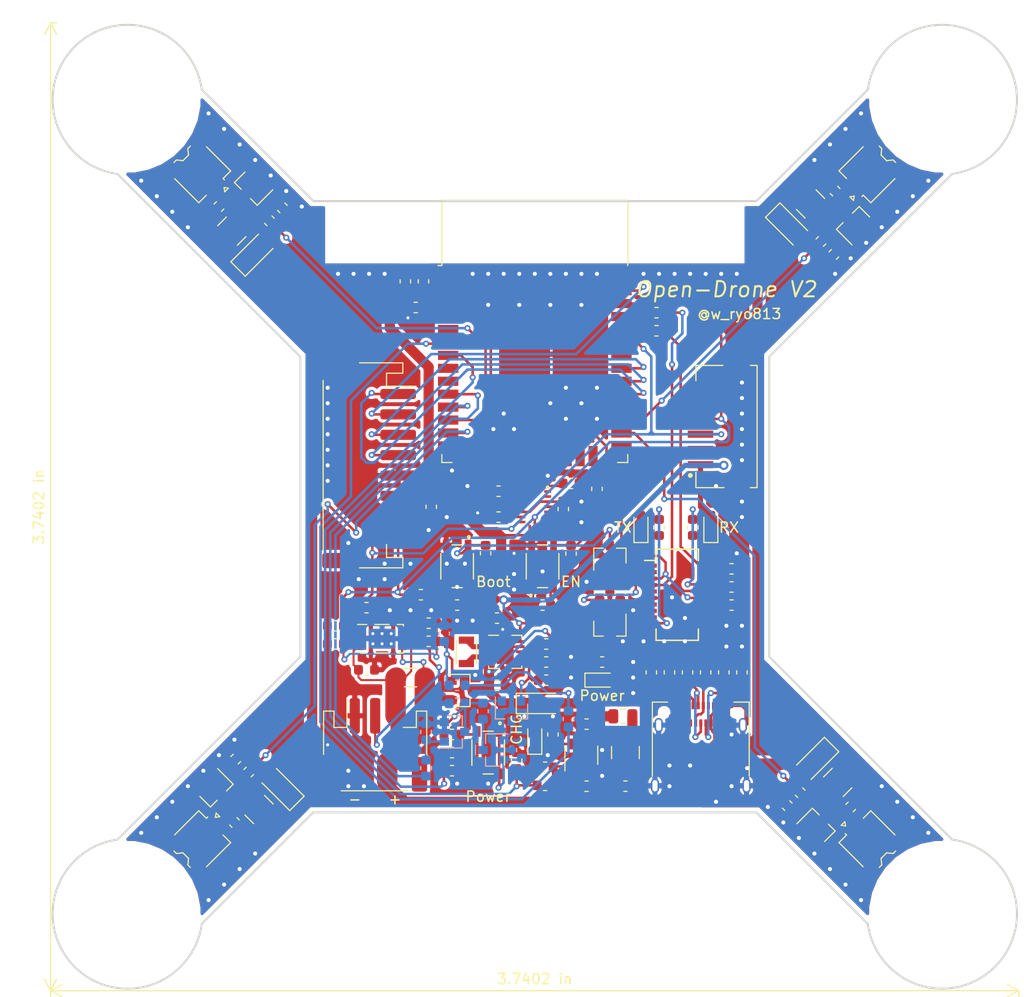
<source format=kicad_pcb>
(kicad_pcb (version 20171130) (host pcbnew "(5.1.0)-1")
  (layers (0 F.Cu signal) (31 B.Cu signal) (34 B.Paste user) (35 F.Paste user) (36 B.SilkS user) (37 F.SilkS user) (38 B.Mask user) (39 F.Mask user) (44 Edge.Cuts user))
  (net 0 "")
  (net 1 GND)
  (net 2 "Net-(C1-Pad1)")
  (net 3 "Net-(C2-Pad1)")
  (net 4 "Net-(C3-Pad1)")
  (net 5 +3V3)
  (net 6 "Net-(C7-Pad1)")
  (net 7 "Net-(C9-Pad1)")
  (net 8 "Net-(C11-Pad1)")
  (net 9 +BATT)
  (net 10 "Net-(C12-Pad2)")
  (net 11 "Net-(C13-Pad2)")
  (net 12 "Net-(C14-Pad2)")
  (net 13 "Net-(C15-Pad2)")
  (net 14 "Net-(C16-Pad1)")
  (net 15 VBUS)
  (net 16 "Net-(C19-Pad1)")
  (net 17 "Net-(C29-Pad1)")
  (net 18 "Net-(D7-Pad1)")
  (net 19 "Net-(D8-Pad1)")
  (net 20 "Net-(D9-Pad1)")
  (net 21 "Net-(D10-Pad2)")
  (net 22 "Net-(F1-Pad1)")
  (net 23 "Net-(J1-PadA5)")
  (net 24 "Net-(J1-PadA8)")
  (net 25 "Net-(J1-PadB5)")
  (net 26 "Net-(J1-PadB8)")
  (net 27 "Net-(J2-Pad2)")
  (net 28 "Net-(J3-Pad3)")
  (net 29 "Net-(J3-Pad4)")
  (net 30 "Net-(J3-Pad5)")
  (net 31 "Net-(J3-Pad6)")
  (net 32 "Net-(J4-Pad1)")
  (net 33 "Net-(J4-Pad2)")
  (net 34 "Net-(J4-Pad3)")
  (net 35 "Net-(J4-Pad4)")
  (net 36 "Net-(L2-Pad1)")
  (net 37 "Net-(L2-Pad2)")
  (net 38 "Net-(Q1-Pad2)")
  (net 39 "Net-(Q1-Pad1)")
  (net 40 "Net-(Q2-Pad2)")
  (net 41 "Net-(Q2-Pad1)")
  (net 42 "Net-(Q3-Pad1)")
  (net 43 "Net-(Q4-Pad3)")
  (net 44 "Net-(Q5-Pad3)")
  (net 45 "Net-(Q11-Pad1)")
  (net 46 "Net-(Q6-Pad1)")
  (net 47 "Net-(Q7-Pad1)")
  (net 48 "Net-(Q8-Pad1)")
  (net 49 "Net-(Q9-Pad1)")
  (net 50 "Net-(R2-Pad1)")
  (net 51 "Net-(R3-Pad1)")
  (net 52 "Net-(R4-Pad1)")
  (net 53 "Net-(R5-Pad1)")
  (net 54 "Net-(R6-Pad1)")
  (net 55 "Net-(R7-Pad1)")
  (net 56 "Net-(R9-Pad1)")
  (net 57 "Net-(R9-Pad2)")
  (net 58 "Net-(R10-Pad2)")
  (net 59 "Net-(R10-Pad1)")
  (net 60 "Net-(R11-Pad2)")
  (net 61 "Net-(R12-Pad1)")
  (net 62 "Net-(R16-Pad1)")
  (net 63 "Net-(R18-Pad2)")
  (net 64 "Net-(R21-Pad2)")
  (net 65 "Net-(R26-Pad1)")
  (net 66 "Net-(R27-Pad1)")
  (net 67 "Net-(R28-Pad1)")
  (net 68 "Net-(R29-Pad2)")
  (net 69 "Net-(R30-Pad2)")
  (net 70 "Net-(R34-Pad2)")
  (net 71 "Net-(R43-Pad2)")
  (net 72 "Net-(U1-Pad4)")
  (net 73 "Net-(U1-Pad5)")
  (net 74 "Net-(U1-Pad8)")
  (net 75 "Net-(U1-Pad9)")
  (net 76 "Net-(U1-Pad14)")
  (net 77 "Net-(U1-Pad16)")
  (net 78 "Net-(U1-Pad17)")
  (net 79 "Net-(U1-Pad18)")
  (net 80 "Net-(U1-Pad19)")
  (net 81 "Net-(U1-Pad20)")
  (net 82 "Net-(U1-Pad21)")
  (net 83 "Net-(U1-Pad22)")
  (net 84 "Net-(U1-Pad23)")
  (net 85 "Net-(U1-Pad28)")
  (net 86 "Net-(U1-Pad32)")
  (net 87 "Net-(U2-Pad5)")
  (net 88 "Net-(U2-Pad7)")
  (net 89 "Net-(U2-Pad8)")
  (net 90 "Net-(U2-Pad9)")
  (net 91 "Net-(U2-Pad18)")
  (net 92 "Net-(U2-Pad19)")
  (net 93 "Net-(U4-Pad4)")
  (net 94 "Net-(U4-Pad11)")
  (net 95 "Net-(U4-Pad9)")
  (net 96 "Net-(C28-Pad1)")
  (net 97 "Net-(Q4-Pad2)")
  (net 98 "Net-(R42-Pad2)")
  (net 99 "Net-(R48-Pad2)")
  (net 100 "Net-(U3-Pad1)")
  (net 101 "Net-(U3-Pad2)")
  (net 102 "Net-(U3-Pad5)")
  (net 103 "Net-(U3-Pad8)")
  (net 104 "Net-(U3-Pad10)")
  (net 105 "Net-(U3-Pad14)")
  (net 106 "Net-(U3-Pad15)")
  (net 107 "Net-(U3-Pad16)")
  (net 108 "Net-(U3-Pad18)")
  (net 109 "Net-(U3-Pad19)")
  (module Package_SON:Texas_S-PVSON-N10 (layer F.Cu) (at 147.1 114.24)
    (fp_text reference U7 hide)
    (fp_text value TPS63001)
    (pad 10 smd oval (at 1.475 -1) (size 0.85 0.28) (layers F.Cu F.Paste F.Mask) (net 5 +3V3))
    (pad 9 smd oval (at 1.475 -0.5) (size 0.85 0.28) (layers F.Cu F.Paste F.Mask) (net 1 GND))
    (pad 8 smd oval (at 1.475 0) (size 0.85 0.28) (layers F.Cu F.Paste F.Mask) (net 17 "Net-(C29-Pad1)"))
    (pad 7 smd rect (at 1.76 0.5) (size 0.28 0.28) (layers F.Cu F.Paste F.Mask) (net 17 "Net-(C29-Pad1)"))
    (pad 6 smd rect (at 1.76 1) (size 0.28 0.28) (layers F.Cu F.Paste F.Mask) (net 97 "Net-(Q4-Pad2)"))
    (pad 5 smd oval (at -1.475 1) (size 0.85 0.28) (layers F.Cu F.Paste F.Mask) (net 96 "Net-(C28-Pad1)"))
    (pad 4 smd rect (at -1.76 0.5) (size 0.28 0.28) (layers F.Cu F.Paste F.Mask) (net 36 "Net-(L2-Pad1)"))
    (pad 3 smd oval (at -1.475 0) (size 0.85 0.28) (layers F.Cu F.Paste F.Mask) (net 1 GND))
    (pad 2 smd rect (at -1.76 -0.5) (size 0.28 0.28) (layers F.Cu F.Paste F.Mask) (net 37 "Net-(L2-Pad2)"))
    (pad 1 smd rect (at -1.76 -1) (size 0.28 0.28) (layers F.Cu F.Paste F.Mask) (net 5 +3V3))
    (pad 11 smd rect (at 0 0) (size 1.65 2.4) (layers F.Cu F.Mask) (net 1 GND))
    (pad 11 smd rect (at 0.45 0.635) (size 0.68 1.05) (layers F.Cu F.Paste F.Mask) (net 1 GND))
    (pad 11 smd rect (at -0.45 0.635) (size 0.68 1.05) (layers F.Cu F.Paste F.Mask) (net 1 GND))
    (pad 11 smd rect (at 0.45 -0.635) (size 0.68 1.05) (layers F.Cu F.Paste F.Mask) (net 1 GND))
    (pad 11 smd rect (at 0.25 1.63) (size 0.26 0.5) (layers F.Cu F.Paste F.Mask) (net 1 GND))
    (pad 11 smd rect (at -0.25 1.63) (size 0.26 0.5) (layers F.Cu F.Paste F.Mask) (net 1 GND))
    (pad 11 smd rect (at 0.25 -1.63) (size 0.26 0.5) (layers F.Cu F.Paste F.Mask) (net 1 GND))
    (pad 11 smd rect (at 0.25 1.55) (size 0.28 0.7) (layers F.Cu F.Mask) (net 1 GND))
    (pad 11 smd rect (at -0.25 1.55) (size 0.28 0.7) (layers F.Cu F.Mask) (net 1 GND))
    (pad 11 smd rect (at 0.25 -1.55) (size 0.28 0.7) (layers F.Cu F.Mask) (net 1 GND))
    (pad 11 smd rect (at -0.25 -1.63) (size 0.26 0.5) (layers F.Cu F.Paste F.Mask) (net 1 GND))
    (pad 11 smd rect (at -0.25 -1.55) (size 0.28 0.7) (layers F.Cu F.Mask) (net 1 GND))
    (pad 11 smd rect (at -0.45 -0.635) (size 0.68 1.05) (layers F.Cu F.Paste F.Mask) (net 1 GND))
    (pad 10 smd rect (at 1.76 -1) (size 0.28 0.28) (layers F.Cu F.Paste F.Mask) (net 5 +3V3))
    (pad 9 smd rect (at 1.76 -0.5) (size 0.28 0.28) (layers F.Cu F.Paste F.Mask) (net 1 GND))
    (pad 8 smd rect (at 1.76 0) (size 0.28 0.28) (layers F.Cu F.Paste F.Mask) (net 17 "Net-(C29-Pad1)"))
    (pad 7 smd oval (at 1.475 0.5) (size 0.85 0.28) (layers F.Cu F.Paste F.Mask) (net 17 "Net-(C29-Pad1)"))
    (pad 6 smd oval (at 1.475 1) (size 0.85 0.28) (layers F.Cu F.Paste F.Mask) (net 97 "Net-(Q4-Pad2)"))
    (pad 5 smd rect (at -1.76 1) (size 0.28 0.28) (layers F.Cu F.Paste F.Mask) (net 96 "Net-(C28-Pad1)"))
    (pad 4 smd oval (at -1.475 0.5) (size 0.85 0.28) (layers F.Cu F.Paste F.Mask) (net 36 "Net-(L2-Pad1)"))
    (pad 3 smd rect (at -1.76 0) (size 0.28 0.28) (layers F.Cu F.Paste F.Mask) (net 1 GND))
    (pad 2 smd oval (at -1.475 -0.5) (size 0.85 0.28) (layers F.Cu F.Paste F.Mask) (net 37 "Net-(L2-Pad2)"))
    (pad 1 smd oval (at -1.475 -1) (size 0.85 0.28) (layers F.Cu F.Paste F.Mask) (net 5 +3V3))
  )
  (module BMX055v2:BMX055 (layer F.Cu) (at 150 100)
    (fp_text reference U3 hide)
    (fp_text value BMX055 hide)
    (pad 20 smd rect (at 0.5 -2.05 90) (size 0.55 0.25) (layers F.Cu F.Paste F.Mask) (net 67 "Net-(R28-Pad1)"))
    (pad 19 smd rect (at 0 -2.05 90) (size 0.55 0.25) (layers F.Cu F.Paste F.Mask) (net 109 "Net-(U3-Pad19)"))
    (pad 18 smd rect (at -0.5 -2.05 90) (size 0.55 0.25) (layers F.Cu F.Paste F.Mask) (net 108 "Net-(U3-Pad18)"))
    (pad 17 smd rect (at -1.2625 -1.5) (size 0.675 0.25) (layers F.Cu F.Paste F.Mask) (net 66 "Net-(R27-Pad1)"))
    (pad 16 smd rect (at -1.2625 -1) (size 0.675 0.25) (layers F.Cu F.Paste F.Mask) (net 107 "Net-(U3-Pad16)"))
    (pad 15 smd rect (at -1.2625 -0.5) (size 0.675 0.25) (layers F.Cu F.Paste F.Mask) (net 106 "Net-(U3-Pad15)"))
    (pad 14 smd rect (at -1.2625 0) (size 0.675 0.25) (layers F.Cu F.Paste F.Mask) (net 105 "Net-(U3-Pad14)"))
    (pad 13 smd rect (at -1.2625 0.5) (size 0.675 0.25) (layers F.Cu F.Paste F.Mask) (net 5 +3V3))
    (pad 12 smd rect (at -1.2625 1) (size 0.675 0.25) (layers F.Cu F.Paste F.Mask) (net 65 "Net-(R26-Pad1)"))
    (pad 11 smd rect (at -1.2625 1.5) (size 0.675 0.25) (layers F.Cu F.Paste F.Mask) (net 28 "Net-(J3-Pad3)"))
    (pad 10 smd rect (at -0.5 2.05 90) (size 0.55 0.25) (layers F.Cu F.Paste F.Mask) (net 104 "Net-(U3-Pad10)"))
    (pad 9 smd rect (at 0 2.05 90) (size 0.55 0.25) (layers F.Cu F.Paste F.Mask) (net 29 "Net-(J3-Pad4)"))
    (pad 8 smd rect (at 0.5 2.05 90) (size 0.55 0.25) (layers F.Cu F.Paste F.Mask) (net 103 "Net-(U3-Pad8)"))
    (pad 7 smd rect (at 1.2625 1.5) (size 0.675 0.25) (layers F.Cu F.Paste F.Mask) (net 5 +3V3))
    (pad 6 smd rect (at 1.2625 1) (size 0.675 0.25) (layers F.Cu F.Paste F.Mask) (net 1 GND))
    (pad 5 smd rect (at 1.2625 0.5) (size 0.675 0.25) (layers F.Cu F.Paste F.Mask) (net 102 "Net-(U3-Pad5)"))
    (pad 4 smd rect (at 1.2625 0) (size 0.675 0.25) (layers F.Cu F.Paste F.Mask) (net 1 GND))
    (pad 3 smd rect (at 1.2625 -0.5) (size 0.675 0.25) (layers F.Cu F.Paste F.Mask) (net 5 +3V3))
    (pad 2 smd rect (at 1.2625 -1) (size 0.675 0.25) (layers F.Cu F.Paste F.Mask) (net 101 "Net-(U3-Pad2)"))
    (pad 1 smd rect (at 1.2625 -1.5) (size 0.675 0.25) (layers F.Cu F.Paste F.Mask) (net 100 "Net-(U3-Pad1)"))
  )
  (module BM02B-ACHSS-GAN-ETF:JST_ACH_BM02B-ACHSS-GAN-ETF_1x02-1MP_P1.20mm_Vertical (layer F.Cu) (at 117.107 132.893 315)
    (fp_text reference J6 hide)
    (fp_text value Motor4)
    (pad MP smd roundrect (at 1.75 1.9 315) (size 0.7 0.8) (layers F.Cu F.Paste F.Mask))
    (pad MP smd roundrect (at -1.75 1.9 315) (size 0.7 0.8) (layers F.Cu F.Paste F.Mask))
    (pad 2 smd roundrect (at 0.6 -1.875 315) (size 0.6 0.85) (layers F.Cu F.Paste F.Mask) (net 9 +BATT))
    (pad 1 smd roundrect (at -0.6 -1.875 315) (size 0.6 0.85) (layers F.Cu F.Paste F.Mask) (net 11 "Net-(C13-Pad2)"))
  )
  (module BM02B-ACHSS-GAN-ETF:JST_ACH_BM02B-ACHSS-GAN-ETF_1x02-1MP_P1.20mm_Vertical (layer F.Cu) (at 182.893 132.893 45)
    (fp_text reference J7 hide)
    (fp_text value Motor3)
    (pad MP smd roundrect (at 1.75 1.9 45) (size 0.7 0.8) (layers F.Cu F.Paste F.Mask))
    (pad MP smd roundrect (at -1.75 1.9 45) (size 0.7 0.8) (layers F.Cu F.Paste F.Mask))
    (pad 2 smd roundrect (at 0.6 -1.875 45) (size 0.6 0.85) (layers F.Cu F.Paste F.Mask) (net 9 +BATT))
    (pad 1 smd roundrect (at -0.6 -1.875 45) (size 0.6 0.85) (layers F.Cu F.Paste F.Mask) (net 12 "Net-(C14-Pad2)"))
  )
  (module BM02B-ACHSS-GAN-ETF:JST_ACH_BM02B-ACHSS-GAN-ETF_1x02-1MP_P1.20mm_Vertical (layer F.Cu) (at 182.893 67.107 135)
    (fp_text reference J8 hide)
    (fp_text value Motor2)
    (pad MP smd roundrect (at 1.75 1.9 135) (size 0.7 0.8) (layers F.Cu F.Paste F.Mask))
    (pad MP smd roundrect (at -1.75 1.9 135) (size 0.7 0.8) (layers F.Cu F.Paste F.Mask))
    (pad 2 smd roundrect (at 0.6 -1.875 135) (size 0.6 0.85) (layers F.Cu F.Paste F.Mask) (net 9 +BATT))
    (pad 1 smd roundrect (at -0.6 -1.875 135) (size 0.6 0.85) (layers F.Cu F.Paste F.Mask) (net 13 "Net-(C15-Pad2)"))
  )
  (module BM02B-ACHSS-GAN-ETF:JST_ACH_BM02B-ACHSS-GAN-ETF_1x02-1MP_P1.20mm_Vertical (layer F.Cu) (at 117.107 67.107 225)
    (fp_text reference J5 hide)
    (fp_text value Motor1)
    (pad MP smd roundrect (at 1.75 1.9 225) (size 0.7 0.8) (layers F.Cu F.Paste F.Mask))
    (pad MP smd roundrect (at -1.75 1.9 225) (size 0.7 0.8) (layers F.Cu F.Paste F.Mask))
    (pad 2 smd roundrect (at 0.6 -1.875 225) (size 0.6 0.85) (layers F.Cu F.Paste F.Mask) (net 9 +BATT))
    (pad 1 smd roundrect (at -0.6 -1.875 225) (size 0.6 0.85) (layers F.Cu F.Paste F.Mask) (net 10 "Net-(C12-Pad2)"))
  )
  (module S8B-PH-SM4-TB:JST_PH_S8B-PH-SM4-TB_1x08-1MP_P2.00mm_Horizontal (layer F.Cu) (at 133.744 95.936 270)
    (fp_text reference J4 hide)
    (fp_text value B0067)
    (pad MP smd roundrect (at 9.35 2.9 270) (size 1.5 3.4) (layers F.Cu F.Paste F.Mask) (roundrect_rratio 0.166667))
    (pad MP smd roundrect (at -9.35 2.9 270) (size 1.5 3.4) (layers F.Cu F.Paste F.Mask) (roundrect_rratio 0.166667))
    (pad 8 smd roundrect (at 7 -2.85 270) (size 1 3.5) (layers F.Cu F.Paste F.Mask) (net 29 "Net-(J3-Pad4)"))
    (pad 7 smd roundrect (at 5 -2.85 270) (size 1 3.5) (layers F.Cu F.Paste F.Mask) (net 28 "Net-(J3-Pad3)"))
    (pad 6 smd roundrect (at 3 -2.85 270) (size 1 3.5) (layers F.Cu F.Paste F.Mask) (net 5 +3V3))
    (pad 5 smd roundrect (at 1 -2.85 270) (size 1 3.5) (layers F.Cu F.Paste F.Mask) (net 1 GND))
    (pad 4 smd roundrect (at -1 -2.85 270) (size 1 3.5) (layers F.Cu F.Paste F.Mask) (net 35 "Net-(J4-Pad4)"))
    (pad 3 smd roundrect (at -3 -2.85 270) (size 1 3.5) (layers F.Cu F.Paste F.Mask) (net 34 "Net-(J4-Pad3)"))
    (pad 2 smd roundrect (at -5 -2.85 270) (size 1 3.5) (layers F.Cu F.Paste F.Mask) (net 33 "Net-(J4-Pad2)"))
    (pad 1 smd roundrect (at -7 -2.85 270) (size 1 3.5) (layers F.Cu F.Paste F.Mask) (net 32 "Net-(J4-Pad1)"))
  )
  (module S3B-PH-SM4-TB:JST_PH_S3B-PH-SM4-TB_1x03-1MP_P2.00mm_Horizontal (layer F.Cu) (at 134.338 123.368)
    (fp_text reference J2 hide)
    (fp_text value Battery)
    (pad MP smd roundrect (at 4.35 2.9) (size 1.5 3.4) (layers F.Cu F.Paste F.Mask) (roundrect_rratio 0.166667))
    (pad MP smd roundrect (at -4.35 2.9) (size 1.5 3.4) (layers F.Cu F.Paste F.Mask) (roundrect_rratio 0.166667))
    (pad 3 smd roundrect (at 2 -2.85) (size 1 3.5) (layers F.Cu F.Paste F.Mask) (net 16 "Net-(C19-Pad1)"))
    (pad 2 smd roundrect (at 0 -2.85) (size 1 3.5) (layers F.Cu F.Paste F.Mask) (net 27 "Net-(J2-Pad2)"))
    (pad 1 smd roundrect (at -2 -2.85) (size 1 3.5) (layers F.Cu F.Paste F.Mask) (net 1 GND))
  )
  (module SKRPACE010:SW_SKRPACE010 (layer F.Cu) (at 145.428 124.13 270)
    (fp_text reference SW1 hide)
    (fp_text value Power (at 4.318 0) (layer F.SilkS) (effects (font (size 1.00127 1.00127))))
    (pad 1 smd rect (at -2.075 -1.075 270) (size 1.05 0.65) (layers F.Cu F.Paste F.Mask) (net 96 "Net-(C28-Pad1)"))
    (pad 2 smd rect (at -2.075 1.075 270) (size 1.05 0.65) (layers F.Cu F.Paste F.Mask) (net 69 "Net-(R30-Pad2)"))
    (pad 1 smd rect (at 2.075 -1.075 270) (size 1.05 0.65) (layers F.Cu F.Paste F.Mask) (net 96 "Net-(C28-Pad1)"))
    (pad 2 smd rect (at 2.075 1.075 270) (size 1.05 0.65) (layers F.Cu F.Paste F.Mask) (net 69 "Net-(R30-Pad2)"))
  )
  (module Resistor_SMD:R_0603_1608Metric (layer F.Cu) (at 139.586 113.208 180)
    (fp_text reference R41 hide)
    (fp_text value 2.2M)
    (pad 2 smd roundrect (at 0.7875 0 180) (size 0.875 0.95) (layers F.Cu F.Paste F.Mask) (net 27 "Net-(J2-Pad2)"))
    (pad 1 smd roundrect (at -0.7875 0 180) (size 0.875 0.95) (layers F.Cu F.Paste F.Mask) (net 14 "Net-(C16-Pad1)"))
  )
  (module Resistor_SMD:R_0603_1608Metric (layer F.Cu) (at 141.872 125.908)
    (fp_text reference R45 hide)
    (fp_text value 5.1k)
    (pad 2 smd roundrect (at 0.7875 0) (size 0.875 0.95) (layers F.Cu F.Paste F.Mask) (net 1 GND))
    (pad 1 smd roundrect (at -0.7875 0) (size 0.875 0.95) (layers F.Cu F.Paste F.Mask) (net 98 "Net-(R42-Pad2)"))
  )
  (module Drone:motor (layer F.Cu) (at 110 60)
    (fp_text reference REF** hide)
    (fp_text value motor)
    (pad "" np_thru_hole circle (at 0 0) (size 8.6 8.6) (drill 8.6) (layers *.Cu *.Mask) (clearance 2.9))
  )
  (module Drone:motor (layer F.Cu) (at 110 140)
    (fp_text reference REF** hide)
    (fp_text value motor)
    (pad "" np_thru_hole circle (at 0 0) (size 8.6 8.6) (drill 8.6) (layers *.Cu *.Mask) (clearance 2.9))
  )
  (module Drone:motor (layer F.Cu) (at 190 140)
    (fp_text reference REF** hide)
    (fp_text value motor)
    (pad "" np_thru_hole circle (at 0 0) (size 8.6 8.6) (drill 8.6) (layers *.Cu *.Mask) (clearance 2.9))
  )
  (module Drone:motor (layer F.Cu) (at 190 60)
    (fp_text reference REF** hide)
    (fp_text value motor hide)
    (pad "" np_thru_hole circle (at 0 0) (size 8.6 8.6) (drill 8.6) (layers *.Cu *.Mask) (clearance 2.9))
  )
  (module Resistor_SMD:R_0603_1608Metric (layer F.Cu) (at 139.586 111.43 180)
    (fp_text reference R34 hide)
    (fp_text value 10k)
    (pad 1 smd roundrect (at -0.7875 0 180) (size 0.875 0.95) (layers F.Cu F.Paste F.Mask) (net 14 "Net-(C16-Pad1)"))
    (pad 2 smd roundrect (at 0.7875 0 180) (size 0.875 0.95) (layers F.Cu F.Paste F.Mask) (net 70 "Net-(R34-Pad2)"))
  )
  (module Capacitor_SMD:C_0603_1608Metric (layer F.Cu) (at 168.542 116.256 90)
    (fp_text reference C1 hide)
    (fp_text value 47p)
    (pad 2 smd roundrect (at 0.7875 0 90) (size 0.875 0.95) (layers F.Cu F.Paste F.Mask) (net 1 GND))
    (pad 1 smd roundrect (at -0.7875 0 90) (size 0.875 0.95) (layers F.Cu F.Paste F.Mask) (net 2 "Net-(C1-Pad1)"))
  )
  (module Capacitor_SMD:C_0603_1608Metric (layer F.Cu) (at 163.208 116.256 90)
    (fp_text reference C2 hide)
    (fp_text value 47p)
    (pad 2 smd roundrect (at 0.7875 0 90) (size 0.875 0.95) (layers F.Cu F.Paste F.Mask) (net 1 GND))
    (pad 1 smd roundrect (at -0.7875 0 90) (size 0.875 0.95) (layers F.Cu F.Paste F.Mask) (net 3 "Net-(C2-Pad1)"))
  )
  (module Capacitor_SMD:C_0603_1608Metric (layer F.Cu) (at 158.89 127.428)
    (fp_text reference C3 hide)
    (fp_text value 0.01μ)
    (pad 2 smd roundrect (at 0.7875 0) (size 0.875 0.95) (layers F.Cu F.Paste F.Mask) (net 1 GND))
    (pad 1 smd roundrect (at -0.7875 0) (size 0.875 0.95) (layers F.Cu F.Paste F.Mask) (net 4 "Net-(C3-Pad1)"))
  )
  (module Capacitor_SMD:C_0603_1608Metric (layer F.Cu) (at 169.304 109.652)
    (fp_text reference C4 hide)
    (fp_text value 0.1μ)
    (pad 2 smd roundrect (at 0.7875 0) (size 0.875 0.95) (layers F.Cu F.Paste F.Mask) (net 1 GND))
    (pad 1 smd roundrect (at -0.7875 0) (size 0.875 0.95) (layers F.Cu F.Paste F.Mask) (net 5 +3V3))
  )
  (module Capacitor_SMD:C_0603_1608Metric (layer F.Cu) (at 169.304 107.874)
    (fp_text reference C5 hide)
    (fp_text value 0.1μ)
    (pad 2 smd roundrect (at 0.7875 0) (size 0.875 0.95) (layers F.Cu F.Paste F.Mask) (net 1 GND))
    (pad 1 smd roundrect (at -0.7875 0) (size 0.875 0.95) (layers F.Cu F.Paste F.Mask) (net 5 +3V3))
  )
  (module Capacitor_SMD:C_0603_1608Metric (layer F.Cu) (at 139.078 77.8765 90)
    (fp_text reference C6 hide)
    (fp_text value 0.1μ)
    (pad 2 smd roundrect (at 0.7875 0 90) (size 0.875 0.95) (layers F.Cu F.Paste F.Mask) (net 1 GND))
    (pad 1 smd roundrect (at -0.7875 0 90) (size 0.875 0.95) (layers F.Cu F.Paste F.Mask) (net 5 +3V3))
  )
  (module Capacitor_SMD:C_0603_1608Metric (layer F.Cu) (at 150.762 109.652 180)
    (fp_text reference C7 hide)
    (fp_text value 0.1μ)
    (pad 2 smd roundrect (at 0.7875 0 180) (size 0.875 0.95) (layers F.Cu F.Paste F.Mask) (net 1 GND))
    (pad 1 smd roundrect (at -0.7875 0 180) (size 0.875 0.95) (layers F.Cu F.Paste F.Mask) (net 6 "Net-(C7-Pad1)"))
  )
  (module Capacitor_SMD:C_0603_1608Metric (layer F.Cu) (at 138.316 80.442 180)
    (fp_text reference C8 hide)
    (fp_text value 0.1μ)
    (pad 2 smd roundrect (at 0.7875 0 180) (size 0.875 0.95) (layers F.Cu F.Paste F.Mask) (net 1 GND))
    (pad 1 smd roundrect (at -0.7875 0 180) (size 0.875 0.95) (layers F.Cu F.Paste F.Mask) (net 6 "Net-(C7-Pad1)"))
  )
  (module Capacitor_SMD:C_0603_1608Metric (layer F.Cu) (at 142.38 109.652 180)
    (fp_text reference C9 hide)
    (fp_text value 0.1μ)
    (pad 2 smd roundrect (at 0.7875 0 180) (size 0.875 0.95) (layers F.Cu F.Paste F.Mask) (net 1 GND))
    (pad 1 smd roundrect (at -0.7875 0 180) (size 0.875 0.95) (layers F.Cu F.Paste F.Mask) (net 7 "Net-(C9-Pad1)"))
  )
  (module Capacitor_SMD:C_0603_1608Metric (layer F.Cu) (at 152.794 100.2285 270)
    (fp_text reference C10 hide)
    (fp_text value 0.1μ)
    (pad 2 smd roundrect (at 0.7875 0 270) (size 0.875 0.95) (layers F.Cu F.Paste F.Mask) (net 1 GND))
    (pad 1 smd roundrect (at -0.7875 0 270) (size 0.875 0.95) (layers F.Cu F.Paste F.Mask) (net 5 +3V3))
  )
  (module Capacitor_SMD:C_0603_1608Metric (layer B.Cu) (at 142.38 119.304 180)
    (fp_text reference C11 hide)
    (fp_text value 0.1μ)
    (pad 2 smd roundrect (at 0.7875 0 180) (size 0.875 0.95) (layers B.Cu B.Paste B.Mask) (net 1 GND))
    (pad 1 smd roundrect (at -0.7875 0 180) (size 0.875 0.95) (layers B.Cu B.Paste B.Mask) (net 8 "Net-(C11-Pad1)"))
  )
  (module Capacitor_SMD:C_0603_1608Metric (layer F.Cu) (at 119.012 70.536 45)
    (fp_text reference C12 hide)
    (fp_text value 0.1μ)
    (pad 2 smd roundrect (at 0.7875 0 45) (size 0.875 0.95) (layers F.Cu F.Paste F.Mask) (net 10 "Net-(C12-Pad2)"))
    (pad 1 smd roundrect (at -0.7875 0 45) (size 0.875 0.95) (layers F.Cu F.Paste F.Mask) (net 9 +BATT))
  )
  (module Capacitor_SMD:C_0603_1608Metric (layer F.Cu) (at 120.536 130.988 135)
    (fp_text reference C13 hide)
    (fp_text value 0.1μ)
    (pad 2 smd roundrect (at 0.7875 0 135) (size 0.875 0.95) (layers F.Cu F.Paste F.Mask) (net 11 "Net-(C13-Pad2)"))
    (pad 1 smd roundrect (at -0.7875 0 135) (size 0.875 0.95) (layers F.Cu F.Paste F.Mask) (net 9 +BATT))
  )
  (module Capacitor_SMD:C_0603_1608Metric (layer F.Cu) (at 180.988 129.464 225)
    (fp_text reference C14 hide)
    (fp_text value 0.1μ)
    (pad 2 smd roundrect (at 0.7875 0 225) (size 0.875 0.95) (layers F.Cu F.Paste F.Mask) (net 12 "Net-(C14-Pad2)"))
    (pad 1 smd roundrect (at -0.7875 0 225) (size 0.875 0.95) (layers F.Cu F.Paste F.Mask) (net 9 +BATT))
  )
  (module Capacitor_SMD:C_0603_1608Metric (layer F.Cu) (at 179.464 69.012 315)
    (fp_text reference C15 hide)
    (fp_text value 0.1μ)
    (pad 2 smd roundrect (at 0.7875 0 315) (size 0.875 0.95) (layers F.Cu F.Paste F.Mask) (net 13 "Net-(C15-Pad2)"))
    (pad 1 smd roundrect (at -0.7875 0 315) (size 0.875 0.95) (layers F.Cu F.Paste F.Mask) (net 9 +BATT))
  )
  (module Capacitor_SMD:C_0603_1608Metric (layer F.Cu) (at 130.442 113.462 180)
    (fp_text reference C16 hide)
    (fp_text value 0.47μ)
    (pad 2 smd roundrect (at 0.7875 0 180) (size 0.875 0.95) (layers F.Cu F.Paste F.Mask) (net 1 GND))
    (pad 1 smd roundrect (at -0.7875 0 180) (size 0.875 0.95) (layers F.Cu F.Paste F.Mask) (net 14 "Net-(C16-Pad1)"))
  )
  (module Capacitor_SMD:C_0603_1608Metric (layer F.Cu) (at 133.49 116.002)
    (fp_text reference C19 hide)
    (fp_text value 1μ)
    (pad 1 smd roundrect (at -0.7875 0) (size 0.875 0.95) (layers F.Cu F.Paste F.Mask) (net 16 "Net-(C19-Pad1)"))
    (pad 2 smd roundrect (at 0.7875 0) (size 0.875 0.95) (layers F.Cu F.Paste F.Mask) (net 1 GND))
  )
  (module Capacitor_SMD:C_0603_1608Metric (layer F.Cu) (at 169.304 106.096)
    (fp_text reference C20 hide)
    (fp_text value 4.7μ)
    (pad 2 smd roundrect (at 0.7875 0) (size 0.875 0.95) (layers F.Cu F.Paste F.Mask) (net 1 GND))
    (pad 1 smd roundrect (at -0.7875 0) (size 0.875 0.95) (layers F.Cu F.Paste F.Mask) (net 5 +3V3))
  )
  (module Capacitor_SMD:C_0603_1608Metric (layer F.Cu) (at 155.08 127.432 180)
    (fp_text reference C21 hide)
    (fp_text value 4.7μ)
    (pad 2 smd roundrect (at 0.7875 0 180) (size 0.875 0.95) (layers F.Cu F.Paste F.Mask) (net 1 GND))
    (pad 1 smd roundrect (at -0.7875 0 180) (size 0.875 0.95) (layers F.Cu F.Paste F.Mask) (net 9 +BATT))
  )
  (module Capacitor_SMD:C_0603_1608Metric (layer F.Cu) (at 155.08 121.336 180)
    (fp_text reference C22 hide)
    (fp_text value 4.7μ)
    (pad 2 smd roundrect (at 0.7875 0 180) (size 0.875 0.95) (layers F.Cu F.Paste F.Mask) (net 1 GND))
    (pad 1 smd roundrect (at -0.7875 0 180) (size 0.875 0.95) (layers F.Cu F.Paste F.Mask) (net 15 VBUS))
  )
  (module Capacitor_SMD:C_0603_1608Metric (layer F.Cu) (at 137.3 77.8765 90)
    (fp_text reference C23 hide)
    (fp_text value 10μ)
    (pad 2 smd roundrect (at 0.7875 0 90) (size 0.875 0.95) (layers F.Cu F.Paste F.Mask) (net 1 GND))
    (pad 1 smd roundrect (at -0.7875 0 90) (size 0.875 0.95) (layers F.Cu F.Paste F.Mask) (net 5 +3V3))
  )
  (module Capacitor_SMD:C_1210_3225Metric (layer F.Cu) (at 120.282 72.949 45)
    (fp_text reference C24 hide)
    (fp_text value 47μ)
    (pad 2 smd roundrect (at 1.4 0 45) (size 1.25 2.65) (layers F.Cu F.Paste F.Mask) (roundrect_rratio 0.2) (net 10 "Net-(C12-Pad2)"))
    (pad 1 smd roundrect (at -1.4 0 45) (size 1.25 2.65) (layers F.Cu F.Paste F.Mask) (roundrect_rratio 0.2) (net 9 +BATT))
  )
  (module Capacitor_SMD:C_1210_3225Metric (layer F.Cu) (at 122.949 129.718 135)
    (fp_text reference C25 hide)
    (fp_text value 47μ)
    (pad 2 smd roundrect (at 1.4 0 135) (size 1.25 2.65) (layers F.Cu F.Paste F.Mask) (roundrect_rratio 0.2) (net 11 "Net-(C13-Pad2)"))
    (pad 1 smd roundrect (at -1.4 0 135) (size 1.25 2.65) (layers F.Cu F.Paste F.Mask) (roundrect_rratio 0.2) (net 9 +BATT))
  )
  (module Capacitor_SMD:C_1210_3225Metric (layer F.Cu) (at 179.718 127.051 225)
    (fp_text reference C26 hide)
    (fp_text value 47μ)
    (pad 2 smd roundrect (at 1.4 0 225) (size 1.25 2.65) (layers F.Cu F.Paste F.Mask) (roundrect_rratio 0.2) (net 12 "Net-(C14-Pad2)"))
    (pad 1 smd roundrect (at -1.4 0 225) (size 1.25 2.65) (layers F.Cu F.Paste F.Mask) (roundrect_rratio 0.2) (net 9 +BATT))
  )
  (module Capacitor_SMD:C_1210_3225Metric (layer F.Cu) (at 177.051 70.282 315)
    (fp_text reference C27 hide)
    (fp_text value 47μ)
    (pad 2 smd roundrect (at 1.4 0 315) (size 1.25 2.65) (layers F.Cu F.Paste F.Mask) (roundrect_rratio 0.2) (net 13 "Net-(C15-Pad2)"))
    (pad 1 smd roundrect (at -1.4 0 315) (size 1.25 2.65) (layers F.Cu F.Paste F.Mask) (roundrect_rratio 0.2) (net 9 +BATT))
  )
  (module Capacitor_SMD:C_0603_1608Metric (layer F.Cu) (at 146.294 117.534)
    (fp_text reference C28 hide)
    (fp_text value 10μ)
    (pad 2 smd roundrect (at 0.7875 0) (size 0.875 0.95) (layers F.Cu F.Paste F.Mask) (net 1 GND))
    (pad 1 smd roundrect (at -0.7875 0) (size 0.875 0.95) (layers F.Cu F.Paste F.Mask) (net 96 "Net-(C28-Pad1)"))
  )
  (module Capacitor_SMD:C_0603_1608Metric (layer F.Cu) (at 151.12 115.24)
    (fp_text reference C29 hide)
    (fp_text value 0.1μ)
    (pad 2 smd roundrect (at 0.7875 0) (size 0.875 0.95) (layers F.Cu F.Paste F.Mask) (net 1 GND))
    (pad 1 smd roundrect (at -0.7875 0) (size 0.875 0.95) (layers F.Cu F.Paste F.Mask) (net 17 "Net-(C29-Pad1)"))
  )
  (module Capacitor_SMD:C_0603_1608Metric (layer F.Cu) (at 146.294 110.93)
    (fp_text reference C30 hide)
    (fp_text value 10μ)
    (pad 2 smd roundrect (at 0.7875 0) (size 0.875 0.95) (layers F.Cu F.Paste F.Mask) (net 1 GND))
    (pad 1 smd roundrect (at -0.7875 0) (size 0.875 0.95) (layers F.Cu F.Paste F.Mask) (net 5 +3V3))
  )
  (module Diode_SMD:D_SOD-123F (layer F.Cu) (at 150.378 119.304)
    (fp_text reference D1 hide)
    (fp_text value RB161MM-20)
    (pad 1 smd rect (at -1.4 0) (size 1.1 1.1) (layers F.Cu F.Paste F.Mask) (net 96 "Net-(C28-Pad1)"))
    (pad 2 smd rect (at 1.4 0) (size 1.1 1.1) (layers F.Cu F.Paste F.Mask) (net 15 VBUS))
  )
  (module Diode_SMD:D_SOD-123F (layer F.Cu) (at 122.441 75.108 45)
    (fp_text reference D3 hide)
    (fp_text value RB161MM-20)
    (pad 2 smd rect (at 1.4 0 45) (size 1.1 1.1) (layers F.Cu F.Paste F.Mask) (net 10 "Net-(C12-Pad2)"))
    (pad 1 smd rect (at -1.4 0 45) (size 1.1 1.1) (layers F.Cu F.Paste F.Mask) (net 9 +BATT))
  )
  (module Diode_SMD:D_SOD-123F (layer F.Cu) (at 125.108 127.559 135)
    (fp_text reference D4 hide)
    (fp_text value RB161MM-20)
    (pad 2 smd rect (at 1.4 0 135) (size 1.1 1.1) (layers F.Cu F.Paste F.Mask) (net 11 "Net-(C13-Pad2)"))
    (pad 1 smd rect (at -1.4 0 135) (size 1.1 1.1) (layers F.Cu F.Paste F.Mask) (net 9 +BATT))
  )
  (module Diode_SMD:D_SOD-123F (layer F.Cu) (at 177.559 124.892 225)
    (fp_text reference D5 hide)
    (fp_text value RB161MM-20)
    (pad 2 smd rect (at 1.4 0 225) (size 1.1 1.1) (layers F.Cu F.Paste F.Mask) (net 12 "Net-(C14-Pad2)"))
    (pad 1 smd rect (at -1.4 0 225) (size 1.1 1.1) (layers F.Cu F.Paste F.Mask) (net 9 +BATT))
  )
  (module Diode_SMD:D_SOD-123F (layer F.Cu) (at 174.892 72.441 315)
    (fp_text reference D6 hide)
    (fp_text value RB161MM-20)
    (pad 2 smd rect (at 1.4 0 315) (size 1.1 1.1) (layers F.Cu F.Paste F.Mask) (net 13 "Net-(C15-Pad2)"))
    (pad 1 smd rect (at -1.4 0 315) (size 1.1 1.1) (layers F.Cu F.Paste F.Mask) (net 9 +BATT))
  )
  (module LED_SMD:LED_0603_1608Metric_Castellated (layer F.Cu) (at 150 122.606 90)
    (fp_text reference D7 hide)
    (fp_text value CHG (at 0.762 -1.778 270) (layer F.SilkS))
    (pad 1 smd roundrect (at -0.8125 0 90) (size 1.225 0.85) (layers F.Cu F.Paste F.Mask) (net 18 "Net-(D7-Pad1)"))
    (pad 2 smd roundrect (at 0.8125 0 90) (size 1.225 0.85) (layers F.Cu F.Paste F.Mask) (net 15 VBUS))
  )
  (module LED_SMD:LED_0603_1608Metric_Castellated (layer F.Cu) (at 167.272 101.8285 90)
    (fp_text reference D8 hide)
    (fp_text value RX (at -0.2035 1.778 180) (layer F.SilkS))
    (pad 2 smd roundrect (at 0.8125 0 90) (size 1.225 0.85) (layers F.Cu F.Paste F.Mask) (net 5 +3V3))
    (pad 1 smd roundrect (at -0.8125 0 90) (size 1.225 0.85) (layers F.Cu F.Paste F.Mask) (net 19 "Net-(D8-Pad1)"))
  )
  (module LED_SMD:LED_0603_1608Metric_Castellated (layer F.Cu) (at 160.414 101.8285 90)
    (fp_text reference D9 hide)
    (fp_text value TX (at -0.2035 -1.778 180) (layer F.SilkS))
    (pad 2 smd roundrect (at 0.8125 0 90) (size 1.225 0.85) (layers F.Cu F.Paste F.Mask) (net 5 +3V3))
    (pad 1 smd roundrect (at -0.8125 0 90) (size 1.225 0.85) (layers F.Cu F.Paste F.Mask) (net 20 "Net-(D9-Pad1)"))
  )
  (module LED_SMD:LED_0603_1608Metric_Castellated (layer F.Cu) (at 156.604 117.018)
    (fp_text reference D10 hide)
    (fp_text value Power (at 0 1.524) (layer F.SilkS))
    (pad 2 smd roundrect (at 0.8125 0) (size 1.225 0.85) (layers F.Cu F.Paste F.Mask) (net 21 "Net-(D10-Pad2)"))
    (pad 1 smd roundrect (at -0.8125 0) (size 1.225 0.85) (layers F.Cu F.Paste F.Mask) (net 1 GND))
  )
  (module Fuse:Fuse_1210_3225Metric (layer F.Cu) (at 158.89 124.126 270)
    (fp_text reference F1 hide)
    (fp_text value MICROSMD050F-2)
    (pad 2 smd roundrect (at 1.4 0 270) (size 1.25 2.65) (layers F.Cu F.Paste F.Mask) (roundrect_rratio 0.2) (net 4 "Net-(C3-Pad1)"))
    (pad 1 smd roundrect (at -1.4 0 270) (size 1.25 2.65) (layers F.Cu F.Paste F.Mask) (roundrect_rratio 0.2) (net 22 "Net-(F1-Pad1)"))
  )
  (module 12401610E4-2A:USB_C_Receptacle_Amphenol_12401610E4-2A (layer F.Cu) (at 166.28116 124.54378)
    (fp_text reference J1 hide)
    (fp_text value USB_C_Receptacle_USB2.0)
    (pad B12 smd rect (at -3 -3.32) (size 0.3 0.7) (layers F.Cu F.Paste F.Mask) (net 1 GND))
    (pad B11 smd rect (at -2.5 -3.32) (size 0.3 0.7) (layers F.Cu F.Paste F.Mask))
    (pad B10 smd rect (at -2 -3.32) (size 0.3 0.7) (layers F.Cu F.Paste F.Mask))
    (pad B9 smd rect (at -1.5 -3.32) (size 0.3 0.7) (layers F.Cu F.Paste F.Mask) (net 4 "Net-(C3-Pad1)"))
    (pad B8 smd rect (at -1 -3.32) (size 0.3 0.7) (layers F.Cu F.Paste F.Mask) (net 26 "Net-(J1-PadB8)"))
    (pad B7 smd rect (at -0.5 -3.32) (size 0.3 0.7) (layers F.Cu F.Paste F.Mask) (net 2 "Net-(C1-Pad1)"))
    (pad B6 smd rect (at 0 -3.32) (size 0.3 0.7) (layers F.Cu F.Paste F.Mask) (net 3 "Net-(C2-Pad1)"))
    (pad B5 smd rect (at 0.5 -3.32) (size 0.3 0.7) (layers F.Cu F.Paste F.Mask) (net 25 "Net-(J1-PadB5)"))
    (pad B4 smd rect (at 1 -3.32) (size 0.3 0.7) (layers F.Cu F.Paste F.Mask) (net 4 "Net-(C3-Pad1)"))
    (pad B3 smd rect (at 1.5 -3.32) (size 0.3 0.7) (layers F.Cu F.Paste F.Mask))
    (pad B2 smd rect (at 2 -3.32) (size 0.3 0.7) (layers F.Cu F.Paste F.Mask))
    (pad "" np_thru_hole circle (at -3.6 -4.36) (size 0.65 0.65) (drill 0.65) (layers *.Cu *.Mask))
    (pad "" np_thru_hole oval (at 3.6 -4.36) (size 0.95 0.65) (drill oval 0.95 0.65) (layers *.Cu *.Mask))
    (pad S1 thru_hole oval (at -4.49 2.84) (size 0.8 1.4) (drill oval 0.5 1.1) (layers *.Cu *.Mask) (net 1 GND))
    (pad S1 thru_hole oval (at 4.49 2.84) (size 0.8 1.4) (drill oval 0.5 1.1) (layers *.Cu *.Mask) (net 1 GND))
    (pad S1 thru_hole oval (at 4.13 -3.11) (size 0.8 1.4) (drill oval 0.5 1.1) (layers *.Cu *.Mask) (net 1 GND))
    (pad B1 smd rect (at 2.5 -3.32) (size 0.3 0.7) (layers F.Cu F.Paste F.Mask) (net 1 GND))
    (pad A11 smd rect (at 2.25 -5.02) (size 0.3 0.7) (layers F.Cu F.Paste F.Mask))
    (pad A8 smd rect (at 0.75 -5.02) (size 0.3 0.7) (layers F.Cu F.Paste F.Mask) (net 24 "Net-(J1-PadA8)"))
    (pad A9 smd rect (at 1.25 -5.02) (size 0.3 0.7) (layers F.Cu F.Paste F.Mask) (net 4 "Net-(C3-Pad1)"))
    (pad A10 smd rect (at 1.75 -5.02) (size 0.3 0.7) (layers F.Cu F.Paste F.Mask))
    (pad A12 smd rect (at 2.75 -5.02) (size 0.3 0.7) (layers F.Cu F.Paste F.Mask) (net 1 GND))
    (pad A7 smd rect (at 0.25 -5.02) (size 0.3 0.7) (layers F.Cu F.Paste F.Mask) (net 2 "Net-(C1-Pad1)"))
    (pad A6 smd rect (at -0.25 -5.02) (size 0.3 0.7) (layers F.Cu F.Paste F.Mask) (net 3 "Net-(C2-Pad1)"))
    (pad A5 smd rect (at -0.75 -5.02) (size 0.3 0.7) (layers F.Cu F.Paste F.Mask) (net 23 "Net-(J1-PadA5)"))
    (pad A4 smd rect (at -1.25 -5.02) (size 0.3 0.7) (layers F.Cu F.Paste F.Mask) (net 4 "Net-(C3-Pad1)"))
    (pad A3 smd rect (at -1.75 -5.02) (size 0.3 0.7) (layers F.Cu F.Paste F.Mask))
    (pad A2 smd rect (at -2.25 -5.02) (size 0.3 0.7) (layers F.Cu F.Paste F.Mask))
    (pad A1 smd rect (at -2.75 -5.02) (size 0.3 0.7) (layers F.Cu F.Paste F.Mask) (net 1 GND))
    (pad S1 thru_hole oval (at -4.13 -3.11) (size 0.8 1.4) (drill oval 0.5 1.1) (layers *.Cu *.Mask) (net 1 GND))
  )
  (module "S6B-ZR-SM4A-TF_LF__SN_:JST_S6B-ZR-SM4A-TF(LF)(SN)" (layer F.Cu) (at 166.256 92.126 90)
    (fp_text reference J3 hide)
    (fp_text value AE-VL53L0X hide)
    (pad 6 smd rect (at 3.75 0 90) (size 0.7 2.5) (layers F.Cu F.Paste F.Mask) (net 31 "Net-(J3-Pad6)"))
    (pad 5 smd rect (at 2.25 0 90) (size 0.7 2.5) (layers F.Cu F.Paste F.Mask) (net 30 "Net-(J3-Pad5)"))
    (pad 4 smd rect (at 0.75 0 90) (size 0.7 2.5) (layers F.Cu F.Paste F.Mask) (net 29 "Net-(J3-Pad4)"))
    (pad 3 smd rect (at -0.75 0 90) (size 0.7 2.5) (layers F.Cu F.Paste F.Mask) (net 28 "Net-(J3-Pad3)"))
    (pad 2 smd rect (at -2.25 0 90) (size 0.7 2.5) (layers F.Cu F.Paste F.Mask) (net 1 GND))
    (pad 1 smd rect (at -3.75 0 90) (size 0.7 2.5) (layers F.Cu F.Paste F.Mask) (net 5 +3V3))
    (pad SH2 smd rect (at 5.7 3.6 90) (size 1.1 1.9) (layers F.Cu F.Paste F.Mask))
    (pad SH1 smd rect (at -5.7 3.6 90) (size 1.1 1.9) (layers F.Cu F.Paste F.Mask))
  )
  (module Inductor_SMD:L_0805_2012Metric (layer F.Cu) (at 158.636 120.57)
    (fp_text reference L1 hide)
    (fp_text value BLM21PG331SN)
    (pad 2 smd roundrect (at 0.9375 0) (size 0.975 1.4) (layers F.Cu F.Paste F.Mask) (net 22 "Net-(F1-Pad1)"))
    (pad 1 smd roundrect (at -0.9375 0) (size 0.975 1.4) (layers F.Cu F.Paste F.Mask) (net 15 VBUS))
  )
  (module INDC2520X100:INDC2520X100 (layer F.Cu) (at 143.29 114.24 90)
    (fp_text reference L2 hide)
    (fp_text value LQM2HPN2R2MJH hide)
    (pad 2 smd rect (at 1.15 0 90) (size 0.7 1.5) (layers F.Cu F.Paste F.Mask) (net 37 "Net-(L2-Pad2)"))
    (pad 1 smd rect (at -1.15 0 90) (size 0.7 1.5) (layers F.Cu F.Paste F.Mask) (net 36 "Net-(L2-Pad1)"))
  )
  (module Package_TO_SOT_SMD:SOT-23 (layer F.Cu) (at 157.366 111.938 270)
    (fp_text reference Q1 hide)
    (fp_text value SS8050-G)
    (pad 3 smd rect (at 1 0 270) (size 0.9 0.8) (layers F.Cu F.Paste F.Mask) (net 6 "Net-(C7-Pad1)"))
    (pad 2 smd rect (at -1 0.95 270) (size 0.9 0.8) (layers F.Cu F.Paste F.Mask) (net 38 "Net-(Q1-Pad2)"))
    (pad 1 smd rect (at -1 -0.95 270) (size 0.9 0.8) (layers F.Cu F.Paste F.Mask) (net 39 "Net-(Q1-Pad1)"))
  )
  (module Package_TO_SOT_SMD:SOT-23 (layer F.Cu) (at 157.366 104.826 90)
    (fp_text reference Q2 hide)
    (fp_text value SS8050-G)
    (pad 3 smd rect (at 1 0 90) (size 0.9 0.8) (layers F.Cu F.Paste F.Mask) (net 7 "Net-(C9-Pad1)"))
    (pad 2 smd rect (at -1 0.95 90) (size 0.9 0.8) (layers F.Cu F.Paste F.Mask) (net 40 "Net-(Q2-Pad2)"))
    (pad 1 smd rect (at -1 -0.95 90) (size 0.9 0.8) (layers F.Cu F.Paste F.Mask) (net 41 "Net-(Q2-Pad1)"))
  )
  (module Package_TO_SOT_SMD:SOT-23 (layer B.Cu) (at 142.126 122.098)
    (fp_text reference Q3 hide)
    (fp_text value MMBT3904)
    (pad 3 smd rect (at 1 0) (size 0.9 0.8) (layers B.Cu B.Paste B.Mask) (net 8 "Net-(C11-Pad1)"))
    (pad 2 smd rect (at -1 -0.95) (size 0.9 0.8) (layers B.Cu B.Paste B.Mask) (net 1 GND))
    (pad 1 smd rect (at -1 0.95) (size 0.9 0.8) (layers B.Cu B.Paste B.Mask) (net 42 "Net-(Q3-Pad1)"))
  )
  (module Package_TO_SOT_SMD:SOT-23 (layer B.Cu) (at 147.714 120.066 270)
    (fp_text reference Q4 hide)
    (fp_text value MMBT3904)
    (pad 3 smd rect (at 1 0 270) (size 0.9 0.8) (layers B.Cu B.Paste B.Mask) (net 43 "Net-(Q4-Pad3)"))
    (pad 2 smd rect (at -1 -0.95 270) (size 0.9 0.8) (layers B.Cu B.Paste B.Mask) (net 97 "Net-(Q4-Pad2)"))
    (pad 1 smd rect (at -1 0.95 270) (size 0.9 0.8) (layers B.Cu B.Paste B.Mask) (net 8 "Net-(C11-Pad1)"))
  )
  (module Package_TO_SOT_SMD:SOT-23 (layer B.Cu) (at 145.936 123.876 180)
    (fp_text reference Q5 hide)
    (fp_text value MMBT3906)
    (pad 1 smd rect (at -1 0.95 180) (size 0.9 0.8) (layers B.Cu B.Paste B.Mask) (net 43 "Net-(Q4-Pad3)"))
    (pad 2 smd rect (at -1 -0.95 180) (size 0.9 0.8) (layers B.Cu B.Paste B.Mask) (net 96 "Net-(C28-Pad1)"))
    (pad 3 smd rect (at 1 0 180) (size 0.9 0.8) (layers B.Cu B.Paste B.Mask) (net 44 "Net-(Q5-Pad3)"))
  )
  (module Package_TO_SOT_SMD:SOT-23 (layer F.Cu) (at 122.187 68.758 225)
    (fp_text reference Q6 hide)
    (fp_text value IRLML6344)
    (pad 3 smd rect (at 1 0 225) (size 0.9 0.8) (layers F.Cu F.Paste F.Mask) (net 10 "Net-(C12-Pad2)"))
    (pad 2 smd rect (at -1 0.95 225) (size 0.9 0.8) (layers F.Cu F.Paste F.Mask) (net 1 GND))
    (pad 1 smd rect (at -1 -0.95 225) (size 0.9 0.8) (layers F.Cu F.Paste F.Mask) (net 46 "Net-(Q6-Pad1)"))
  )
  (module Package_TO_SOT_SMD:SOT-23 (layer F.Cu) (at 118.758 127.813 315)
    (fp_text reference Q7 hide)
    (fp_text value IRLML6344)
    (pad 3 smd rect (at 1 0 315) (size 0.9 0.8) (layers F.Cu F.Paste F.Mask) (net 11 "Net-(C13-Pad2)"))
    (pad 2 smd rect (at -1 0.95 315) (size 0.9 0.8) (layers F.Cu F.Paste F.Mask) (net 1 GND))
    (pad 1 smd rect (at -1 -0.95 315) (size 0.9 0.8) (layers F.Cu F.Paste F.Mask) (net 47 "Net-(Q7-Pad1)"))
  )
  (module Package_TO_SOT_SMD:SOT-23 (layer F.Cu) (at 177.813 131.242 45)
    (fp_text reference Q8 hide)
    (fp_text value IRLML6344)
    (pad 3 smd rect (at 1 0 45) (size 0.9 0.8) (layers F.Cu F.Paste F.Mask) (net 12 "Net-(C14-Pad2)"))
    (pad 2 smd rect (at -1 0.95 45) (size 0.9 0.8) (layers F.Cu F.Paste F.Mask) (net 1 GND))
    (pad 1 smd rect (at -1 -0.95 45) (size 0.9 0.8) (layers F.Cu F.Paste F.Mask) (net 48 "Net-(Q8-Pad1)"))
  )
  (module Package_TO_SOT_SMD:SOT-23 (layer F.Cu) (at 181.242 72.187 135)
    (fp_text reference Q9 hide)
    (fp_text value IRLML6344)
    (pad 3 smd rect (at 1 0 135) (size 0.9 0.8) (layers F.Cu F.Paste F.Mask) (net 13 "Net-(C15-Pad2)"))
    (pad 2 smd rect (at -1 0.95 135) (size 0.9 0.8) (layers F.Cu F.Paste F.Mask) (net 1 GND))
    (pad 1 smd rect (at -1 -0.95 135) (size 0.9 0.8) (layers F.Cu F.Paste F.Mask) (net 49 "Net-(Q9-Pad1)"))
  )
  (module Package_TO_SOT_SMD:SOT-23 (layer F.Cu) (at 142.888 118.034)
    (fp_text reference Q11 hide)
    (fp_text value DMG3415U)
    (pad 3 smd rect (at 1 0) (size 0.9 0.8) (layers F.Cu F.Paste F.Mask) (net 96 "Net-(C28-Pad1)"))
    (pad 2 smd rect (at -1 0.95) (size 0.9 0.8) (layers F.Cu F.Paste F.Mask) (net 9 +BATT))
    (pad 1 smd rect (at -1 -0.95) (size 0.9 0.8) (layers F.Cu F.Paste F.Mask) (net 45 "Net-(Q11-Pad1)"))
  )
  (module Resistor_SMD:R_1206_3216Metric (layer F.Cu) (at 137.808 116.764 180)
    (fp_text reference R1 hide)
    (fp_text value 0.01Ω)
    (pad 2 smd roundrect (at 1.4 0 180) (size 1.25 1.75) (layers F.Cu F.Paste F.Mask) (roundrect_rratio 0.2) (net 16 "Net-(C19-Pad1)"))
    (pad 1 smd roundrect (at -1.4 0 180) (size 1.25 1.75) (layers F.Cu F.Paste F.Mask) (roundrect_rratio 0.2) (net 9 +BATT))
  )
  (module Resistor_SMD:R_0603_1608Metric (layer F.Cu) (at 166.764 116.256 270)
    (fp_text reference R2 hide)
    (fp_text value 22)
    (pad 2 smd roundrect (at 0.7875 0 270) (size 0.875 0.95) (layers F.Cu F.Paste F.Mask) (net 2 "Net-(C1-Pad1)"))
    (pad 1 smd roundrect (at -0.7875 0 270) (size 0.875 0.95) (layers F.Cu F.Paste F.Mask) (net 50 "Net-(R2-Pad1)"))
  )
  (module Resistor_SMD:R_0603_1608Metric (layer F.Cu) (at 164.986 116.256 270)
    (fp_text reference R3 hide)
    (fp_text value 22)
    (pad 2 smd roundrect (at 0.7875 0 270) (size 0.875 0.95) (layers F.Cu F.Paste F.Mask) (net 3 "Net-(C2-Pad1)"))
    (pad 1 smd roundrect (at -0.7875 0 270) (size 0.875 0.95) (layers F.Cu F.Paste F.Mask) (net 51 "Net-(R3-Pad1)"))
  )
  (module Resistor_SMD:R_0603_1608Metric (layer F.Cu) (at 123.965 71.933 135)
    (fp_text reference R4 hide)
    (fp_text value 47)
    (pad 2 smd roundrect (at 0.7875 0 135) (size 0.875 0.95) (layers F.Cu F.Paste F.Mask) (net 46 "Net-(Q6-Pad1)"))
    (pad 1 smd roundrect (at -0.7875 0 135) (size 0.875 0.95) (layers F.Cu F.Paste F.Mask) (net 52 "Net-(R4-Pad1)"))
  )
  (module Resistor_SMD:R_0603_1608Metric (layer F.Cu) (at 121.933 126.035 225)
    (fp_text reference R5 hide)
    (fp_text value 47)
    (pad 2 smd roundrect (at 0.7875 0 225) (size 0.875 0.95) (layers F.Cu F.Paste F.Mask) (net 47 "Net-(Q7-Pad1)"))
    (pad 1 smd roundrect (at -0.7875 0 225) (size 0.875 0.95) (layers F.Cu F.Paste F.Mask) (net 53 "Net-(R5-Pad1)"))
  )
  (module Resistor_SMD:R_0603_1608Metric (layer F.Cu) (at 176.035 128.067 315)
    (fp_text reference R6 hide)
    (fp_text value 47)
    (pad 2 smd roundrect (at 0.7875 0 315) (size 0.875 0.95) (layers F.Cu F.Paste F.Mask) (net 48 "Net-(Q8-Pad1)"))
    (pad 1 smd roundrect (at -0.7875 0 315) (size 0.875 0.95) (layers F.Cu F.Paste F.Mask) (net 54 "Net-(R6-Pad1)"))
  )
  (module Resistor_SMD:R_0603_1608Metric (layer F.Cu) (at 178.067 73.965 45)
    (fp_text reference R7 hide)
    (fp_text value 47)
    (pad 2 smd roundrect (at 0.7875 0 45) (size 0.875 0.95) (layers F.Cu F.Paste F.Mask) (net 49 "Net-(Q9-Pad1)"))
    (pad 1 smd roundrect (at -0.7875 0 45) (size 0.875 0.95) (layers F.Cu F.Paste F.Mask) (net 55 "Net-(R7-Pad1)"))
  )
  (module Resistor_SMD:R_0603_1608Metric (layer F.Cu) (at 151.12 113.47 180)
    (fp_text reference R8 hide)
    (fp_text value 100)
    (pad 2 smd roundrect (at 0.7875 0 180) (size 0.875 0.95) (layers F.Cu F.Paste F.Mask) (net 17 "Net-(C29-Pad1)"))
    (pad 1 smd roundrect (at -0.7875 0 180) (size 0.875 0.95) (layers F.Cu F.Paste F.Mask) (net 96 "Net-(C28-Pad1)"))
  )
  (module Resistor_SMD:R_0603_1608Metric (layer F.Cu) (at 161.938 82.728)
    (fp_text reference R9 hide)
    (fp_text value 470)
    (pad 2 smd roundrect (at 0.7875 0) (size 0.875 0.95) (layers F.Cu F.Paste F.Mask) (net 57 "Net-(R9-Pad2)"))
    (pad 1 smd roundrect (at -0.7875 0) (size 0.875 0.95) (layers F.Cu F.Paste F.Mask) (net 56 "Net-(R9-Pad1)"))
  )
  (module Resistor_SMD:R_0603_1608Metric (layer F.Cu) (at 161.938 80.95)
    (fp_text reference R10 hide)
    (fp_text value 470)
    (pad 2 smd roundrect (at 0.7875 0) (size 0.875 0.95) (layers F.Cu F.Paste F.Mask) (net 58 "Net-(R10-Pad2)"))
    (pad 1 smd roundrect (at -0.7875 0) (size 0.875 0.95) (layers F.Cu F.Paste F.Mask) (net 59 "Net-(R10-Pad1)"))
  )
  (module Resistor_SMD:R_0603_1608Metric (layer F.Cu) (at 165.494 102.032 90)
    (fp_text reference R11 hide)
    (fp_text value 1k)
    (pad 2 smd roundrect (at 0.7875 0 90) (size 0.875 0.95) (layers F.Cu F.Paste F.Mask) (net 60 "Net-(R11-Pad2)"))
    (pad 1 smd roundrect (at -0.7875 0 90) (size 0.875 0.95) (layers F.Cu F.Paste F.Mask) (net 19 "Net-(D8-Pad1)"))
  )
  (module Resistor_SMD:R_0603_1608Metric (layer F.Cu) (at 162.192 102.032 270)
    (fp_text reference R12 hide)
    (fp_text value 1k)
    (pad 2 smd roundrect (at 0.7875 0 270) (size 0.875 0.95) (layers F.Cu F.Paste F.Mask) (net 20 "Net-(D9-Pad1)"))
    (pad 1 smd roundrect (at -0.7875 0 270) (size 0.875 0.95) (layers F.Cu F.Paste F.Mask) (net 61 "Net-(R12-Pad1)"))
  )
  (module Resistor_SMD:R_0603_1608Metric (layer F.Cu) (at 156.604 115.24)
    (fp_text reference R13 hide)
    (fp_text value 1k)
    (pad 2 smd roundrect (at 0.7875 0) (size 0.875 0.95) (layers F.Cu F.Paste F.Mask) (net 21 "Net-(D10-Pad2)"))
    (pad 1 smd roundrect (at -0.7875 0) (size 0.875 0.95) (layers F.Cu F.Paste F.Mask) (net 5 +3V3))
  )
  (module Resistor_SMD:R_0603_1608Metric (layer F.Cu) (at 170.32 116.256 90)
    (fp_text reference R14 hide)
    (fp_text value 5.1k)
    (pad 2 smd roundrect (at 0.7875 0 90) (size 0.875 0.95) (layers F.Cu F.Paste F.Mask) (net 1 GND))
    (pad 1 smd roundrect (at -0.7875 0 90) (size 0.875 0.95) (layers F.Cu F.Paste F.Mask) (net 25 "Net-(J1-PadB5)"))
  )
  (module Resistor_SMD:R_0603_1608Metric (layer F.Cu) (at 161.43 116.256 90)
    (fp_text reference R15 hide)
    (fp_text value 5.1k)
    (pad 2 smd roundrect (at 0.7875 0 90) (size 0.875 0.95) (layers F.Cu F.Paste F.Mask) (net 1 GND))
    (pad 1 smd roundrect (at -0.7875 0 90) (size 0.875 0.95) (layers F.Cu F.Paste F.Mask) (net 23 "Net-(J1-PadA5)"))
  )
  (module Resistor_SMD:R_0603_1608Metric (layer F.Cu) (at 151.012 125.568 180)
    (fp_text reference R16 hide)
    (fp_text value 5.1k)
    (pad 2 smd roundrect (at 0.7875 0 180) (size 0.875 0.95) (layers F.Cu F.Paste F.Mask) (net 18 "Net-(D7-Pad1)"))
    (pad 1 smd roundrect (at -0.7875 0 180) (size 0.875 0.95) (layers F.Cu F.Paste F.Mask) (net 62 "Net-(R16-Pad1)"))
  )
  (module Resistor_SMD:R_0603_1608Metric (layer B.Cu) (at 141.11 112.446 90)
    (fp_text reference R17 hide)
    (fp_text value 10k)
    (pad 2 smd roundrect (at 0.7875 0 90) (size 0.875 0.95) (layers B.Cu B.Paste B.Mask) (net 1 GND))
    (pad 1 smd roundrect (at -0.7875 0 90) (size 0.875 0.95) (layers B.Cu B.Paste B.Mask) (net 45 "Net-(Q11-Pad1)"))
  )
  (module Resistor_SMD:R_0603_1608Metric (layer F.Cu) (at 151.778 122.352 270)
    (fp_text reference R18 hide)
    (fp_text value 5.1k)
    (pad 2 smd roundrect (at 0.7875 0 270) (size 0.875 0.95) (layers F.Cu F.Paste F.Mask) (net 63 "Net-(R18-Pad2)"))
    (pad 1 smd roundrect (at -0.7875 0 270) (size 0.875 0.95) (layers F.Cu F.Paste F.Mask) (net 1 GND))
  )
  (module Resistor_SMD:R_0603_1608Metric (layer F.Cu) (at 158.382 108.382 90)
    (fp_text reference R19 hide)
    (fp_text value 10k)
    (pad 2 smd roundrect (at 0.7875 0 90) (size 0.875 0.95) (layers F.Cu F.Paste F.Mask) (net 40 "Net-(Q2-Pad2)"))
    (pad 1 smd roundrect (at -0.7875 0 90) (size 0.875 0.95) (layers F.Cu F.Paste F.Mask) (net 39 "Net-(Q1-Pad1)"))
  )
  (module Resistor_SMD:R_0603_1608Metric (layer F.Cu) (at 156.35 108.382 270)
    (fp_text reference R20 hide)
    (fp_text value 10k)
    (pad 2 smd roundrect (at 0.7875 0 270) (size 0.875 0.95) (layers F.Cu F.Paste F.Mask) (net 38 "Net-(Q1-Pad2)"))
    (pad 1 smd roundrect (at -0.7875 0 270) (size 0.875 0.95) (layers F.Cu F.Paste F.Mask) (net 41 "Net-(Q2-Pad1)"))
  )
  (module Resistor_SMD:R_0603_1608Metric (layer F.Cu) (at 156.096 98.2475 90)
    (fp_text reference R21 hide)
    (fp_text value 10k)
    (pad 2 smd roundrect (at 0.7875 0 90) (size 0.875 0.95) (layers F.Cu F.Paste F.Mask) (net 64 "Net-(R21-Pad2)"))
    (pad 1 smd roundrect (at -0.7875 0 90) (size 0.875 0.95) (layers F.Cu F.Paste F.Mask) (net 1 GND))
  )
  (module Resistor_SMD:R_0603_1608Metric (layer F.Cu) (at 153.556 104.5975 90)
    (fp_text reference R22 hide)
    (fp_text value 10k)
    (pad 2 smd roundrect (at 0.7875 0 90) (size 0.875 0.95) (layers F.Cu F.Paste F.Mask) (net 6 "Net-(C7-Pad1)"))
    (pad 1 smd roundrect (at -0.7875 0 90) (size 0.875 0.95) (layers F.Cu F.Paste F.Mask) (net 5 +3V3))
  )
  (module Resistor_SMD:R_0603_1608Metric (layer F.Cu) (at 145.174 104.572 90)
    (fp_text reference R23 hide)
    (fp_text value 10k)
    (pad 2 smd roundrect (at 0.7875 0 90) (size 0.875 0.95) (layers F.Cu F.Paste F.Mask) (net 7 "Net-(C9-Pad1)"))
    (pad 1 smd roundrect (at -0.7875 0 90) (size 0.875 0.95) (layers F.Cu F.Paste F.Mask) (net 5 +3V3))
  )
  (module Resistor_SMD:R_0603_1608Metric (layer F.Cu) (at 138.824 108.636 180)
    (fp_text reference R24 hide)
    (fp_text value 10k)
    (pad 2 smd roundrect (at 0.7875 0 180) (size 0.875 0.95) (layers F.Cu F.Paste F.Mask) (net 29 "Net-(J3-Pad4)"))
    (pad 1 smd roundrect (at -0.7875 0 180) (size 0.875 0.95) (layers F.Cu F.Paste F.Mask) (net 5 +3V3))
  )
  (module Resistor_SMD:R_0603_1608Metric (layer F.Cu) (at 139.84 100 270)
    (fp_text reference R25 hide)
    (fp_text value 10k)
    (pad 2 smd roundrect (at 0.7875 0 270) (size 0.875 0.95) (layers F.Cu F.Paste F.Mask) (net 28 "Net-(J3-Pad3)"))
    (pad 1 smd roundrect (at -0.7875 0 270) (size 0.875 0.95) (layers F.Cu F.Paste F.Mask) (net 5 +3V3))
  )
  (module Resistor_SMD:R_0603_1608Metric (layer F.Cu) (at 146.444 101.016 180)
    (fp_text reference R26 hide)
    (fp_text value 10k)
    (pad 2 smd roundrect (at 0.7875 0 180) (size 0.875 0.95) (layers F.Cu F.Paste F.Mask) (net 1 GND))
    (pad 1 smd roundrect (at -0.7875 0 180) (size 0.875 0.95) (layers F.Cu F.Paste F.Mask) (net 65 "Net-(R26-Pad1)"))
  )
  (module Resistor_SMD:R_0603_1608Metric (layer F.Cu) (at 146.444 98.476 180)
    (fp_text reference R27 hide)
    (fp_text value 10k)
    (pad 2 smd roundrect (at 0.7875 0 180) (size 0.875 0.95) (layers F.Cu F.Paste F.Mask) (net 1 GND))
    (pad 1 smd roundrect (at -0.7875 0 180) (size 0.875 0.95) (layers F.Cu F.Paste F.Mask) (net 66 "Net-(R27-Pad1)"))
  )
  (module Resistor_SMD:R_0603_1608Metric (layer F.Cu) (at 153.556 97.714)
    (fp_text reference R28 hide)
    (fp_text value 10k)
    (pad 2 smd roundrect (at 0.7875 0) (size 0.875 0.95) (layers F.Cu F.Paste F.Mask) (net 1 GND))
    (pad 1 smd roundrect (at -0.7875 0) (size 0.875 0.95) (layers F.Cu F.Paste F.Mask) (net 67 "Net-(R28-Pad1)"))
  )
  (module Resistor_SMD:R_0603_1608Metric (layer B.Cu) (at 139.332 125.654 270)
    (fp_text reference R29 hide)
    (fp_text value 10k)
    (pad 2 smd roundrect (at 0.7875 0 270) (size 0.875 0.95) (layers B.Cu B.Paste B.Mask) (net 68 "Net-(R29-Pad2)"))
    (pad 1 smd roundrect (at -0.7875 0 270) (size 0.875 0.95) (layers B.Cu B.Paste B.Mask) (net 42 "Net-(Q3-Pad1)"))
  )
  (module Resistor_SMD:R_0603_1608Metric (layer F.Cu) (at 141.872 122.352)
    (fp_text reference R30 hide)
    (fp_text value 10k)
    (pad 2 smd roundrect (at 0.7875 0) (size 0.875 0.95) (layers F.Cu F.Paste F.Mask) (net 69 "Net-(R30-Pad2)"))
    (pad 1 smd roundrect (at -0.7875 0) (size 0.875 0.95) (layers F.Cu F.Paste F.Mask) (net 8 "Net-(C11-Pad1)"))
  )
  (module Resistor_SMD:R_0603_1608Metric (layer B.Cu) (at 148.73 123.876 90)
    (fp_text reference R31 hide)
    (fp_text value 10k)
    (pad 1 smd roundrect (at -0.7875 0 90) (size 0.875 0.95) (layers B.Cu B.Paste B.Mask) (net 96 "Net-(C28-Pad1)"))
    (pad 2 smd roundrect (at 0.7875 0 90) (size 0.875 0.95) (layers B.Cu B.Paste B.Mask) (net 43 "Net-(Q4-Pad3)"))
  )
  (module Resistor_SMD:R_0603_1608Metric (layer B.Cu) (at 144.92 120.066 270)
    (fp_text reference R32 hide)
    (fp_text value 10k)
    (pad 2 smd roundrect (at 0.7875 0 270) (size 0.875 0.95) (layers B.Cu B.Paste B.Mask) (net 44 "Net-(Q5-Pad3)"))
    (pad 1 smd roundrect (at -0.7875 0 270) (size 0.875 0.95) (layers B.Cu B.Paste B.Mask) (net 8 "Net-(C11-Pad1)"))
  )
  (module Resistor_SMD:R_0603_1608Metric (layer B.Cu) (at 142.38 117.526)
    (fp_text reference R33 hide)
    (fp_text value 47)
    (pad 2 smd roundrect (at 0.7875 0) (size 0.875 0.95) (layers B.Cu B.Paste B.Mask) (net 15 VBUS))
    (pad 1 smd roundrect (at -0.7875 0) (size 0.875 0.95) (layers B.Cu B.Paste B.Mask) (net 45 "Net-(Q11-Pad1)"))
  )
  (module Resistor_SMD:R_0603_1608Metric (layer F.Cu) (at 125.235 70.663 315)
    (fp_text reference R35 hide)
    (fp_text value 10k)
    (pad 2 smd roundrect (at 0.7875 0 315) (size 0.875 0.95) (layers F.Cu F.Paste F.Mask) (net 1 GND))
    (pad 1 smd roundrect (at -0.7875 0 315) (size 0.875 0.95) (layers F.Cu F.Paste F.Mask) (net 46 "Net-(Q6-Pad1)"))
  )
  (module Resistor_SMD:R_0603_1608Metric (layer F.Cu) (at 120.663 124.765 45)
    (fp_text reference R36 hide)
    (fp_text value 10k)
    (pad 2 smd roundrect (at 0.7875 0 45) (size 0.875 0.95) (layers F.Cu F.Paste F.Mask) (net 1 GND))
    (pad 1 smd roundrect (at -0.7875 0 45) (size 0.875 0.95) (layers F.Cu F.Paste F.Mask) (net 47 "Net-(Q7-Pad1)"))
  )
  (module Resistor_SMD:R_0603_1608Metric (layer F.Cu) (at 174.765 129.337 135)
    (fp_text reference R37 hide)
    (fp_text value 10k)
    (pad 2 smd roundrect (at 0.7875 0 135) (size 0.875 0.95) (layers F.Cu F.Paste F.Mask) (net 1 GND))
    (pad 1 smd roundrect (at -0.7875 0 135) (size 0.875 0.95) (layers F.Cu F.Paste F.Mask) (net 48 "Net-(Q8-Pad1)"))
  )
  (module Resistor_SMD:R_0603_1608Metric (layer F.Cu) (at 179.337 75.235 225)
    (fp_text reference R38 hide)
    (fp_text value 10k)
    (pad 2 smd roundrect (at 0.7875 0 225) (size 0.875 0.95) (layers F.Cu F.Paste F.Mask) (net 1 GND))
    (pad 1 smd roundrect (at -0.7875 0 225) (size 0.875 0.95) (layers F.Cu F.Paste F.Mask) (net 49 "Net-(Q9-Pad1)"))
  )
  (module Resistor_SMD:R_0603_1608Metric (layer F.Cu) (at 133.49 109.906)
    (fp_text reference R39 hide)
    (fp_text value 1M)
    (pad 2 smd roundrect (at 0.7875 0) (size 0.875 0.95) (layers F.Cu F.Paste F.Mask) (net 1 GND))
    (pad 1 smd roundrect (at -0.7875 0) (size 0.875 0.95) (layers F.Cu F.Paste F.Mask) (net 28 "Net-(J3-Pad3)"))
  )
  (module Resistor_SMD:R_0603_1608Metric (layer F.Cu) (at 130.442 111.684 180)
    (fp_text reference R40 hide)
    (fp_text value 1M)
    (pad 2 smd roundrect (at 0.7875 0 180) (size 0.875 0.95) (layers F.Cu F.Paste F.Mask) (net 1 GND))
    (pad 1 smd roundrect (at -0.7875 0 180) (size 0.875 0.95) (layers F.Cu F.Paste F.Mask) (net 29 "Net-(J3-Pad4)"))
  )
  (module Resistor_SMD:R_0603_1608Metric (layer F.Cu) (at 141.872 124.13 180)
    (fp_text reference R42 hide)
    (fp_text value 2.7k)
    (pad 2 smd roundrect (at 0.7875 0 180) (size 0.875 0.95) (layers F.Cu F.Paste F.Mask) (net 98 "Net-(R42-Pad2)"))
    (pad 1 smd roundrect (at -0.7875 0 180) (size 0.875 0.95) (layers F.Cu F.Paste F.Mask) (net 69 "Net-(R30-Pad2)"))
  )
  (module Resistor_SMD:R_0603_1608Metric (layer F.Cu) (at 151.012 127.346 180)
    (fp_text reference R43 hide)
    (fp_text value 2.7k)
    (pad 2 smd roundrect (at 0.7875 0 180) (size 0.875 0.95) (layers F.Cu F.Paste F.Mask) (net 71 "Net-(R43-Pad2)"))
    (pad 1 smd roundrect (at -0.7875 0 180) (size 0.875 0.95) (layers F.Cu F.Paste F.Mask) (net 62 "Net-(R16-Pad1)"))
  )
  (module Resistor_SMD:R_0603_1608Metric (layer F.Cu) (at 148.222 124.9175 90)
    (fp_text reference R44 hide)
    (fp_text value 5.1k)
    (pad 2 smd roundrect (at 0.7875 0 90) (size 0.875 0.95) (layers F.Cu F.Paste F.Mask) (net 1 GND))
    (pad 1 smd roundrect (at -0.7875 0 90) (size 0.875 0.95) (layers F.Cu F.Paste F.Mask) (net 71 "Net-(R43-Pad2)"))
  )
  (module SKRPACE010:SW_SKRPACE010 (layer F.Cu) (at 150.762 105.842 90)
    (fp_text reference SW2 hide)
    (fp_text value EN (at -1.524 2.794 180) (layer F.SilkS) (effects (font (size 1.00127 1.00127))))
    (pad 2 smd rect (at 2.075 1.075 90) (size 1.05 0.65) (layers F.Cu F.Paste F.Mask) (net 6 "Net-(C7-Pad1)"))
    (pad 1 smd rect (at 2.075 -1.075 90) (size 1.05 0.65) (layers F.Cu F.Paste F.Mask) (net 1 GND))
    (pad 2 smd rect (at -2.075 1.075 90) (size 1.05 0.65) (layers F.Cu F.Paste F.Mask) (net 6 "Net-(C7-Pad1)"))
    (pad 1 smd rect (at -2.075 -1.075 90) (size 1.05 0.65) (layers F.Cu F.Paste F.Mask) (net 1 GND))
  )
  (module SKRPACE010:SW_SKRPACE010 (layer F.Cu) (at 142.38 105.842 270)
    (fp_text reference SW3 hide)
    (fp_text value Boot (at 1.524 -3.556) (layer F.SilkS) (effects (font (size 1.00127 1.00127))))
    (pad 2 smd rect (at 2.075 1.075 270) (size 1.05 0.65) (layers F.Cu F.Paste F.Mask) (net 1 GND))
    (pad 1 smd rect (at 2.075 -1.075 270) (size 1.05 0.65) (layers F.Cu F.Paste F.Mask) (net 7 "Net-(C9-Pad1)"))
    (pad 2 smd rect (at -2.075 1.075 270) (size 1.05 0.65) (layers F.Cu F.Paste F.Mask) (net 1 GND))
    (pad 1 smd rect (at -2.075 -1.075 270) (size 1.05 0.65) (layers F.Cu F.Paste F.Mask) (net 7 "Net-(C9-Pad1)"))
  )
  (module RF_Module:ESP32-WROOM-32 (layer F.Cu) (at 150 85.776)
    (fp_text reference U1 hide)
    (fp_text value ESP32-WROOM-32D)
    (pad 38 smd rect (at 8.5 -8.255) (size 2 0.9) (layers F.Cu F.Paste F.Mask) (net 1 GND))
    (pad 37 smd rect (at 8.5 -6.985) (size 2 0.9) (layers F.Cu F.Paste F.Mask) (net 33 "Net-(J4-Pad2)"))
    (pad 36 smd rect (at 8.5 -5.715) (size 2 0.9) (layers F.Cu F.Paste F.Mask) (net 29 "Net-(J3-Pad4)"))
    (pad 35 smd rect (at 8.5 -4.445) (size 2 0.9) (layers F.Cu F.Paste F.Mask) (net 59 "Net-(R10-Pad1)"))
    (pad 34 smd rect (at 8.5 -3.175) (size 2 0.9) (layers F.Cu F.Paste F.Mask) (net 56 "Net-(R9-Pad1)"))
    (pad 33 smd rect (at 8.5 -1.905) (size 2 0.9) (layers F.Cu F.Paste F.Mask) (net 28 "Net-(J3-Pad3)"))
    (pad 32 smd rect (at 8.5 -0.635) (size 2 0.9) (layers F.Cu F.Paste F.Mask) (net 86 "Net-(U1-Pad32)"))
    (pad 31 smd rect (at 8.5 0.635) (size 2 0.9) (layers F.Cu F.Paste F.Mask) (net 34 "Net-(J4-Pad3)"))
    (pad 30 smd rect (at 8.5 1.905) (size 2 0.9) (layers F.Cu F.Paste F.Mask) (net 35 "Net-(J4-Pad4)"))
    (pad 29 smd rect (at 8.5 3.175) (size 2 0.9) (layers F.Cu F.Paste F.Mask) (net 32 "Net-(J4-Pad1)"))
    (pad 28 smd rect (at 8.5 4.445) (size 2 0.9) (layers F.Cu F.Paste F.Mask) (net 85 "Net-(U1-Pad28)"))
    (pad 27 smd rect (at 8.5 5.715) (size 2 0.9) (layers F.Cu F.Paste F.Mask) (net 55 "Net-(R7-Pad1)"))
    (pad 26 smd rect (at 8.5 6.985) (size 2 0.9) (layers F.Cu F.Paste F.Mask) (net 54 "Net-(R6-Pad1)"))
    (pad 25 smd rect (at 8.5 8.255) (size 2 0.9) (layers F.Cu F.Paste F.Mask) (net 7 "Net-(C9-Pad1)"))
    (pad 24 smd rect (at 5.715 9.255 90) (size 2 0.9) (layers F.Cu F.Paste F.Mask) (net 64 "Net-(R21-Pad2)"))
    (pad 23 smd rect (at 4.445 9.255 90) (size 2 0.9) (layers F.Cu F.Paste F.Mask) (net 84 "Net-(U1-Pad23)"))
    (pad 22 smd rect (at 3.175 9.255 90) (size 2 0.9) (layers F.Cu F.Paste F.Mask) (net 83 "Net-(U1-Pad22)"))
    (pad 21 smd rect (at 1.905 9.255 90) (size 2 0.9) (layers F.Cu F.Paste F.Mask) (net 82 "Net-(U1-Pad21)"))
    (pad 20 smd rect (at 0.635 9.255 90) (size 2 0.9) (layers F.Cu F.Paste F.Mask) (net 81 "Net-(U1-Pad20)"))
    (pad 19 smd rect (at -0.635 9.255 90) (size 2 0.9) (layers F.Cu F.Paste F.Mask) (net 80 "Net-(U1-Pad19)"))
    (pad 18 smd rect (at -1.905 9.255 90) (size 2 0.9) (layers F.Cu F.Paste F.Mask) (net 79 "Net-(U1-Pad18)"))
    (pad 17 smd rect (at -3.175 9.255 90) (size 2 0.9) (layers F.Cu F.Paste F.Mask) (net 78 "Net-(U1-Pad17)"))
    (pad 16 smd rect (at -4.445 9.255 90) (size 2 0.9) (layers F.Cu F.Paste F.Mask) (net 77 "Net-(U1-Pad16)"))
    (pad 15 smd rect (at -5.715 9.255 90) (size 2 0.9) (layers F.Cu F.Paste F.Mask) (net 1 GND))
    (pad 14 smd rect (at -8.5 8.255) (size 2 0.9) (layers F.Cu F.Paste F.Mask) (net 76 "Net-(U1-Pad14)"))
    (pad 13 smd rect (at -8.5 6.985) (size 2 0.9) (layers F.Cu F.Paste F.Mask) (net 53 "Net-(R5-Pad1)"))
    (pad 12 smd rect (at -8.5 5.715) (size 2 0.9) (layers F.Cu F.Paste F.Mask) (net 52 "Net-(R4-Pad1)"))
    (pad 11 smd rect (at -8.5 4.445) (size 2 0.9) (layers F.Cu F.Paste F.Mask) (net 98 "Net-(R42-Pad2)"))
    (pad 10 smd rect (at -8.5 3.175) (size 2 0.9) (layers F.Cu F.Paste F.Mask) (net 68 "Net-(R29-Pad2)"))
    (pad 9 smd rect (at -8.5 1.905) (size 2 0.9) (layers F.Cu F.Paste F.Mask) (net 75 "Net-(U1-Pad9)"))
    (pad 8 smd rect (at -8.5 0.635) (size 2 0.9) (layers F.Cu F.Paste F.Mask) (net 74 "Net-(U1-Pad8)"))
    (pad 7 smd rect (at -8.5 -0.635) (size 2 0.9) (layers F.Cu F.Paste F.Mask) (net 71 "Net-(R43-Pad2)"))
    (pad 6 smd rect (at -8.5 -1.905) (size 2 0.9) (layers F.Cu F.Paste F.Mask) (net 99 "Net-(R48-Pad2)"))
    (pad 5 smd rect (at -8.5 -3.175) (size 2 0.9) (layers F.Cu F.Paste F.Mask) (net 73 "Net-(U1-Pad5)"))
    (pad 4 smd rect (at -8.5 -4.445) (size 2 0.9) (layers F.Cu F.Paste F.Mask) (net 72 "Net-(U1-Pad4)"))
    (pad 3 smd rect (at -8.5 -5.715) (size 2 0.9) (layers F.Cu F.Paste F.Mask) (net 6 "Net-(C7-Pad1)"))
    (pad 2 smd rect (at -8.5 -6.985) (size 2 0.9) (layers F.Cu F.Paste F.Mask) (net 5 +3V3))
    (pad 1 smd rect (at -8.5 -8.255) (size 2 0.9) (layers F.Cu F.Paste F.Mask) (net 1 GND))
    (pad 39 smd rect (at -1 -0.755) (size 5 5) (layers F.Cu F.Paste F.Mask) (net 1 GND))
  )
  (module Package_SO:SSOP-20_3.9x8.7mm_P0.635mm (layer F.Cu) (at 163.97 108.636)
    (fp_text reference U2 hide)
    (fp_text value FT231XS)
    (pad 20 smd rect (at 2.6 -2.8575) (size 1.2 0.4) (layers F.Cu F.Paste F.Mask) (net 57 "Net-(R9-Pad2)"))
    (pad 19 smd rect (at 2.6 -2.2225) (size 1.2 0.4) (layers F.Cu F.Paste F.Mask) (net 92 "Net-(U2-Pad19)"))
    (pad 18 smd rect (at 2.6 -1.5875) (size 1.2 0.4) (layers F.Cu F.Paste F.Mask) (net 91 "Net-(U2-Pad18)"))
    (pad 17 smd rect (at 2.6 -0.9525) (size 1.2 0.4) (layers F.Cu F.Paste F.Mask) (net 60 "Net-(R11-Pad2)"))
    (pad 16 smd rect (at 2.6 -0.3175) (size 1.2 0.4) (layers F.Cu F.Paste F.Mask) (net 1 GND))
    (pad 15 smd rect (at 2.6 0.3175) (size 1.2 0.4) (layers F.Cu F.Paste F.Mask) (net 5 +3V3))
    (pad 14 smd rect (at 2.6 0.9525) (size 1.2 0.4) (layers F.Cu F.Paste F.Mask) (net 5 +3V3))
    (pad 13 smd rect (at 2.6 1.5875) (size 1.2 0.4) (layers F.Cu F.Paste F.Mask) (net 5 +3V3))
    (pad 12 smd rect (at 2.6 2.2225) (size 1.2 0.4) (layers F.Cu F.Paste F.Mask) (net 50 "Net-(R2-Pad1)"))
    (pad 11 smd rect (at 2.6 2.8575) (size 1.2 0.4) (layers F.Cu F.Paste F.Mask) (net 51 "Net-(R3-Pad1)"))
    (pad 10 smd rect (at -2.6 2.8575) (size 1.2 0.4) (layers F.Cu F.Paste F.Mask) (net 61 "Net-(R12-Pad1)"))
    (pad 9 smd rect (at -2.6 2.2225) (size 1.2 0.4) (layers F.Cu F.Paste F.Mask) (net 90 "Net-(U2-Pad9)"))
    (pad 8 smd rect (at -2.6 1.5875) (size 1.2 0.4) (layers F.Cu F.Paste F.Mask) (net 89 "Net-(U2-Pad8)"))
    (pad 7 smd rect (at -2.6 0.9525) (size 1.2 0.4) (layers F.Cu F.Paste F.Mask) (net 88 "Net-(U2-Pad7)"))
    (pad 6 smd rect (at -2.6 0.3175) (size 1.2 0.4) (layers F.Cu F.Paste F.Mask) (net 1 GND))
    (pad 5 smd rect (at -2.6 -0.3175) (size 1.2 0.4) (layers F.Cu F.Paste F.Mask) (net 87 "Net-(U2-Pad5)"))
    (pad 4 smd rect (at -2.6 -0.9525) (size 1.2 0.4) (layers F.Cu F.Paste F.Mask) (net 58 "Net-(R10-Pad2)"))
    (pad 3 smd rect (at -2.6 -1.5875) (size 1.2 0.4) (layers F.Cu F.Paste F.Mask) (net 5 +3V3))
    (pad 2 smd rect (at -2.6 -2.2225) (size 1.2 0.4) (layers F.Cu F.Paste F.Mask) (net 38 "Net-(Q1-Pad2)"))
    (pad 1 smd rect (at -2.6 -2.8575) (size 1.2 0.4) (layers F.Cu F.Paste F.Mask) (net 40 "Net-(Q2-Pad2)"))
  )
  (module Package_SON:Texas_S-PDSO-N12 (layer F.Cu) (at 135.014 112.954)
    (fp_text reference U4 hide)
    (fp_text value BQ27441-G1)
    (pad 13 smd rect (at -1.1 1.365 270) (size 0.575 0.4) (layers F.Cu F.Paste F.Mask) (net 1 GND))
    (pad 13 smd rect (at -1.1 -1.365 270) (size 0.575 0.4) (layers F.Cu F.Paste F.Mask) (net 1 GND))
    (pad 13 smd rect (at 1.1 -1.365 270) (size 0.575 0.4) (layers F.Cu F.Paste F.Mask) (net 1 GND))
    (pad 13 smd rect (at 1.1 1.365 270) (size 0.575 0.4) (layers F.Cu F.Paste F.Mask) (net 1 GND))
    (pad 13 smd rect (at 0.65 0.4875 90) (size 0.975 1.3) (layers F.Cu F.Paste) (net 1 GND))
    (pad 13 smd rect (at -0.65 0.4875 90) (size 0.975 1.3) (layers F.Cu F.Paste) (net 1 GND))
    (pad 13 smd rect (at -0.65 -0.4875 90) (size 0.975 1.3) (layers F.Cu F.Paste) (net 1 GND))
    (pad 13 smd rect (at 0.65 -0.4875 90) (size 0.975 1.3) (layers F.Cu F.Paste) (net 1 GND))
    (pad 13 smd rect (at 0 0 270) (size 1.95 2.6) (layers B.Cu F.Mask) (net 1 GND))
    (pad 13 thru_hole circle (at 0 0.5) (size 0.6 0.6) (drill 0.3) (layers *.Cu) (net 1 GND))
    (pad 13 thru_hole circle (at 0 -0.5) (size 0.6 0.6) (drill 0.3) (layers *.Cu) (net 1 GND))
    (pad 13 thru_hole circle (at -0.9 -0.5) (size 0.6 0.6) (drill 0.3) (layers *.Cu) (net 1 GND))
    (pad 13 thru_hole circle (at 0.9 -0.5) (size 0.6 0.6) (drill 0.3) (layers *.Cu) (net 1 GND))
    (pad 13 thru_hole circle (at 0.9 0.5) (size 0.6 0.6) (drill 0.3) (layers *.Cu) (net 1 GND))
    (pad 13 thru_hole circle (at -0.9 0.5) (size 0.6 0.6) (drill 0.3) (layers *.Cu) (net 1 GND))
    (pad 7 smd rect (at 2.3 1) (size 0.2 0.2) (layers F.Cu F.Paste F.Mask) (net 9 +BATT))
    (pad 8 smd rect (at 2.3 0.6) (size 0.2 0.2) (layers F.Cu F.Paste F.Mask) (net 16 "Net-(C19-Pad1)"))
    (pad 9 smd rect (at 2.3 0.2) (size 0.2 0.2) (layers F.Cu F.Paste F.Mask) (net 95 "Net-(U4-Pad9)"))
    (pad 10 smd rect (at 2.3 -0.2) (size 0.2 0.2) (layers F.Cu F.Paste F.Mask) (net 27 "Net-(J2-Pad2)"))
    (pad 11 smd rect (at 2.3 -0.6) (size 0.2 0.2) (layers F.Cu F.Paste F.Mask) (net 94 "Net-(U4-Pad11)"))
    (pad 12 smd rect (at 2.3 -1) (size 0.2 0.2) (layers F.Cu F.Paste F.Mask) (net 70 "Net-(R34-Pad2)"))
    (pad 1 smd rect (at -2.3 -1) (size 0.2 0.2) (layers F.Cu F.Paste F.Mask) (net 28 "Net-(J3-Pad3)"))
    (pad 2 smd rect (at -2.3 -0.6) (size 0.2 0.2) (layers F.Cu F.Paste F.Mask) (net 29 "Net-(J3-Pad4)"))
    (pad 6 smd rect (at -2.3 1) (size 0.2 0.2) (layers F.Cu F.Paste F.Mask) (net 16 "Net-(C19-Pad1)"))
    (pad 5 smd rect (at -2.3 0.6) (size 0.2 0.2) (layers F.Cu F.Paste F.Mask) (net 14 "Net-(C16-Pad1)"))
    (pad 4 smd rect (at -2.3 0.2) (size 0.2 0.2) (layers F.Cu F.Paste F.Mask) (net 93 "Net-(U4-Pad4)"))
    (pad 7 smd oval (at 1.975 1) (size 0.85 0.2) (layers F.Cu F.Paste F.Mask) (net 9 +BATT))
    (pad 8 smd oval (at 1.975 0.6) (size 0.85 0.2) (layers F.Cu F.Paste F.Mask) (net 16 "Net-(C19-Pad1)"))
    (pad 9 smd oval (at 1.975 0.2) (size 0.85 0.2) (layers F.Cu F.Paste F.Mask) (net 95 "Net-(U4-Pad9)"))
    (pad 10 smd oval (at 1.975 -0.2) (size 0.85 0.2) (layers F.Cu F.Paste F.Mask) (net 27 "Net-(J2-Pad2)"))
    (pad 11 smd oval (at 1.975 -0.6) (size 0.85 0.2) (layers F.Cu F.Paste F.Mask) (net 94 "Net-(U4-Pad11)"))
    (pad 12 smd oval (at 1.975 -1) (size 0.85 0.2) (layers F.Cu F.Paste F.Mask) (net 70 "Net-(R34-Pad2)"))
    (pad 6 smd oval (at -1.975 1) (size 0.85 0.2) (layers F.Cu F.Paste F.Mask) (net 16 "Net-(C19-Pad1)"))
    (pad 5 smd oval (at -1.975 0.6) (size 0.85 0.2) (layers F.Cu F.Paste F.Mask) (net 14 "Net-(C16-Pad1)"))
    (pad 4 smd oval (at -1.975 0.2) (size 0.85 0.2) (layers F.Cu F.Paste F.Mask) (net 93 "Net-(U4-Pad4)"))
    (pad 1 smd oval (at -1.975 -1) (size 0.85 0.2) (layers F.Cu F.Paste F.Mask) (net 28 "Net-(J3-Pad3)"))
    (pad 2 smd oval (at -1.975 -0.6) (size 0.85 0.2) (layers F.Cu F.Paste F.Mask) (net 29 "Net-(J3-Pad4)"))
    (pad 3 smd oval (at -1.975 -0.2) (size 0.85 0.2) (layers F.Cu F.Paste F.Mask) (net 1 GND))
    (pad 3 smd rect (at -2.3 -0.2) (size 0.2 0.2) (layers F.Cu F.Paste F.Mask) (net 1 GND))
    (pad 13 smd rect (at -1.1 -1.3125 270) (size 0.675 0.4) (layers F.Cu F.Mask) (net 1 GND))
    (pad 13 smd rect (at 1.1 -1.3125 270) (size 0.675 0.4) (layers F.Cu F.Mask) (net 1 GND))
    (pad 13 smd rect (at 1.1 1.3125 270) (size 0.675 0.4) (layers F.Cu F.Mask) (net 1 GND))
    (pad 13 smd rect (at -1.1 1.3125 270) (size 0.675 0.4) (layers F.Cu F.Mask) (net 1 GND))
    (pad 13 smd rect (at 0 0 270) (size 1.95 2.6) (layers F.Cu F.Mask) (net 1 GND))
  )
  (module Package_TO_SOT_SMD:SOT-23-5 (layer F.Cu) (at 154.568 124.384 90)
    (fp_text reference U6 hide)
    (fp_text value MCP73831-2-OT)
    (pad 5 smd rect (at 1.1 -0.95 90) (size 1.06 0.65) (layers F.Cu F.Paste F.Mask) (net 63 "Net-(R18-Pad2)"))
    (pad 4 smd rect (at 1.1 0.95 90) (size 1.06 0.65) (layers F.Cu F.Paste F.Mask) (net 15 VBUS))
    (pad 3 smd rect (at -1.1 0.95 90) (size 1.06 0.65) (layers F.Cu F.Paste F.Mask) (net 9 +BATT))
    (pad 2 smd rect (at -1.1 0 90) (size 1.06 0.65) (layers F.Cu F.Paste F.Mask) (net 1 GND))
    (pad 1 smd rect (at -1.1 -0.95 90) (size 1.06 0.65) (layers F.Cu F.Paste F.Mask) (net 62 "Net-(R16-Pad1)"))
  )
  (module Resistor_SMD:R_0603_1608Metric (layer F.Cu) (at 151.12 117.026)
    (fp_text reference R46 hide)
    (fp_text value 10k)
    (pad 2 smd roundrect (at 0.7875 0) (size 0.875 0.95) (layers F.Cu F.Paste F.Mask) (net 1 GND))
    (pad 1 smd roundrect (at -0.7875 0) (size 0.875 0.95) (layers F.Cu F.Paste F.Mask) (net 97 "Net-(Q4-Pad2)"))
  )
  (module Resistor_SMD:R_0603_1608Metric (layer B.Cu) (at 139.332 122.098 90)
    (fp_text reference R47 hide)
    (fp_text value 10k)
    (pad 2 smd roundrect (at 0.7875 0 90) (size 0.875 0.95) (layers B.Cu B.Paste B.Mask) (net 1 GND))
    (pad 1 smd roundrect (at -0.7875 0 90) (size 0.875 0.95) (layers B.Cu B.Paste B.Mask) (net 42 "Net-(Q3-Pad1)"))
  )
  (module Resistor_SMD:R_0603_1608Metric (layer B.Cu) (at 153.302 120.828 270)
    (fp_text reference R48 hide)
    (fp_text value 10k)
    (pad 1 smd roundrect (at -0.7875 0 270) (size 0.875 0.95) (layers B.Cu B.Paste B.Mask) (net 15 VBUS))
    (pad 2 smd roundrect (at 0.7875 0 270) (size 0.875 0.95) (layers B.Cu B.Paste B.Mask) (net 99 "Net-(R48-Pad2)"))
  )
  (dimension 95 (width 0.12) (layer F.SilkS) (gr_text "95.000 mm" (at 103.77 100 90) (layer F.SilkS) (effects (font (size 1 1) (thickness 0.15)))) (feature1 (pts (xy 102.5 52.5) (xy 103.086421 52.5))) (feature2 (pts (xy 102.5 147.5) (xy 103.086421 147.5))) (crossbar (pts (xy 102.5 147.5) (xy 102.5 52.5))) (arrow1a (pts (xy 102.5 52.5) (xy 103.086421 53.626504))) (arrow1b (pts (xy 102.5 52.5) (xy 101.913579 53.626504))) (arrow2a (pts (xy 102.5 147.5) (xy 103.086421 146.373496))) (arrow2b (pts (xy 102.5 147.5) (xy 101.913579 146.373496))))
  (dimension 95 (width 0.12) (layer F.SilkS) (gr_text "95.000 mm" (at 150 148.77) (layer F.SilkS) (effects (font (size 1 1) (thickness 0.15)))) (feature1 (pts (xy 197.5 147.5) (xy 197.5 148.086421))) (feature2 (pts (xy 102.5 147.5) (xy 102.5 148.086421))) (crossbar (pts (xy 102.5 147.5) (xy 197.5 147.5))) (arrow1a (pts (xy 197.5 147.5) (xy 196.373496 148.086421))) (arrow1b (pts (xy 197.5 147.5) (xy 196.373496 146.913579))) (arrow2a (pts (xy 102.5 147.5) (xy 103.626504 148.086421))) (arrow2b (pts (xy 102.5 147.5) (xy 103.626504 146.913579))))
  (gr_text - (at 132.347 128.702) (layer F.SilkS) (effects (font (size 1 1))))
  (gr_text + (at 136.284 128.702) (layer F.SilkS) (effects (font (size 1 1))))
  (gr_text @w_ryo813 (at 170.066 81.077) (layer F.SilkS) (effects (font (size 1 1))))
  (gr_text "Open-Drone V2" (at 168.796 78.664) (layer F.SilkS) (effects (font (size 1.5 1.5) (thickness 0.2) italic)))
  (gr_line (start 117.331468 140.941681) (end 128.273149 130) (layer Edge.Cuts) (width 0.2))
  (gr_arc (start 110.048466 139.951533) (end 109.058318 132.668531) (angle -254.515832) (layer Edge.Cuts) (width 0.2))
  (gr_line (start 127 114.72685) (end 109.058318 132.668531) (layer Edge.Cuts) (width 0.2))
  (gr_line (start 127 85.273149) (end 127 114.72685) (layer Edge.Cuts) (width 0.2))
  (gr_line (start 109.058318 67.331468) (end 127 85.273149) (layer Edge.Cuts) (width 0.2))
  (gr_arc (start 110.048466 60.048466) (end 117.331468 59.058318) (angle -254.515832) (layer Edge.Cuts) (width 0.2))
  (gr_line (start 128.273149 70) (end 117.331468 59.058318) (layer Edge.Cuts) (width 0.2))
  (gr_line (start 171.72685 70) (end 128.273149 70) (layer Edge.Cuts) (width 0.2))
  (gr_line (start 182.668531 59.058318) (end 171.72685 70) (layer Edge.Cuts) (width 0.2))
  (gr_arc (start 189.951533 60.048466) (end 190.941681 67.331468) (angle -254.515832) (layer Edge.Cuts) (width 0.2))
  (gr_line (start 173 85.273149) (end 190.941681 67.331468) (layer Edge.Cuts) (width 0.2))
  (gr_line (start 173 114.72685) (end 173 85.273149) (layer Edge.Cuts) (width 0.2))
  (gr_line (start 190.941681 132.668531) (end 173 114.72685) (layer Edge.Cuts) (width 0.2))
  (gr_arc (start 189.951533 139.951533) (end 182.668531 140.941681) (angle -254.515832) (layer Edge.Cuts) (width 0.2))
  (gr_line (start 171.72685 130) (end 182.668531 140.941681) (layer Edge.Cuts) (width 0.2))
  (gr_line (start 128.273149 130) (end 171.72685 130) (layer Edge.Cuts) (width 0.2))
  (segment (start 155.08 97.206506) (end 155.10601 97.232516) (width 0.25) (layer F.Cu) (net 1))
  (segment (start 155.08 96.698) (end 155.08 97.206506) (width 0.25) (layer F.Cu) (net 1))
  (segment (start 155.10601 97.232516) (end 155.10601 97.968) (width 0.25) (layer F.Cu) (net 1))
  (segment (start 152.778 101) (end 152.794 101.016) (width 0.25) (layer F.Cu) (net 1))
  (segment (start 151.2625 101) (end 152.778 101) (width 0.25) (layer F.Cu) (net 1))
  (segment (start 151.778 100) (end 152.794 101.016) (width 0.25) (layer F.Cu) (net 1))
  (segment (start 151.2625 100) (end 151.778 100) (width 0.25) (layer F.Cu) (net 1))
  (segment (start 169.03116 120.97378) (end 169.03116 119.52378) (width 0.25) (layer F.Cu) (net 1))
  (segment (start 168.78116 121.22378) (end 169.03116 120.97378) (width 0.25) (layer F.Cu) (net 1))
  (segment (start 169.29376 119.52378) (end 169.131161 119.52378) (width 0.5) (layer F.Cu) (net 1))
  (segment (start 170.56622 121.43378) (end 170.80617 121.19383) (width 0.5) (layer F.Cu) (net 1))
  (segment (start 170.41116 121.43378) (end 170.56622 121.43378) (width 0.5) (layer F.Cu) (net 1))
  (segment (start 170.80617 121.19383) (end 170.80617 119.862761) (width 0.5) (layer F.Cu) (net 1))
  (segment (start 170.80617 119.862761) (end 170.352179 119.40877) (width 0.5) (layer F.Cu) (net 1))
  (segment (start 170.352179 119.40877) (end 169.40877 119.40877) (width 0.5) (layer F.Cu) (net 1))
  (segment (start 169.40877 119.40877) (end 169.29376 119.52378) (width 0.5) (layer F.Cu) (net 1))
  (segment (start 134.814 112.754) (end 135.014 112.954) (width 0.2) (layer F.Cu) (net 1))
  (segment (start 133.039 112.754) (end 134.814 112.754) (width 0.2) (layer F.Cu) (net 1))
  (segment (start 136.114 112.254) (end 135.914 112.454) (width 0.2) (layer F.Cu) (net 1))
  (segment (start 136.114 111.589) (end 136.114 112.254) (width 0.2) (layer F.Cu) (net 1))
  (segment (start 133.914 113.654) (end 134.114 113.454) (width 0.2) (layer F.Cu) (net 1))
  (segment (start 133.914 114.2665) (end 133.914 113.654) (width 0.2) (layer F.Cu) (net 1))
  (via (at 144.395407 100.604593) (size 0.6) (drill 0.3) (layers F.Cu B.Cu) (net 1))
  (segment (start 145.6565 101.016) (end 144.806814 101.016) (width 0.2) (layer F.Cu) (net 1))
  (segment (start 144.806814 101.016) (end 144.395407 100.604593) (width 0.2) (layer F.Cu) (net 1))
  (segment (start 163.53116 120.295782) (end 163.53116 119.52378) (width 0.25) (layer F.Cu) (net 1))
  (segment (start 163.28116 120.545782) (end 163.53116 120.295782) (width 0.25) (layer F.Cu) (net 1))
  (segment (start 163.28116 121.22378) (end 163.28116 120.545782) (width 0.25) (layer F.Cu) (net 1))
  (segment (start 145.625 114.24) (end 145.76 114.24) (width 0.25) (layer F.Cu) (net 1))
  (segment (start 145.625 114.24) (end 147.1 114.24) (width 0.25) (layer F.Cu) (net 1))
  (segment (start 147.6 113.74) (end 147.1 114.24) (width 0.25) (layer F.Cu) (net 1))
  (segment (start 148.575 113.74) (end 147.6 113.74) (width 0.25) (layer F.Cu) (net 1))
  (segment (start 147.35 116.39) (end 147.23 116.51) (width 0.25) (layer F.Cu) (net 1))
  (segment (start 147.35 115.79) (end 147.35 116.39) (width 0.25) (layer F.Cu) (net 1))
  (segment (start 146.85 112.69) (end 146.85 112.04) (width 0.25) (layer F.Cu) (net 1))
  (segment (start 147.24 112.69) (end 147.25 112.7) (width 0.25) (layer F.Cu) (net 1))
  (segment (start 146.85 112.69) (end 147.24 112.69) (width 0.25) (layer F.Cu) (net 1))
  (via (at 130.696 77.14) (size 0.8) (drill 0.4) (layers F.Cu B.Cu) (net 1))
  (via (at 132.22 77.14) (size 0.8) (drill 0.4) (layers F.Cu B.Cu) (net 1))
  (via (at 133.744 77.14) (size 0.8) (drill 0.4) (layers F.Cu B.Cu) (net 1))
  (via (at 135.268 77.14) (size 0.8) (drill 0.4) (layers F.Cu B.Cu) (net 1))
  (via (at 169.812 77.14) (size 0.8) (drill 0.4) (layers F.Cu B.Cu) (net 1))
  (via (at 168.288 77.14) (size 0.8) (drill 0.4) (layers F.Cu B.Cu) (net 1))
  (via (at 166.764 77.14) (size 0.8) (drill 0.4) (layers F.Cu B.Cu) (net 1))
  (via (at 165.24 77.14) (size 0.8) (drill 0.4) (layers F.Cu B.Cu) (net 1))
  (via (at 163.716 77.14) (size 0.8) (drill 0.4) (layers F.Cu B.Cu) (net 1))
  (via (at 162.192 77.14) (size 0.8) (drill 0.4) (layers F.Cu B.Cu) (net 1))
  (via (at 160.668 77.14) (size 0.8) (drill 0.4) (layers F.Cu B.Cu) (net 1))
  (via (at 129.68 88.316) (size 0.8) (drill 0.4) (layers F.Cu B.Cu) (net 1))
  (via (at 129.68 89.84) (size 0.8) (drill 0.4) (layers F.Cu B.Cu) (net 1))
  (via (at 129.68 91.364) (size 0.8) (drill 0.4) (layers F.Cu B.Cu) (net 1))
  (via (at 129.68 92.888) (size 0.8) (drill 0.4) (layers F.Cu B.Cu) (net 1))
  (via (at 129.68 94.412) (size 0.8) (drill 0.4) (layers F.Cu B.Cu) (net 1))
  (via (at 129.68 95.936) (size 0.8) (drill 0.4) (layers F.Cu B.Cu) (net 1))
  (via (at 129.68 97.46) (size 0.8) (drill 0.4) (layers F.Cu B.Cu) (net 1))
  (via (at 163.208 127.432) (size 0.8) (drill 0.4) (layers F.Cu B.Cu) (net 1))
  (via (at 163.208 125.4) (size 0.8) (drill 0.4) (layers F.Cu B.Cu) (net 1))
  (via (at 165.24 125.4) (size 0.8) (drill 0.4) (layers F.Cu B.Cu) (net 1))
  (via (at 168.796 111.684) (size 0.8) (drill 0.4) (layers F.Cu B.Cu) (net 1))
  (via (at 170.32 111.684) (size 0.8) (drill 0.4) (layers F.Cu B.Cu) (net 1))
  (via (at 170.32 113.716) (size 0.8) (drill 0.4) (layers F.Cu B.Cu) (net 1))
  (via (at 168.796 113.716) (size 0.8) (drill 0.4) (layers F.Cu B.Cu) (net 1))
  (via (at 170.32 87.808) (size 0.8) (drill 0.4) (layers F.Cu B.Cu) (net 1))
  (via (at 170.32 89.332) (size 0.8) (drill 0.4) (layers F.Cu B.Cu) (net 1))
  (via (at 170.32 90.856) (size 0.8) (drill 0.4) (layers F.Cu B.Cu) (net 1))
  (via (at 170.32 92.38) (size 0.8) (drill 0.4) (layers F.Cu B.Cu) (net 1))
  (via (at 170.32 93.904) (size 0.8) (drill 0.4) (layers F.Cu B.Cu) (net 1))
  (via (at 170.32 95.428) (size 0.8) (drill 0.4) (layers F.Cu B.Cu) (net 1))
  (via (at 131.712 127.432) (size 0.8) (drill 0.4) (layers F.Cu B.Cu) (net 1))
  (via (at 133.236 127.432) (size 0.8) (drill 0.4) (layers F.Cu B.Cu) (net 1))
  (via (at 131.712 125.908) (size 0.8) (drill 0.4) (layers F.Cu B.Cu) (net 1))
  (via (at 117.996 138.608) (size 0.8) (drill 0.4) (layers F.Cu B.Cu) (net 1))
  (via (at 111.392 132.004) (size 0.8) (drill 0.4) (layers F.Cu B.Cu) (net 1))
  (via (at 156.096 77.14) (size 0.8) (drill 0.4) (layers F.Cu B.Cu) (net 1))
  (via (at 154.572 77.14) (size 0.8) (drill 0.4) (layers F.Cu B.Cu) (net 1))
  (via (at 153.048 77.14) (size 0.8) (drill 0.4) (layers F.Cu B.Cu) (net 1))
  (via (at 151.524 77.14) (size 0.8) (drill 0.4) (layers F.Cu B.Cu) (net 1))
  (via (at 150 77.14) (size 0.8) (drill 0.4) (layers F.Cu B.Cu) (net 1))
  (via (at 148.476 77.14) (size 0.8) (drill 0.4) (layers F.Cu B.Cu) (net 1))
  (via (at 146.952 77.14) (size 0.8) (drill 0.4) (layers F.Cu B.Cu) (net 1))
  (via (at 145.428 77.14) (size 0.8) (drill 0.4) (layers F.Cu B.Cu) (net 1))
  (via (at 143.904 77.14) (size 0.8) (drill 0.4) (layers F.Cu B.Cu) (net 1))
  (segment (start 165.286001 108.264999) (end 164.341001 108.264999) (width 0.25) (layer F.Cu) (net 1))
  (segment (start 166.57 108.3185) (end 165.339502 108.3185) (width 0.25) (layer F.Cu) (net 1))
  (segment (start 165.339502 108.3185) (end 165.286001 108.264999) (width 0.25) (layer F.Cu) (net 1))
  (segment (start 164.341001 108.264999) (end 164.224 108.382) (width 0.25) (layer F.Cu) (net 1))
  (segment (start 147.35 113.99) (end 147.1 114.24) (width 0.25) (layer F.Cu) (net 1))
  (segment (start 147.35 112.61) (end 147.35 113.99) (width 0.25) (layer F.Cu) (net 1))
  (segment (start 146.85 114.49) (end 147.1 114.24) (width 0.25) (layer F.Cu) (net 1))
  (segment (start 146.85 115.87) (end 146.85 114.49) (width 0.25) (layer F.Cu) (net 1))
  (via (at 146.85 112.04) (size 0.6) (drill 0.3) (layers F.Cu B.Cu) (net 1))
  (via (at 129.68 123.368) (size 0.6) (drill 0.3) (layers F.Cu B.Cu) (net 1))
  (via (at 145.428 80.188) (size 0.8) (drill 0.4) (layers F.Cu B.Cu) (net 1))
  (via (at 148.476 80.188) (size 0.8) (drill 0.4) (layers F.Cu B.Cu) (net 1))
  (via (at 151.524 80.188) (size 0.8) (drill 0.4) (layers F.Cu B.Cu) (net 1))
  (via (at 154.572 80.188) (size 0.8) (drill 0.4) (layers F.Cu B.Cu) (net 1))
  (via (at 154.572 99.492) (size 0.8) (drill 0.4) (layers F.Cu B.Cu) (net 1))
  (via (at 154.572 101.524) (size 0.8) (drill 0.4) (layers F.Cu B.Cu) (net 1))
  (via (at 141.872 96.444) (size 0.8) (drill 0.4) (layers F.Cu B.Cu) (net 1))
  (via (at 143.396 97.968) (size 0.8) (drill 0.4) (layers F.Cu B.Cu) (net 1))
  (via (at 145.936 92.38) (size 0.8) (drill 0.4) (layers F.Cu B.Cu) (net 1))
  (via (at 147.968 92.38) (size 0.8) (drill 0.4) (layers F.Cu B.Cu) (net 1))
  (via (at 146.952 90.856) (size 0.8) (drill 0.4) (layers F.Cu B.Cu) (net 1))
  (via (at 147.968 104.572) (size 0.6) (drill 0.3) (layers F.Cu B.Cu) (net 1))
  (via (at 147.968 106.604) (size 0.8) (drill 0.4) (layers F.Cu B.Cu) (net 1))
  (via (at 147.968 108.128) (size 0.8) (drill 0.4) (layers F.Cu B.Cu) (net 1))
  (via (at 164.732 113.208) (size 0.8) (drill 0.4) (layers F.Cu B.Cu) (net 1))
  (via (at 162.7 113.208) (size 0.8) (drill 0.4) (layers F.Cu B.Cu) (net 1))
  (via (at 160.668 113.208) (size 0.8) (drill 0.4) (layers F.Cu B.Cu) (net 1))
  (via (at 158.636 113.208) (size 0.8) (drill 0.4) (layers F.Cu B.Cu) (net 1))
  (via (at 156.604 123.876) (size 0.8) (drill 0.4) (layers F.Cu B.Cu) (net 1))
  (via (at 148.984 120.574) (size 0.8) (drill 0.4) (layers F.Cu B.Cu) (net 1))
  (via (at 151.778 120.574) (size 0.8) (drill 0.4) (layers F.Cu B.Cu) (net 1))
  (via (at 139.586 102.286) (size 0.8) (drill 0.4) (layers F.Cu B.Cu) (net 1))
  (via (at 141.364 105.588) (size 0.8) (drill 0.4) (layers F.Cu B.Cu) (net 1))
  (via (at 143.142 105.588) (size 0.8) (drill 0.4) (layers F.Cu B.Cu) (net 1))
  (via (at 135.268 105.588) (size 0.8) (drill 0.4) (layers F.Cu B.Cu) (net 1))
  (via (at 135.268 107.112) (size 0.8) (drill 0.4) (layers F.Cu B.Cu) (net 1))
  (via (at 135.776 110.16) (size 0.8) (drill 0.4) (layers F.Cu B.Cu) (net 1))
  (via (at 137.808 110.16) (size 0.8) (drill 0.4) (layers F.Cu B.Cu) (net 1))
  (via (at 139.84 110.16) (size 0.8) (drill 0.4) (layers F.Cu B.Cu) (net 1))
  (via (at 137.554 81.458) (size 0.6) (drill 0.3) (layers F.Cu B.Cu) (net 1))
  (via (at 170.32 99.492) (size 0.8) (drill 0.4) (layers F.Cu B.Cu) (net 1))
  (via (at 170.32 101.016) (size 0.8) (drill 0.4) (layers F.Cu B.Cu) (net 1))
  (via (at 142.38 127.178) (size 0.8) (drill 0.4) (layers F.Cu B.Cu) (net 1))
  (via (at 159.652 115.24) (size 0.8) (drill 0.4) (layers F.Cu B.Cu) (net 1))
  (via (at 159.652 116.764) (size 0.8) (drill 0.4) (layers F.Cu B.Cu) (net 1))
  (via (at 153.556 114.732) (size 0.8) (drill 0.4) (layers F.Cu B.Cu) (net 1))
  (via (at 153.556 116.764) (size 0.8) (drill 0.4) (layers F.Cu B.Cu) (net 1))
  (via (at 159.652 118.288) (size 0.8) (drill 0.4) (layers F.Cu B.Cu) (net 1))
  (via (at 169.304 122.352) (size 0.8) (drill 0.4) (layers F.Cu B.Cu) (net 1))
  (via (at 169.304 127.432) (size 0.8) (drill 0.4) (layers F.Cu B.Cu) (net 1))
  (via (at 167.78 128.956) (size 0.8) (drill 0.4) (layers F.Cu B.Cu) (net 1))
  (via (at 170.828 125.654) (size 0.8) (drill 0.4) (layers F.Cu B.Cu) (net 1))
  (via (at 182.004 138.608) (size 0.8) (drill 0.4) (layers F.Cu B.Cu) (net 1))
  (via (at 132.728 107.112) (size 0.8) (drill 0.4) (layers F.Cu B.Cu) (net 1))
  (via (at 131.712 103.556) (size 0.8) (drill 0.4) (layers F.Cu B.Cu) (net 1))
  (via (at 188.608 132.004) (size 0.8) (drill 0.4) (layers F.Cu B.Cu) (net 1))
  (via (at 182.004 61.392) (size 0.8) (drill 0.4) (layers F.Cu B.Cu) (net 1))
  (via (at 188.608 67.996) (size 0.8) (drill 0.4) (layers F.Cu B.Cu) (net 1))
  (via (at 111.392 67.996) (size 0.8) (drill 0.4) (layers F.Cu B.Cu) (net 1))
  (via (at 117.996 61.392) (size 0.8) (drill 0.4) (layers F.Cu B.Cu) (net 1))
  (via (at 159.652 110.16) (size 0.8) (drill 0.4) (layers F.Cu B.Cu) (net 1))
  (via (at 169.812 104.572) (size 0.8) (drill 0.4) (layers F.Cu B.Cu) (net 1))
  (via (at 167.78 97.968) (size 0.8) (drill 0.4) (layers F.Cu B.Cu) (net 1))
  (via (at 141.364 101.016) (size 0.8) (drill 0.4) (layers F.Cu B.Cu) (net 1))
  (via (at 143.904 111.176) (size 0.8) (drill 0.4) (layers F.Cu B.Cu) (net 1))
  (via (at 142.38 111.176) (size 0.8) (drill 0.4) (layers F.Cu B.Cu) (net 1))
  (via (at 150.762 106.35) (size 0.8) (drill 0.4) (layers F.Cu B.Cu) (net 1))
  (via (at 142.38 107.874) (size 0.8) (drill 0.4) (layers F.Cu B.Cu) (net 1))
  (via (at 155.08 107.366) (size 0.8) (drill 0.4) (layers F.Cu B.Cu) (net 1))
  (via (at 163.462 108.89) (size 0.8) (drill 0.4) (layers F.Cu B.Cu) (net 1))
  (via (at 164.732 110.922) (size 0.8) (drill 0.4) (layers F.Cu B.Cu) (net 1))
  (via (at 153.048 91.364) (size 0.8) (drill 0.4) (layers F.Cu B.Cu) (net 1))
  (via (at 156.096 91.364) (size 0.8) (drill 0.4) (layers F.Cu B.Cu) (net 1))
  (via (at 156.096 88.316) (size 0.8) (drill 0.4) (layers F.Cu B.Cu) (net 1))
  (via (at 154.572 89.84) (size 0.8) (drill 0.4) (layers F.Cu B.Cu) (net 1))
  (via (at 153.048 88.316) (size 0.8) (drill 0.4) (layers F.Cu B.Cu) (net 1))
  (via (at 151.524 89.84) (size 0.8) (drill 0.4) (layers F.Cu B.Cu) (net 1))
  (via (at 151.27 96.952) (size 0.8) (drill 0.4) (layers F.Cu B.Cu) (net 1))
  (segment (start 146.85 116.37) (end 146.952 116.472) (width 0.25) (layer F.Cu) (net 1))
  (segment (start 146.85 115.87) (end 146.85 116.37) (width 0.25) (layer F.Cu) (net 1))
  (segment (start 147.836 115.87) (end 147.756 115.79) (width 0.25) (layer F.Cu) (net 1))
  (segment (start 147.756 115.79) (end 146.91 115.79) (width 0.25) (layer F.Cu) (net 1))
  (segment (start 146.85 115.87) (end 147.836 115.87) (width 0.25) (layer F.Cu) (net 1))
  (segment (start 147.74 112.69) (end 147.968 112.462) (width 0.25) (layer F.Cu) (net 1))
  (segment (start 163.28116 121.82378) (end 163.208 121.89694) (width 0.25) (layer F.Cu) (net 1))
  (segment (start 163.28116 121.22378) (end 163.28116 121.82378) (width 0.25) (layer F.Cu) (net 1))
  (segment (start 163.13116 119.52378) (end 162.7 119.09262) (width 0.25) (layer F.Cu) (net 1))
  (segment (start 163.53116 119.52378) (end 163.13116 119.52378) (width 0.25) (layer F.Cu) (net 1))
  (segment (start 161.37 108.9535) (end 162.6365 108.9535) (width 0.25) (layer F.Cu) (net 1))
  (via (at 156.604 126.416) (size 0.8) (drill 0.4) (layers F.Cu B.Cu) (net 1))
  (via (at 137.808 105.588) (size 0.8) (drill 0.4) (layers F.Cu B.Cu) (net 1))
  (segment (start 135.014 112.954) (end 135.014 111.479) (width 0.5) (layer B.Cu) (net 1))
  (via (at 119.52 62.916) (size 0.8) (drill 0.4) (layers F.Cu B.Cu) (net 1))
  (via (at 121.044 64.44) (size 0.8) (drill 0.4) (layers F.Cu B.Cu) (net 1))
  (via (at 122.568 65.964) (size 0.8) (drill 0.4) (layers F.Cu B.Cu) (net 1))
  (via (at 124.092 67.488) (size 0.8) (drill 0.4) (layers F.Cu B.Cu) (net 1))
  (via (at 125.616 69.012) (size 0.8) (drill 0.4) (layers F.Cu B.Cu) (net 1))
  (via (at 127.14 70.536) (size 0.8) (drill 0.4) (layers F.Cu B.Cu) (net 1))
  (via (at 112.916 69.52) (size 0.8) (drill 0.4) (layers F.Cu B.Cu) (net 1))
  (via (at 114.44 71.044) (size 0.8) (drill 0.4) (layers F.Cu B.Cu) (net 1))
  (via (at 115.964 72.568) (size 0.8) (drill 0.4) (layers F.Cu B.Cu) (net 1))
  (via (at 187.084 69.52) (size 0.8) (drill 0.4) (layers F.Cu B.Cu) (net 1))
  (via (at 185.56 71.044) (size 0.8) (drill 0.4) (layers F.Cu B.Cu) (net 1))
  (via (at 184.036 72.568) (size 0.8) (drill 0.4) (layers F.Cu B.Cu) (net 1))
  (via (at 182.512 74.092) (size 0.8) (drill 0.4) (layers F.Cu B.Cu) (net 1))
  (via (at 180.988 75.616) (size 0.8) (drill 0.4) (layers F.Cu B.Cu) (net 1))
  (via (at 179.464 77.14) (size 0.8) (drill 0.4) (layers F.Cu B.Cu) (net 1))
  (via (at 180.48 62.916) (size 0.8) (drill 0.4) (layers F.Cu B.Cu) (net 1))
  (via (at 178.956 64.44) (size 0.8) (drill 0.4) (layers F.Cu B.Cu) (net 1))
  (via (at 177.432 65.964) (size 0.8) (drill 0.4) (layers F.Cu B.Cu) (net 1))
  (via (at 180.48 137.084) (size 0.8) (drill 0.4) (layers F.Cu B.Cu) (net 1))
  (via (at 178.956 135.56) (size 0.8) (drill 0.4) (layers F.Cu B.Cu) (net 1))
  (via (at 177.432 134.036) (size 0.8) (drill 0.4) (layers F.Cu B.Cu) (net 1))
  (via (at 175.908 132.512) (size 0.8) (drill 0.4) (layers F.Cu B.Cu) (net 1))
  (via (at 174.384 130.988) (size 0.8) (drill 0.4) (layers F.Cu B.Cu) (net 1))
  (via (at 172.86 129.464) (size 0.8) (drill 0.4) (layers F.Cu B.Cu) (net 1))
  (via (at 187.084 130.48) (size 0.8) (drill 0.4) (layers F.Cu B.Cu) (net 1))
  (via (at 185.56 128.956) (size 0.8) (drill 0.4) (layers F.Cu B.Cu) (net 1))
  (via (at 184.036 127.432) (size 0.8) (drill 0.4) (layers F.Cu B.Cu) (net 1))
  (via (at 112.916 130.48) (size 0.8) (drill 0.4) (layers F.Cu B.Cu) (net 1))
  (via (at 114.44 128.956) (size 0.8) (drill 0.4) (layers F.Cu B.Cu) (net 1))
  (via (at 115.964 127.432) (size 0.8) (drill 0.4) (layers F.Cu B.Cu) (net 1))
  (via (at 117.488 125.908) (size 0.8) (drill 0.4) (layers F.Cu B.Cu) (net 1))
  (via (at 119.012 124.384) (size 0.8) (drill 0.4) (layers F.Cu B.Cu) (net 1))
  (via (at 120.536 122.86) (size 0.8) (drill 0.4) (layers F.Cu B.Cu) (net 1))
  (via (at 119.52 137.084) (size 0.8) (drill 0.4) (layers F.Cu B.Cu) (net 1))
  (via (at 121.044 135.56) (size 0.8) (drill 0.4) (layers F.Cu B.Cu) (net 1))
  (via (at 122.568 134.036) (size 0.8) (drill 0.4) (layers F.Cu B.Cu) (net 1))
  (segment (start 147.35 112.69) (end 147.35 112.082) (width 0.25) (layer F.Cu) (net 1))
  (segment (start 147.35 112.69) (end 147.74 112.69) (width 0.25) (layer F.Cu) (net 1))
  (via (at 144.158 116.51) (size 0.8) (drill 0.4) (layers F.Cu B.Cu) (net 1))
  (via (at 151.27 124.384) (size 0.8) (drill 0.4) (layers F.Cu B.Cu) (net 1))
  (via (at 145.428 127.178) (size 0.8) (drill 0.4) (layers F.Cu B.Cu) (net 1))
  (segment (start 147.627 110.922) (end 147.873998 110.922) (width 0.5) (layer F.Cu) (net 1))
  (segment (start 147.0815 110.93) (end 147.619 110.93) (width 0.5) (layer F.Cu) (net 1))
  (segment (start 147.619 110.93) (end 147.627 110.922) (width 0.5) (layer F.Cu) (net 1))
  (segment (start 147.0815 110.93) (end 147.0815 110.168501) (width 0.5) (layer F.Cu) (net 1))
  (segment (start 134.2775 116.002) (end 134.815 116.002) (width 0.5) (layer F.Cu) (net 1))
  (segment (start 134.815 116.002) (end 135.014 116.002) (width 0.5) (layer F.Cu) (net 1))
  (segment (start 149.687 109.3645) (end 149.9745 109.652) (width 0.5) (layer F.Cu) (net 1))
  (segment (start 149.687 107.917) (end 149.687 109.3645) (width 0.5) (layer F.Cu) (net 1))
  (segment (start 150.436112 109.190388) (end 150.436112 108.707888) (width 0.5) (layer F.Cu) (net 1))
  (segment (start 149.9745 109.652) (end 150.436112 109.190388) (width 0.5) (layer F.Cu) (net 1))
  (segment (start 141.305 109.3645) (end 141.5925 109.652) (width 0.5) (layer F.Cu) (net 1))
  (segment (start 141.305 107.917) (end 141.305 109.3645) (width 0.5) (layer F.Cu) (net 1))
  (segment (start 141.5925 109.652) (end 142.126 109.1185) (width 0.5) (layer F.Cu) (net 1))
  (segment (start 142.126 109.1185) (end 142.126 108.636) (width 0.5) (layer F.Cu) (net 1))
  (segment (start 166.53116 120.12378) (end 166.53116 119.52378) (width 0.25) (layer F.Cu) (net 2))
  (segment (start 166.29166 120.36328) (end 166.53116 120.12378) (width 0.25) (layer F.Cu) (net 2))
  (segment (start 166.04166 120.36328) (end 166.29166 120.36328) (width 0.25) (layer F.Cu) (net 2))
  (segment (start 165.78116 121.22378) (end 165.78116 120.62378) (width 0.25) (layer F.Cu) (net 2))
  (segment (start 165.78116 120.62378) (end 166.04166 120.36328) (width 0.25) (layer F.Cu) (net 2))
  (segment (start 166.764 117.0435) (end 168.542 117.0435) (width 0.25) (layer F.Cu) (net 2))
  (segment (start 166.764 117.779172) (end 166.764 117.0435) (width 0.25) (layer F.Cu) (net 2))
  (segment (start 166.53116 119.52378) (end 166.53116 118.012012) (width 0.25) (layer F.Cu) (net 2))
  (segment (start 166.53116 118.012012) (end 166.764 117.779172) (width 0.25) (layer F.Cu) (net 2))
  (segment (start 166.02716 119.51978) (end 166.03116 119.52378) (width 0.25) (layer F.Cu) (net 3))
  (via (at 165.748 122.606) (size 0.6) (drill 0.3) (layers F.Cu B.Cu) (net 3))
  (segment (start 165.757728 122.606) (end 165.748 122.606) (width 0.25) (layer F.Cu) (net 3))
  (segment (start 166.28116 121.22378) (end 166.28116 122.082568) (width 0.25) (layer F.Cu) (net 3))
  (segment (start 166.28116 122.082568) (end 165.757728 122.606) (width 0.25) (layer F.Cu) (net 3))
  (segment (start 164.986 117.0435) (end 163.208 117.0435) (width 0.25) (layer F.Cu) (net 3))
  (segment (start 165.748 118.44615) (end 165.90615 118.288) (width 0.25) (layer B.Cu) (net 3))
  (segment (start 164.986 117.0435) (end 165.90615 117.96365) (width 0.25) (layer F.Cu) (net 3))
  (segment (start 165.90615 117.96365) (end 165.90615 118.288) (width 0.25) (layer F.Cu) (net 3))
  (segment (start 166.03116 118.41301) (end 165.90615 118.288) (width 0.25) (layer F.Cu) (net 3))
  (segment (start 166.03116 119.52378) (end 166.03116 118.41301) (width 0.25) (layer F.Cu) (net 3))
  (segment (start 165.748 122.606) (end 165.748 118.44615) (width 0.25) (layer B.Cu) (net 3))
  (via (at 165.90615 118.288) (size 0.6) (drill 0.3) (layers F.Cu B.Cu) (net 3))
  (segment (start 167.53116 120.24578) (end 167.53116 119.52378) (width 0.25) (layer F.Cu) (net 4))
  (segment (start 167.28116 121.22378) (end 167.28116 120.49578) (width 0.25) (layer F.Cu) (net 4))
  (segment (start 167.28116 120.49578) (end 167.53116 120.24578) (width 0.25) (layer F.Cu) (net 4))
  (segment (start 165.006161 119.548779) (end 165.03116 119.52378) (width 0.25) (layer F.Cu) (net 4))
  (segment (start 165.006161 120.230779) (end 165.006161 119.548779) (width 0.25) (layer F.Cu) (net 4))
  (segment (start 164.78116 121.22378) (end 164.78116 120.45578) (width 0.25) (layer F.Cu) (net 4))
  (segment (start 164.78116 120.45578) (end 165.006161 120.230779) (width 0.25) (layer F.Cu) (net 4))
  (segment (start 165.03116 119.52378) (end 165.006161 119.498781) (width 0.25) (layer F.Cu) (net 4))
  (segment (start 158.1025 126.3135) (end 158.89 125.526) (width 1) (layer F.Cu) (net 4))
  (segment (start 158.1025 127.428) (end 158.1025 126.3135) (width 1) (layer F.Cu) (net 4))
  (segment (start 158.89 125.526) (end 159.522 125.526) (width 1) (layer F.Cu) (net 4))
  (segment (start 159.78 125.526) (end 158.89 125.526) (width 1) (layer F.Cu) (net 4))
  (segment (start 161.440219 123.865781) (end 159.78 125.526) (width 1) (layer F.Cu) (net 4))
  (segment (start 166.683221 123.865781) (end 164.488219 123.865781) (width 0.25) (layer F.Cu) (net 4))
  (segment (start 167.643001 122.906001) (end 166.683221 123.865781) (width 0.25) (layer F.Cu) (net 4))
  (segment (start 167.643001 122.185621) (end 167.643001 122.906001) (width 0.25) (layer F.Cu) (net 4))
  (segment (start 167.28116 121.82378) (end 167.643001 122.185621) (width 0.25) (layer F.Cu) (net 4))
  (segment (start 167.28116 121.22378) (end 167.28116 121.82378) (width 0.25) (layer F.Cu) (net 4))
  (segment (start 164.756161 123.597839) (end 164.488219 123.865781) (width 0.25) (layer F.Cu) (net 4))
  (segment (start 164.756161 121.565839) (end 164.756161 123.597839) (width 0.25) (layer F.Cu) (net 4))
  (segment (start 164.78116 121.54084) (end 164.756161 121.565839) (width 0.25) (layer F.Cu) (net 4))
  (segment (start 164.78116 121.22378) (end 164.78116 121.54084) (width 0.25) (layer F.Cu) (net 4))
  (segment (start 164.732 122.023781) (end 164.771159 122.023781) (width 0.5) (layer F.Cu) (net 4))
  (segment (start 164.732 122.098) (end 164.732 122.023781) (width 0.5) (layer F.Cu) (net 4))
  (segment (start 164.742219 122.108219) (end 164.732 122.098) (width 0.5) (layer F.Cu) (net 4))
  (segment (start 164.488219 123.865781) (end 164.742219 123.865781) (width 0.5) (layer F.Cu) (net 4))
  (segment (start 164.742219 123.124219) (end 165.483781 123.865781) (width 0.5) (layer F.Cu) (net 4))
  (segment (start 164.742219 123.103781) (end 164.742219 123.124219) (width 0.5) (layer F.Cu) (net 4))
  (segment (start 164.742219 123.865781) (end 165.483781 123.865781) (width 0.5) (layer F.Cu) (net 4))
  (segment (start 164.742219 123.103781) (end 164.742219 122.108219) (width 0.5) (layer F.Cu) (net 4))
  (segment (start 164.742219 123.865781) (end 164.742219 123.103781) (width 0.5) (layer F.Cu) (net 4))
  (segment (start 164.721781 123.103781) (end 163.959781 123.865781) (width 0.5) (layer F.Cu) (net 4))
  (segment (start 164.742219 123.103781) (end 164.721781 123.103781) (width 0.5) (layer F.Cu) (net 4))
  (segment (start 161.440219 123.865781) (end 163.959781 123.865781) (width 1) (layer F.Cu) (net 4))
  (segment (start 163.959781 123.865781) (end 164.488219 123.865781) (width 1) (layer F.Cu) (net 4))
  (segment (start 164.996219 123.865781) (end 165.483781 123.865781) (width 0.5) (layer F.Cu) (net 4))
  (segment (start 164.732 124.13) (end 164.996219 123.865781) (width 0.5) (layer F.Cu) (net 4))
  (segment (start 167.768001 122.245999) (end 167.768001 122.966001) (width 0.5) (layer F.Cu) (net 4))
  (segment (start 167.768001 122.966001) (end 166.868221 123.865781) (width 0.5) (layer F.Cu) (net 4))
  (segment (start 166.868221 123.865781) (end 165.250219 123.865781) (width 0.5) (layer F.Cu) (net 4))
  (segment (start 167.545783 122.023781) (end 167.768001 122.245999) (width 0.5) (layer F.Cu) (net 4))
  (segment (start 165.250219 123.865781) (end 164.986 124.13) (width 0.5) (layer F.Cu) (net 4))
  (segment (start 164.986 124.13) (end 164.732 124.13) (width 0.5) (layer F.Cu) (net 4))
  (segment (start 166.57 108.9535) (end 166.57 110.2235) (width 0.25) (layer F.Cu) (net 5))
  (segment (start 145.5065 112.831491) (end 145.574999 112.89999) (width 1) (layer F.Cu) (net 5))
  (segment (start 145.5065 110.93) (end 145.5065 112.831491) (width 1) (layer F.Cu) (net 5))
  (segment (start 141.5 78.791) (end 139.205 78.791) (width 1) (layer F.Cu) (net 5))
  (segment (start 139.205 78.791) (end 139.078 78.664) (width 1) (layer F.Cu) (net 5))
  (segment (start 139.078 78.664) (end 137.3 78.664) (width 1) (layer F.Cu) (net 5))
  (segment (start 149.5 100.5) (end 148.7375 100.5) (width 0.25) (layer F.Cu) (net 5))
  (segment (start 151.2625 99.5) (end 150.5 99.5) (width 0.25) (layer F.Cu) (net 5))
  (segment (start 150.5 99.5) (end 149.5 100.5) (width 0.25) (layer F.Cu) (net 5))
  (segment (start 168.326 109.8425) (end 168.5165 109.652) (width 0.25) (layer F.Cu) (net 5))
  (segment (start 168.5165 109.652) (end 168.5165 107.874) (width 0.25) (layer F.Cu) (net 5))
  (segment (start 168.5165 107.874) (end 168.5165 106.096) (width 0.25) (layer F.Cu) (net 5))
  (segment (start 167.272 101.016) (end 167.272 101.268346) (width 0.25) (layer F.Cu) (net 5))
  (segment (start 153.5305 105.3595) (end 153.556 105.385) (width 0.25) (layer F.Cu) (net 5))
  (segment (start 145.174 105.3595) (end 153.5305 105.3595) (width 0.25) (layer F.Cu) (net 5))
  (segment (start 146.698 104.699826) (end 146.698 102.95404) (width 1) (layer F.Cu) (net 5))
  (segment (start 145.5065 105.891326) (end 146.698 104.699826) (width 1) (layer F.Cu) (net 5))
  (segment (start 146.85804 102.794) (end 146.698 102.95404) (width 0.25) (layer F.Cu) (net 5))
  (segment (start 150.741002 102.794) (end 146.85804 102.794) (width 0.25) (layer F.Cu) (net 5))
  (segment (start 151.2625 101.5) (end 151.2625 102.272502) (width 0.25) (layer F.Cu) (net 5))
  (segment (start 151.2625 102.272502) (end 150.741002 102.794) (width 0.25) (layer F.Cu) (net 5))
  (segment (start 148.848598 113.24) (end 148.575 113.24) (width 0.25) (layer F.Cu) (net 5))
  (via (at 164.986 108.89) (size 0.6) (drill 0.3) (layers F.Cu B.Cu) (net 5))
  (segment (start 166.57 108.9535) (end 165.0495 108.9535) (width 0.25) (layer F.Cu) (net 5))
  (segment (start 165.0495 108.9535) (end 164.986 108.89) (width 0.25) (layer F.Cu) (net 5))
  (via (at 162.834558 106.601558) (size 0.6) (drill 0.3) (layers F.Cu B.Cu) (net 5))
  (segment (start 164.986 108.89) (end 162.834558 106.738558) (width 0.25) (layer B.Cu) (net 5))
  (segment (start 162.834558 106.738558) (end 162.834558 106.601558) (width 0.25) (layer B.Cu) (net 5))
  (segment (start 162.387616 107.0485) (end 161.37 107.0485) (width 0.25) (layer F.Cu) (net 5))
  (segment (start 162.834558 106.601558) (end 162.387616 107.0485) (width 0.25) (layer F.Cu) (net 5))
  (segment (start 159.398 102.032) (end 159.398 103.556) (width 0.25) (layer F.Cu) (net 5))
  (segment (start 160.414 101.016) (end 159.398 102.032) (width 0.25) (layer F.Cu) (net 5))
  (segment (start 159.398 103.556) (end 160.668 104.826) (width 0.25) (layer F.Cu) (net 5))
  (segment (start 160.668 104.826) (end 162.192 104.826) (width 0.25) (layer F.Cu) (net 5))
  (segment (start 162.192 104.826) (end 162.834558 105.468558) (width 0.25) (layer F.Cu) (net 5))
  (segment (start 162.834558 105.468558) (end 162.834558 106.601558) (width 0.25) (layer F.Cu) (net 5))
  (segment (start 145.5065 109.5735) (end 145.682 109.398) (width 0.25) (layer F.Cu) (net 5))
  (via (at 146.952 109.144) (size 0.9) (drill 0.5) (layers F.Cu B.Cu) (net 5))
  (segment (start 146.8735 109.0655) (end 146.952 109.144) (width 0.5) (layer F.Cu) (net 5))
  (segment (start 145.5065 109.5735) (end 145.5065 109.0655) (width 1) (layer F.Cu) (net 5))
  (via (at 168.542 95.936) (size 0.9) (drill 0.5) (layers F.Cu B.Cu) (net 5))
  (segment (start 166.316 95.936) (end 166.256 95.876) (width 0.5) (layer F.Cu) (net 5))
  (segment (start 168.542 95.936) (end 166.316 95.936) (width 0.5) (layer F.Cu) (net 5))
  (via (at 148.476 111.43) (size 0.6) (drill 0.3) (layers F.Cu B.Cu) (net 5))
  (segment (start 148.575 113.24) (end 148.575 111.529) (width 0.25) (layer F.Cu) (net 5))
  (segment (start 148.575 111.529) (end 148.476 111.43) (width 0.25) (layer F.Cu) (net 5))
  (segment (start 146.952 109.906) (end 146.952 109.144) (width 0.25) (layer B.Cu) (net 5))
  (segment (start 148.476 111.43) (end 146.952 109.906) (width 0.25) (layer B.Cu) (net 5))
  (segment (start 166.256 100) (end 167.272 101.016) (width 0.5) (layer F.Cu) (net 5))
  (segment (start 166.256 95.876) (end 166.256 100) (width 0.5) (layer F.Cu) (net 5))
  (segment (start 168.5165 102.2605) (end 168.5165 109.652) (width 0.5) (layer F.Cu) (net 5))
  (segment (start 167.272 101.016) (end 168.5165 102.2605) (width 0.5) (layer F.Cu) (net 5))
  (segment (start 166.6335 109.652) (end 166.57 109.5885) (width 0.5) (layer F.Cu) (net 5))
  (segment (start 168.5165 109.652) (end 166.6335 109.652) (width 0.5) (layer F.Cu) (net 5))
  (segment (start 143.9295 106.604) (end 145.174 105.3595) (width 0.25) (layer F.Cu) (net 5))
  (segment (start 140.602 106.604) (end 143.9295 106.604) (width 0.25) (layer F.Cu) (net 5))
  (segment (start 139.6115 108.636) (end 139.6115 107.5945) (width 0.25) (layer F.Cu) (net 5))
  (segment (start 139.6115 107.5945) (end 140.602 106.604) (width 0.25) (layer F.Cu) (net 5))
  (segment (start 164.732 95.936) (end 168.542 95.936) (width 0.5) (layer B.Cu) (net 5))
  (segment (start 151.524 109.144) (end 164.732 95.936) (width 0.5) (layer B.Cu) (net 5))
  (segment (start 146.952 109.144) (end 151.524 109.144) (width 0.5) (layer B.Cu) (net 5))
  (segment (start 136.621985 78.664) (end 137.3 78.664) (width 1) (layer F.Cu) (net 5))
  (segment (start 146.698 102.95404) (end 146.23698 102.49302) (width 1) (layer F.Cu) (net 5))
  (segment (start 139.586 97.2094) (end 139.586 86.284) (width 1) (layer F.Cu) (net 5))
  (segment (start 135.776 79.509985) (end 136.621985 78.664) (width 1) (layer F.Cu) (net 5))
  (segment (start 139.586 86.284) (end 135.776 82.474) (width 1) (layer F.Cu) (net 5))
  (segment (start 146.23698 102.49302) (end 144.86962 102.49302) (width 1) (layer F.Cu) (net 5))
  (segment (start 135.776 82.474) (end 135.776 79.509985) (width 1) (layer F.Cu) (net 5))
  (segment (start 139.5635 98.936) (end 139.84 99.2125) (width 0.5) (layer F.Cu) (net 5))
  (segment (start 139.84 97.4634) (end 139.84 99.2125) (width 0.5) (layer F.Cu) (net 5))
  (segment (start 139.84 98.222) (end 139.126 98.936) (width 0.5) (layer F.Cu) (net 5))
  (segment (start 139.84 97.4634) (end 139.84 98.222) (width 0.5) (layer F.Cu) (net 5))
  (segment (start 139.586 97.2094) (end 139.84 97.4634) (width 0.5) (layer F.Cu) (net 5))
  (segment (start 139.126 98.936) (end 139.5635 98.936) (width 0.5) (layer F.Cu) (net 5))
  (segment (start 138.776 98.936) (end 139.126 98.936) (width 0.5) (layer F.Cu) (net 5))
  (segment (start 139.586 98.126) (end 138.776 98.936) (width 0.5) (layer F.Cu) (net 5))
  (segment (start 139.586 97.2094) (end 139.586 98.126) (width 0.5) (layer F.Cu) (net 5))
  (segment (start 136.594 98.936) (end 138.364 98.936) (width 0.5) (layer F.Cu) (net 5))
  (segment (start 138.364 98.936) (end 138.776 98.936) (width 0.5) (layer F.Cu) (net 5))
  (segment (start 139.586 97.714) (end 138.364 98.936) (width 0.5) (layer F.Cu) (net 5))
  (segment (start 139.586 97.2094) (end 139.586 97.714) (width 0.5) (layer F.Cu) (net 5))
  (segment (start 140.301612 98.522388) (end 140.6003 98.2237) (width 0.5) (layer F.Cu) (net 5))
  (segment (start 140.301612 98.750888) (end 140.301612 98.522388) (width 0.5) (layer F.Cu) (net 5))
  (segment (start 139.84 99.2125) (end 140.301612 98.750888) (width 0.5) (layer F.Cu) (net 5))
  (segment (start 140.6003 98.2237) (end 139.586 97.2094) (width 1) (layer F.Cu) (net 5))
  (segment (start 145.174 105.558826) (end 145.5065 105.891326) (width 0.25) (layer F.Cu) (net 5))
  (segment (start 145.174 105.3595) (end 145.174 105.558826) (width 0.25) (layer F.Cu) (net 5))
  (segment (start 146.2685 108.9685) (end 145.5065 108.2065) (width 0.5) (layer F.Cu) (net 5))
  (segment (start 146.2685 109.0655) (end 146.2685 108.9685) (width 0.5) (layer F.Cu) (net 5))
  (segment (start 145.5065 108.2065) (end 145.5065 105.891326) (width 1) (layer F.Cu) (net 5))
  (segment (start 145.5065 109.0655) (end 145.5065 108.2065) (width 1) (layer F.Cu) (net 5))
  (segment (start 146.2685 109.0655) (end 146.8735 109.0655) (width 0.5) (layer F.Cu) (net 5))
  (segment (start 145.5065 109.0655) (end 146.2685 109.0655) (width 0.5) (layer F.Cu) (net 5))
  (segment (start 146.2685 109.2225) (end 145.5065 109.9845) (width 0.5) (layer F.Cu) (net 5))
  (segment (start 146.2685 109.0655) (end 146.2685 109.2225) (width 0.5) (layer F.Cu) (net 5))
  (segment (start 145.5065 110.93) (end 145.5065 109.9845) (width 1) (layer F.Cu) (net 5))
  (segment (start 145.5065 109.9845) (end 145.5065 109.5735) (width 1) (layer F.Cu) (net 5))
  (segment (start 152.0065 111.43) (end 155.8165 115.24) (width 0.25) (layer F.Cu) (net 5))
  (segment (start 148.476 111.43) (end 152.0065 111.43) (width 0.25) (layer F.Cu) (net 5))
  (segment (start 152.735 99.5) (end 152.794 99.441) (width 0.25) (layer F.Cu) (net 5))
  (segment (start 151.2625 99.5) (end 152.735 99.5) (width 0.25) (layer F.Cu) (net 5))
  (segment (start 142.3783 100.0017) (end 140.6003 98.2237) (width 1) (layer F.Cu) (net 5))
  (segment (start 143.3943 100.0017) (end 142.8863 100.5097) (width 0.25) (layer F.Cu) (net 5))
  (segment (start 143.3977 100.0017) (end 143.3943 100.0017) (width 0.25) (layer F.Cu) (net 5))
  (segment (start 142.8863 100.5097) (end 142.3783 100.0017) (width 1) (layer F.Cu) (net 5))
  (segment (start 143.3977 100.0017) (end 142.3783 100.0017) (width 0.25) (layer F.Cu) (net 5))
  (segment (start 143.3977 101.0143) (end 143.3943 101.0177) (width 0.25) (layer F.Cu) (net 5))
  (segment (start 143.3977 100.0017) (end 143.3977 101.0143) (width 0.25) (layer F.Cu) (net 5))
  (segment (start 144.86962 102.49302) (end 143.3943 101.0177) (width 1) (layer F.Cu) (net 5))
  (segment (start 143.3943 101.0177) (end 142.8863 100.5097) (width 1) (layer F.Cu) (net 5))
  (segment (start 143.6534 99.746) (end 143.3977 100.0017) (width 0.25) (layer F.Cu) (net 5))
  (segment (start 147.493954 99.746) (end 143.6534 99.746) (width 0.25) (layer F.Cu) (net 5))
  (segment (start 148.7375 100.5) (end 148.247954 100.5) (width 0.25) (layer F.Cu) (net 5))
  (segment (start 148.247954 100.5) (end 147.493954 99.746) (width 0.25) (layer F.Cu) (net 5))
  (segment (start 139.4845 80.061) (end 139.1035 80.442) (width 0.25) (layer F.Cu) (net 6))
  (segment (start 141.5 80.061) (end 139.4845 80.061) (width 0.25) (layer F.Cu) (net 6))
  (segment (start 154.8355 112.938) (end 151.5495 109.652) (width 0.25) (layer F.Cu) (net 6))
  (segment (start 157.366 112.938) (end 154.8355 112.938) (width 0.25) (layer F.Cu) (net 6))
  (segment (start 151.5495 108.2045) (end 151.837 107.917) (width 0.25) (layer F.Cu) (net 6))
  (segment (start 151.5495 109.652) (end 151.5495 108.2045) (width 0.25) (layer F.Cu) (net 6))
  (segment (start 153.513 103.767) (end 153.556 103.81) (width 0.25) (layer F.Cu) (net 6))
  (segment (start 151.837 103.767) (end 153.513 103.767) (width 0.25) (layer F.Cu) (net 6))
  (segment (start 151.837 107.917) (end 151.837 107.679) (width 0.25) (layer F.Cu) (net 6))
  (segment (start 139.078 80.4675) (end 139.1035 80.442) (width 0.25) (layer F.Cu) (net 6))
  (segment (start 142.75 80.061) (end 141.5 80.061) (width 0.25) (layer F.Cu) (net 6))
  (segment (start 145.682 82.993) (end 142.75 80.061) (width 0.25) (layer F.Cu) (net 6))
  (segment (start 145.682 87.808) (end 145.682 82.993) (width 0.25) (layer F.Cu) (net 6))
  (segment (start 154.064 103.81) (end 157.037622 100.836378) (width 0.25) (layer F.Cu) (net 6))
  (segment (start 153.556 103.81) (end 154.064 103.81) (width 0.25) (layer F.Cu) (net 6))
  (segment (start 157.037622 100.836378) (end 157.037622 94.083622) (width 0.25) (layer F.Cu) (net 6))
  (segment (start 157.037622 94.083622) (end 155.842 92.888) (width 0.25) (layer F.Cu) (net 6))
  (segment (start 155.842 92.888) (end 150.762 92.888) (width 0.25) (layer F.Cu) (net 6))
  (segment (start 150.762 92.888) (end 145.682 87.808) (width 0.25) (layer F.Cu) (net 6))
  (segment (start 158.016 103.826) (end 157.366 103.826) (width 0.25) (layer F.Cu) (net 7))
  (segment (start 158.5 103.342) (end 158.016 103.826) (width 0.25) (layer F.Cu) (net 7))
  (segment (start 158.5 94.031) (end 158.5 103.342) (width 0.25) (layer F.Cu) (net 7))
  (segment (start 143.1675 108.2045) (end 143.455 107.917) (width 0.25) (layer F.Cu) (net 7))
  (segment (start 143.1675 109.652) (end 143.1675 108.2045) (width 0.25) (layer F.Cu) (net 7))
  (segment (start 145.1565 103.767) (end 145.174 103.7845) (width 0.25) (layer F.Cu) (net 7))
  (segment (start 143.455 103.767) (end 145.1565 103.767) (width 0.25) (layer F.Cu) (net 7))
  (segment (start 157.366 103.826) (end 157.366 102.286) (width 0.25) (layer F.Cu) (net 7))
  (segment (start 157.366 102.286) (end 157.343662 102.263662) (width 0.25) (layer F.Cu) (net 7))
  (via (at 157.343662 102.263662) (size 0.6) (drill 0.3) (layers F.Cu B.Cu) (net 7))
  (via (at 142.38 104.57191) (size 0.6) (drill 0.3) (layers F.Cu B.Cu) (net 7))
  (segment (start 143.455 103.767) (end 143.455 103.967) (width 0.25) (layer F.Cu) (net 7))
  (segment (start 142.85009 104.57191) (end 142.38 104.57191) (width 0.25) (layer F.Cu) (net 7))
  (segment (start 143.455 103.967) (end 142.85009 104.57191) (width 0.25) (layer F.Cu) (net 7))
  (segment (start 142.38009 104.57191) (end 142.38 104.57191) (width 0.25) (layer B.Cu) (net 7))
  (segment (start 143.142 103.81) (end 142.38009 104.57191) (width 0.25) (layer B.Cu) (net 7))
  (segment (start 157.343662 102.263662) (end 155.797324 103.81) (width 0.25) (layer B.Cu) (net 7))
  (segment (start 155.797324 103.81) (end 143.142 103.81) (width 0.25) (layer B.Cu) (net 7))
  (segment (start 145.1325 119.066) (end 144.92 119.2785) (width 0.25) (layer B.Cu) (net 8))
  (segment (start 146.764 119.066) (end 145.1325 119.066) (width 0.25) (layer B.Cu) (net 8))
  (segment (start 144.92 119.2785) (end 143.193 119.2785) (width 0.25) (layer B.Cu) (net 8))
  (segment (start 143.1675 122.0565) (end 143.126 122.098) (width 0.25) (layer B.Cu) (net 8))
  (segment (start 143.1675 119.304) (end 143.1675 122.0565) (width 0.25) (layer B.Cu) (net 8))
  (segment (start 143.1675 119.5325) (end 142.126 120.574) (width 0.25) (layer B.Cu) (net 8))
  (segment (start 141.0845 121.6155) (end 142.126 120.574) (width 0.25) (layer F.Cu) (net 8))
  (segment (start 141.0845 122.352) (end 141.0845 121.6155) (width 0.25) (layer F.Cu) (net 8))
  (via (at 142.126 120.574) (size 0.6) (drill 0.3) (layers F.Cu B.Cu) (net 8))
  (segment (start 143.1675 119.304) (end 143.1675 119.5325) (width 0.25) (layer B.Cu) (net 8))
  (segment (start 120.646255 131.991439) (end 118.857089 131.991439) (width 1) (layer F.Cu) (net 9))
  (segment (start 121.092847 131.544847) (end 120.646255 131.991439) (width 1) (layer F.Cu) (net 9))
  (segment (start 123.102051 131.544847) (end 123.938949 130.707949) (width 1) (layer F.Cu) (net 9))
  (segment (start 121.092847 131.544847) (end 123.102051 131.544847) (width 1) (layer F.Cu) (net 9))
  (segment (start 123.938949 130.707949) (end 126.097949 128.548949) (width 1) (layer F.Cu) (net 9))
  (segment (start 118.008561 70.646255) (end 118.008561 68.857089) (width 1) (layer F.Cu) (net 9))
  (segment (start 118.455153 71.092847) (end 118.008561 70.646255) (width 1) (layer F.Cu) (net 9))
  (segment (start 118.455153 73.102051) (end 119.292051 73.938949) (width 1) (layer F.Cu) (net 9))
  (segment (start 118.455153 71.092847) (end 118.455153 73.102051) (width 1) (layer F.Cu) (net 9))
  (segment (start 119.292051 73.938949) (end 121.451051 76.097949) (width 1) (layer F.Cu) (net 9))
  (segment (start 179.353745 68.008561) (end 181.142911 68.008561) (width 1) (layer F.Cu) (net 9))
  (segment (start 178.907153 68.455153) (end 179.353745 68.008561) (width 1) (layer F.Cu) (net 9))
  (segment (start 176.897949 68.455153) (end 176.061051 69.292051) (width 1) (layer F.Cu) (net 9))
  (segment (start 178.907153 68.455153) (end 176.897949 68.455153) (width 1) (layer F.Cu) (net 9))
  (segment (start 176.061051 69.292051) (end 173.902051 71.451051) (width 1) (layer F.Cu) (net 9))
  (segment (start 181.991439 129.353745) (end 181.991439 131.142911) (width 1) (layer F.Cu) (net 9))
  (segment (start 181.544847 128.907153) (end 181.991439 129.353745) (width 1) (layer F.Cu) (net 9))
  (segment (start 181.544847 126.897949) (end 180.707949 126.061051) (width 1) (layer F.Cu) (net 9))
  (segment (start 181.544847 128.907153) (end 181.544847 126.897949) (width 1) (layer F.Cu) (net 9))
  (segment (start 180.707949 126.061051) (end 178.548949 123.902051) (width 1) (layer F.Cu) (net 9))
  (segment (start 142.888 128.956) (end 142.9485 128.8955) (width 0.25) (layer F.Cu) (net 9))
  (segment (start 135.522 128.956) (end 135.663074 128.956) (width 1) (layer F.Cu) (net 9))
  (segment (start 137.046 128.956) (end 135.522 128.956) (width 1) (layer F.Cu) (net 9))
  (segment (start 139.208 121.448626) (end 135.522 125.134626) (width 2) (layer F.Cu) (net 9))
  (segment (start 135.522 127.178) (end 133.744 128.956) (width 1) (layer F.Cu) (net 9))
  (segment (start 135.522 126.924) (end 135.522 127.178) (width 1) (layer F.Cu) (net 9))
  (segment (start 133.744 128.956) (end 128.156 128.956) (width 1) (layer F.Cu) (net 9))
  (segment (start 135.522 128.956) (end 133.744 128.956) (width 1) (layer F.Cu) (net 9))
  (segment (start 135.522 125.134626) (end 135.522 126.924) (width 2) (layer F.Cu) (net 9))
  (segment (start 137.046 128.702) (end 137.046 128.956) (width 1) (layer F.Cu) (net 9))
  (segment (start 135.522 127.178) (end 137.046 128.702) (width 1) (layer F.Cu) (net 9))
  (segment (start 128.156 127.178) (end 128.156 127.432) (width 1) (layer F.Cu) (net 9))
  (segment (start 173.902051 71.451051) (end 171.844 73.509102) (width 1) (layer F.Cu) (net 9))
  (segment (start 171.844 73.509102) (end 171.844 122.606) (width 1) (layer F.Cu) (net 9))
  (segment (start 170.600051 123.902051) (end 170.574 123.876) (width 1) (layer F.Cu) (net 9))
  (segment (start 171.844 122.606) (end 170.574 123.876) (width 1) (layer F.Cu) (net 9))
  (segment (start 170.574 123.876) (end 165.494 128.956) (width 1) (layer F.Cu) (net 9))
  (segment (start 171.844 122.86) (end 172.886051 123.902051) (width 1) (layer F.Cu) (net 9))
  (segment (start 171.844 122.606) (end 171.844 122.86) (width 1) (layer F.Cu) (net 9))
  (segment (start 178.548949 123.902051) (end 172.886051 123.902051) (width 1) (layer F.Cu) (net 9))
  (segment (start 172.886051 123.902051) (end 170.600051 123.902051) (width 1) (layer F.Cu) (net 9))
  (segment (start 128.051331 128.089331) (end 128.156 128.194) (width 1) (layer F.Cu) (net 9))
  (segment (start 126.557567 128.089331) (end 128.051331 128.089331) (width 1) (layer F.Cu) (net 9))
  (segment (start 126.097949 128.548949) (end 126.557567 128.089331) (width 1) (layer F.Cu) (net 9))
  (segment (start 128.156 128.956) (end 128.156 128.194) (width 1) (layer F.Cu) (net 9))
  (segment (start 128.156 128.194) (end 128.156 127.178) (width 1) (layer F.Cu) (net 9))
  (segment (start 128.156 126.490898) (end 128.156 126.416) (width 1) (layer F.Cu) (net 9))
  (segment (start 126.097949 128.548949) (end 128.156 126.490898) (width 1) (layer F.Cu) (net 9))
  (segment (start 128.156 127.178) (end 128.156 126.416) (width 1) (layer F.Cu) (net 9))
  (segment (start 127.289331 128.089331) (end 128.156 128.956) (width 1) (layer F.Cu) (net 9))
  (segment (start 126.557567 128.089331) (end 127.289331 128.089331) (width 1) (layer F.Cu) (net 9))
  (segment (start 155.518 127.0825) (end 155.8675 127.432) (width 0.5) (layer F.Cu) (net 9))
  (segment (start 155.518 125.484) (end 155.518 127.0825) (width 0.5) (layer F.Cu) (net 9))
  (segment (start 148.7555 128.9305) (end 148.73 128.956) (width 0.5) (layer F.Cu) (net 9))
  (segment (start 148.73 128.956) (end 142.888 128.956) (width 1) (layer F.Cu) (net 9))
  (segment (start 140.38 118.926) (end 139.208 118.926) (width 1) (layer F.Cu) (net 9))
  (segment (start 140.438 118.984) (end 140.38 118.926) (width 1) (layer F.Cu) (net 9))
  (segment (start 137.046 128.956) (end 142.888 128.956) (width 1) (layer F.Cu) (net 9))
  (via (at 137.046 115.24) (size 0.6) (drill 0.3) (layers F.Cu B.Cu) (net 9))
  (segment (start 139.078 116.634) (end 139.208 116.764) (width 0.2) (layer F.Cu) (net 9))
  (segment (start 137.046 115.24) (end 139.078 115.24) (width 0.2) (layer B.Cu) (net 9))
  (segment (start 136.989 113.954) (end 136.989 115.183) (width 0.2) (layer F.Cu) (net 9))
  (via (at 139.078 115.24) (size 0.6) (drill 0.3) (layers F.Cu B.Cu) (net 9))
  (segment (start 136.989 115.183) (end 137.046 115.24) (width 0.2) (layer F.Cu) (net 9))
  (segment (start 139.078 115.24) (end 139.078 116.634) (width 0.2) (layer F.Cu) (net 9))
  (segment (start 128.156 126.416) (end 128.156 82.802898) (width 1) (layer F.Cu) (net 9))
  (segment (start 128.156 82.802898) (end 121.451051 76.097949) (width 1) (layer F.Cu) (net 9))
  (segment (start 140.922 118.984) (end 139.208 120.698) (width 0.5) (layer F.Cu) (net 9))
  (segment (start 141.176 118.984) (end 140.922 118.984) (width 0.5) (layer F.Cu) (net 9))
  (segment (start 139.208 120.698) (end 139.208 121.448626) (width 2) (layer F.Cu) (net 9))
  (segment (start 139.208 118.926) (end 139.208 120.698) (width 2) (layer F.Cu) (net 9))
  (segment (start 141.176 118.984) (end 140.438 118.984) (width 1) (layer F.Cu) (net 9))
  (segment (start 141.888 118.984) (end 141.176 118.984) (width 1) (layer F.Cu) (net 9))
  (segment (start 140.79 118.984) (end 139.208 117.402) (width 0.5) (layer F.Cu) (net 9))
  (segment (start 140.922 118.984) (end 140.79 118.984) (width 0.5) (layer F.Cu) (net 9))
  (segment (start 139.208 116.764) (end 139.208 117.402) (width 2) (layer F.Cu) (net 9))
  (segment (start 139.208 117.402) (end 139.208 118.926) (width 2) (layer F.Cu) (net 9))
  (segment (start 155.8675 128.1685) (end 155.08 128.956) (width 0.5) (layer F.Cu) (net 9))
  (segment (start 155.08 128.956) (end 148.73 128.956) (width 1) (layer F.Cu) (net 9))
  (segment (start 155.8675 128.1685) (end 155.8675 128.9305) (width 0.5) (layer F.Cu) (net 9))
  (segment (start 155.8675 127.432) (end 155.8675 128.1685) (width 0.5) (layer F.Cu) (net 9))
  (segment (start 155.8675 128.2195) (end 156.604 128.956) (width 0.5) (layer F.Cu) (net 9))
  (segment (start 155.8675 128.1685) (end 155.8675 128.2195) (width 0.5) (layer F.Cu) (net 9))
  (segment (start 165.494 128.956) (end 156.604 128.956) (width 1) (layer F.Cu) (net 9))
  (segment (start 156.604 128.956) (end 155.08 128.956) (width 1) (layer F.Cu) (net 9))
  (segment (start 136.12799 128.79999) (end 136.284 128.79999) (width 1) (layer F.Cu) (net 9))
  (segment (start 135.522 128.194) (end 136.12799 128.79999) (width 1) (layer F.Cu) (net 9))
  (segment (start 135.522 127.94) (end 135.522 128.194) (width 1) (layer F.Cu) (net 9))
  (segment (start 135.522 127.94) (end 135.522 128.79999) (width 1) (layer F.Cu) (net 9))
  (segment (start 135.522 127.178) (end 135.522 127.94) (width 1) (layer F.Cu) (net 9))
  (segment (start 135.42401 128.79999) (end 134.506 128.79999) (width 1) (layer F.Cu) (net 9))
  (segment (start 135.522 127.94) (end 135.522 128.702) (width 1) (layer F.Cu) (net 9))
  (segment (start 135.522 128.702) (end 135.42401 128.79999) (width 1) (layer F.Cu) (net 9))
  (segment (start 119.568847 68.720305) (end 118.857096 68.008554) (width 1) (layer F.Cu) (net 10))
  (segment (start 119.568847 69.979153) (end 119.568847 68.720305) (width 1) (layer F.Cu) (net 10))
  (segment (start 119.568847 70.255949) (end 121.271949 71.959051) (width 1) (layer F.Cu) (net 10))
  (segment (start 119.568847 69.979153) (end 119.568847 70.255949) (width 1) (layer F.Cu) (net 10))
  (segment (start 121.271949 71.959051) (end 123.430949 74.118051) (width 1) (layer F.Cu) (net 10))
  (segment (start 120.082893 69.465107) (end 119.568847 69.979153) (width 1) (layer F.Cu) (net 10))
  (segment (start 121.479893 69.465107) (end 120.082893 69.465107) (width 1) (layer F.Cu) (net 10))
  (segment (start 118.720305 130.431153) (end 118.008554 131.142904) (width 1) (layer F.Cu) (net 11))
  (segment (start 119.979153 130.431153) (end 118.720305 130.431153) (width 1) (layer F.Cu) (net 11))
  (segment (start 120.255949 130.431153) (end 121.959051 128.728051) (width 1) (layer F.Cu) (net 11))
  (segment (start 119.979153 130.431153) (end 120.255949 130.431153) (width 1) (layer F.Cu) (net 11))
  (segment (start 121.959051 128.728051) (end 124.118051 126.569051) (width 1) (layer F.Cu) (net 11))
  (segment (start 119.465107 129.917107) (end 119.979153 130.431153) (width 1) (layer F.Cu) (net 11))
  (segment (start 119.465107 128.520107) (end 119.465107 129.917107) (width 1) (layer F.Cu) (net 11))
  (segment (start 180.431153 131.279695) (end 181.142904 131.991446) (width 1) (layer F.Cu) (net 12))
  (segment (start 180.431153 130.020847) (end 180.431153 131.279695) (width 1) (layer F.Cu) (net 12))
  (segment (start 180.431153 129.744051) (end 178.728051 128.040949) (width 1) (layer F.Cu) (net 12))
  (segment (start 180.431153 130.020847) (end 180.431153 129.744051) (width 1) (layer F.Cu) (net 12))
  (segment (start 178.728051 128.040949) (end 176.569051 125.881949) (width 1) (layer F.Cu) (net 12))
  (segment (start 179.917107 130.534893) (end 180.431153 130.020847) (width 1) (layer F.Cu) (net 12))
  (segment (start 178.520107 130.534893) (end 179.917107 130.534893) (width 1) (layer F.Cu) (net 12))
  (segment (start 181.279695 69.568847) (end 181.991446 68.857096) (width 1) (layer F.Cu) (net 13))
  (segment (start 180.020847 69.568847) (end 181.279695 69.568847) (width 1) (layer F.Cu) (net 13))
  (segment (start 179.744051 69.568847) (end 178.040949 71.271949) (width 1) (layer F.Cu) (net 13))
  (segment (start 180.020847 69.568847) (end 179.744051 69.568847) (width 1) (layer F.Cu) (net 13))
  (segment (start 178.040949 71.271949) (end 175.881949 73.430949) (width 1) (layer F.Cu) (net 13))
  (segment (start 180.534893 70.082893) (end 180.020847 69.568847) (width 1) (layer F.Cu) (net 13))
  (segment (start 180.534893 71.479893) (end 180.534893 70.082893) (width 1) (layer F.Cu) (net 13))
  (segment (start 131.3215 113.554) (end 131.2295 113.462) (width 0.2) (layer F.Cu) (net 14))
  (segment (start 133.039 113.554) (end 131.3215 113.554) (width 0.2) (layer F.Cu) (net 14))
  (segment (start 140.3735 113.208) (end 140.3735 111.43) (width 0.2) (layer F.Cu) (net 14))
  (segment (start 140.348 114.732) (end 140.048001 114.432001) (width 0.2) (layer B.Cu) (net 14))
  (segment (start 131.875021 114.432001) (end 131.321022 114.986) (width 0.2) (layer B.Cu) (net 14))
  (via (at 131.321022 114.986) (size 0.6) (drill 0.3) (layers F.Cu B.Cu) (net 14))
  (segment (start 140.048001 114.432001) (end 131.875021 114.432001) (width 0.2) (layer B.Cu) (net 14))
  (segment (start 131.2295 113.462) (end 131.2295 114.894478) (width 0.2) (layer F.Cu) (net 14))
  (via (at 140.348 114.732) (size 0.6) (drill 0.3) (layers F.Cu B.Cu) (net 14))
  (segment (start 140.3735 113.208) (end 140.3735 114.7065) (width 0.2) (layer F.Cu) (net 14))
  (segment (start 131.2295 114.894478) (end 131.321022 114.986) (width 0.2) (layer F.Cu) (net 14))
  (segment (start 140.3735 114.7065) (end 140.348 114.732) (width 0.2) (layer F.Cu) (net 14))
  (segment (start 155.518 123.284) (end 155.518 123.079) (width 0.5) (layer F.Cu) (net 15))
  (segment (start 157.4485 120.32) (end 157.6985 120.57) (width 0.25) (layer F.Cu) (net 15))
  (segment (start 155.518 121.6855) (end 155.8675 121.336) (width 0.5) (layer F.Cu) (net 15))
  (segment (start 155.518 123.284) (end 155.518 121.6855) (width 0.5) (layer F.Cu) (net 15))
  (segment (start 156.6335 120.57) (end 155.8675 121.336) (width 0.5) (layer F.Cu) (net 15))
  (segment (start 157.6985 120.57) (end 156.6335 120.57) (width 0.5) (layer F.Cu) (net 15))
  (segment (start 157.6985 120.57) (end 156.6 120.57) (width 1) (layer F.Cu) (net 15))
  (via (at 153.302 118.288) (size 0.6) (drill 0.3) (layers F.Cu B.Cu) (net 15))
  (segment (start 153.302 119.05) (end 153.048 119.304) (width 0.25) (layer F.Cu) (net 15))
  (segment (start 153.302 118.288) (end 153.302 119.05) (width 0.25) (layer F.Cu) (net 15))
  (segment (start 155.334 119.304) (end 153.048 119.304) (width 1) (layer F.Cu) (net 15))
  (segment (start 153.048 119.304) (end 151.778 119.304) (width 1) (layer F.Cu) (net 15))
  (segment (start 151.27 118.288) (end 153.302 118.288) (width 0.25) (layer B.Cu) (net 15))
  (segment (start 149.238 116.256) (end 151.27 118.288) (width 0.25) (layer B.Cu) (net 15))
  (segment (start 148.222 116.256) (end 149.238 116.256) (width 0.25) (layer B.Cu) (net 15))
  (segment (start 143.1675 117.526) (end 146.952 117.526) (width 0.25) (layer B.Cu) (net 15))
  (segment (start 146.952 117.526) (end 148.222 116.256) (width 0.25) (layer B.Cu) (net 15))
  (segment (start 155.8675 120.0405) (end 155.969 119.939) (width 0.5) (layer F.Cu) (net 15))
  (segment (start 155.8675 121.336) (end 155.8675 120.0405) (width 0.5) (layer F.Cu) (net 15))
  (segment (start 156.6 120.57) (end 155.969 119.939) (width 1) (layer F.Cu) (net 15))
  (segment (start 155.969 119.939) (end 155.334 119.304) (width 1) (layer F.Cu) (net 15))
  (segment (start 150 120.282) (end 150 121.7935) (width 0.25) (layer F.Cu) (net 15))
  (segment (start 150.978 119.304) (end 150 120.282) (width 0.25) (layer F.Cu) (net 15))
  (segment (start 151.778 119.304) (end 150.978 119.304) (width 0.25) (layer F.Cu) (net 15))
  (segment (start 153.302 120.0405) (end 153.302 118.288) (width 0.25) (layer B.Cu) (net 15))
  (segment (start 136.338 116.834) (end 136.408 116.764) (width 2) (layer F.Cu) (net 16))
  (segment (start 136.338 120.518) (end 136.338 116.834) (width 2) (layer F.Cu) (net 16))
  (segment (start 136.154 117.018) (end 136.408 116.764) (width 0.2) (layer F.Cu) (net 16))
  (segment (start 132.982 117.018) (end 136.154 117.018) (width 0.2) (layer F.Cu) (net 16))
  (segment (start 132.7025 116.002) (end 132.7025 116.7385) (width 0.2) (layer F.Cu) (net 16))
  (segment (start 132.7025 116.7385) (end 132.982 117.018) (width 0.2) (layer F.Cu) (net 16))
  (segment (start 137.247191 116.764) (end 136.408 116.764) (width 0.2) (layer F.Cu) (net 16))
  (segment (start 136.989 113.554) (end 137.614 113.554) (width 0.2) (layer F.Cu) (net 16))
  (segment (start 137.870956 116.140235) (end 137.247191 116.764) (width 0.2) (layer F.Cu) (net 16))
  (segment (start 137.614 113.554) (end 137.870956 113.810956) (width 0.2) (layer F.Cu) (net 16))
  (segment (start 132.414 113.954) (end 132.22 114.148) (width 0.2) (layer F.Cu) (net 16))
  (segment (start 132.22 115.5195) (end 132.7025 116.002) (width 0.2) (layer F.Cu) (net 16))
  (segment (start 133.039 113.954) (end 132.414 113.954) (width 0.2) (layer F.Cu) (net 16))
  (segment (start 137.870956 113.810956) (end 137.870956 116.140235) (width 0.2) (layer F.Cu) (net 16))
  (segment (start 132.22 114.148) (end 132.22 115.5195) (width 0.2) (layer F.Cu) (net 16))
  (segment (start 148.575 114.24) (end 148.575 114.74) (width 0.25) (layer F.Cu) (net 17))
  (segment (start 149.5625 114.24) (end 150.3325 113.47) (width 0.25) (layer F.Cu) (net 17))
  (segment (start 148.575 114.24) (end 149.5625 114.24) (width 0.25) (layer F.Cu) (net 17))
  (segment (start 149.8325 114.74) (end 150.3325 115.24) (width 0.25) (layer F.Cu) (net 17))
  (segment (start 148.575 114.74) (end 149.8325 114.74) (width 0.25) (layer F.Cu) (net 17))
  (segment (start 150 125.3435) (end 150.2245 125.568) (width 0.25) (layer F.Cu) (net 18))
  (segment (start 150 123.4185) (end 150 125.3435) (width 0.25) (layer F.Cu) (net 18))
  (segment (start 167.0935 102.8195) (end 167.272 102.641) (width 0.25) (layer F.Cu) (net 19))
  (segment (start 165.494 102.8195) (end 167.0935 102.8195) (width 0.25) (layer F.Cu) (net 19))
  (segment (start 160.5925 102.8195) (end 160.414 102.641) (width 0.25) (layer F.Cu) (net 20))
  (segment (start 162.192 102.8195) (end 160.5925 102.8195) (width 0.25) (layer F.Cu) (net 20))
  (segment (start 157.3915 116.993) (end 157.4165 117.018) (width 0.25) (layer F.Cu) (net 21))
  (segment (start 157.3915 115.24) (end 157.3915 116.993) (width 0.25) (layer F.Cu) (net 21))
  (segment (start 159.5735 122.0425) (end 158.89 122.726) (width 1) (layer F.Cu) (net 22))
  (segment (start 159.5735 120.57) (end 159.5735 122.0425) (width 1) (layer F.Cu) (net 22))
  (segment (start 162.6745 118.288) (end 161.43 117.0435) (width 0.25) (layer F.Cu) (net 23))
  (segment (start 164.89538 118.288) (end 162.6745 118.288) (width 0.25) (layer F.Cu) (net 23))
  (segment (start 165.53116 119.52378) (end 165.53116 118.92378) (width 0.25) (layer F.Cu) (net 23))
  (segment (start 165.53116 118.92378) (end 164.89538 118.288) (width 0.25) (layer F.Cu) (net 23))
  (via (at 167.018 122.606) (size 0.6) (drill 0.3) (layers F.Cu B.Cu) (net 25))
  (segment (start 166.78116 122.36916) (end 167.018 122.606) (width 0.25) (layer F.Cu) (net 25))
  (segment (start 166.78116 121.22378) (end 166.78116 122.36916) (width 0.25) (layer F.Cu) (net 25))
  (via (at 167.272 118.288) (size 0.6) (drill 0.3) (layers F.Cu B.Cu) (net 25))
  (segment (start 167.018 122.606) (end 167.018 118.542) (width 0.25) (layer B.Cu) (net 25))
  (segment (start 167.018 118.542) (end 167.272 118.288) (width 0.25) (layer B.Cu) (net 25))
  (segment (start 169.0755 118.288) (end 170.32 117.0435) (width 0.25) (layer F.Cu) (net 25))
  (segment (start 167.272 118.288) (end 169.0755 118.288) (width 0.25) (layer F.Cu) (net 25))
  (segment (start 138.3445 112.754) (end 138.7985 113.208) (width 0.2) (layer F.Cu) (net 27))
  (segment (start 136.989 112.754) (end 138.3445 112.754) (width 0.2) (layer F.Cu) (net 27))
  (segment (start 134.338 120.518) (end 134.338 123.2) (width 0.2) (layer F.Cu) (net 27))
  (segment (start 134.506 122.606) (end 134.506 123.368) (width 0.25) (layer B.Cu) (net 27))
  (via (at 140.602 115.748) (size 0.6) (drill 0.3) (layers F.Cu B.Cu) (net 27))
  (segment (start 140.602 115.748) (end 140.602 116.51) (width 0.25) (layer B.Cu) (net 27))
  (segment (start 140.438998 115.748) (end 140.602 115.748) (width 0.25) (layer F.Cu) (net 27))
  (segment (start 139.703001 115.012003) (end 140.438998 115.748) (width 0.25) (layer F.Cu) (net 27))
  (segment (start 139.703001 114.112501) (end 139.703001 115.012003) (width 0.25) (layer F.Cu) (net 27))
  (segment (start 138.7985 113.208) (end 139.703001 114.112501) (width 0.25) (layer F.Cu) (net 27))
  (segment (start 134.338 123.2) (end 134.506 123.368) (width 0.2) (layer F.Cu) (net 27))
  (segment (start 140.602 116.51) (end 134.506 122.606) (width 0.25) (layer B.Cu) (net 27))
  (via (at 134.506 123.368) (size 0.6) (drill 0.3) (layers F.Cu B.Cu) (net 27))
  (segment (start 132.414 111.954) (end 132.22 111.76) (width 0.2) (layer F.Cu) (net 28))
  (segment (start 133.039 111.954) (end 132.414 111.954) (width 0.2) (layer F.Cu) (net 28))
  (segment (start 132.22 110.3885) (end 132.7025 109.906) (width 0.2) (layer F.Cu) (net 28))
  (segment (start 132.22 111.76) (end 132.22 110.3885) (width 0.2) (layer F.Cu) (net 28))
  (via (at 147.714 102.169) (size 0.6) (drill 0.3) (layers F.Cu B.Cu) (net 28))
  (segment (start 148.7375 101.5) (end 148.383 101.5) (width 0.25) (layer F.Cu) (net 28))
  (segment (start 148.383 101.5) (end 147.714 102.169) (width 0.25) (layer F.Cu) (net 28))
  (segment (start 147.714 102.169) (end 156.995 92.888) (width 0.25) (layer B.Cu) (net 28))
  (via (at 160.668 84.506) (size 0.6) (drill 0.3) (layers F.Cu B.Cu) (net 28))
  (segment (start 158.5 83.871) (end 160.033 83.871) (width 0.25) (layer F.Cu) (net 28))
  (segment (start 160.033 83.871) (end 160.668 84.506) (width 0.25) (layer F.Cu) (net 28))
  (segment (start 160.668 84.506) (end 161.43 85.268) (width 0.25) (layer B.Cu) (net 28))
  (segment (start 161.43 85.268) (end 161.43 92.634) (width 0.25) (layer B.Cu) (net 28))
  (segment (start 161.43 92.634) (end 161.176 92.888) (width 0.25) (layer B.Cu) (net 28))
  (segment (start 161.176 92.888) (end 161.43 92.888) (width 0.25) (layer B.Cu) (net 28))
  (segment (start 156.995 92.888) (end 161.176 92.888) (width 0.25) (layer B.Cu) (net 28))
  (segment (start 161.43 92.634) (end 161.43 92.888) (width 0.25) (layer B.Cu) (net 28))
  (segment (start 161.43 92.634) (end 161.684 92.888) (width 0.25) (layer B.Cu) (net 28))
  (segment (start 161.43 92.888) (end 161.684 92.888) (width 0.25) (layer B.Cu) (net 28))
  (segment (start 139.6915 100.936) (end 139.84 100.7875) (width 0.25) (layer F.Cu) (net 28))
  (segment (start 136.594 100.936) (end 139.6915 100.936) (width 0.25) (layer F.Cu) (net 28))
  (via (at 168.288 92.888) (size 0.6) (drill 0.3) (layers F.Cu B.Cu) (net 28))
  (segment (start 161.684 92.888) (end 168.288 92.888) (width 0.25) (layer B.Cu) (net 28))
  (segment (start 168.276 92.876) (end 168.288 92.888) (width 0.25) (layer F.Cu) (net 28))
  (segment (start 166.256 92.876) (end 168.276 92.876) (width 0.25) (layer F.Cu) (net 28))
  (via (at 134.058935 104.511063) (size 0.6) (drill 0.3) (layers F.Cu B.Cu) (net 28))
  (segment (start 132.7025 109.906) (end 134.058935 108.549565) (width 0.25) (layer F.Cu) (net 28))
  (segment (start 136.594 100.936) (end 134.744 100.936) (width 0.25) (layer F.Cu) (net 28))
  (segment (start 134.058935 108.549565) (end 134.058935 104.511063) (width 0.25) (layer F.Cu) (net 28))
  (segment (start 134.744 100.936) (end 134.058935 101.621065) (width 0.25) (layer F.Cu) (net 28))
  (segment (start 134.058935 101.621065) (end 134.058935 104.511063) (width 0.25) (layer F.Cu) (net 28))
  (segment (start 134.119872 104.572) (end 134.058935 104.511063) (width 0.25) (layer B.Cu) (net 28))
  (segment (start 139.078 104.572) (end 134.119872 104.572) (width 0.25) (layer B.Cu) (net 28))
  (segment (start 147.714 102.169) (end 141.481 102.169) (width 0.25) (layer B.Cu) (net 28))
  (segment (start 141.481 102.169) (end 139.078 104.572) (width 0.25) (layer B.Cu) (net 28))
  (segment (start 131.8995 112.354) (end 131.2295 111.684) (width 0.2) (layer F.Cu) (net 29))
  (segment (start 133.039 112.354) (end 131.8995 112.354) (width 0.2) (layer F.Cu) (net 29))
  (via (at 150 101.016) (size 0.6) (drill 0.3) (layers F.Cu B.Cu) (net 29))
  (segment (start 150 101.016) (end 150 102.05) (width 0.25) (layer F.Cu) (net 29))
  (segment (start 136.538 108.382) (end 141.872 103.048) (width 0.25) (layer B.Cu) (net 29))
  (segment (start 136.792 108.636) (end 136.538 108.382) (width 0.25) (layer F.Cu) (net 29))
  (segment (start 138.0365 108.636) (end 136.792 108.636) (width 0.25) (layer F.Cu) (net 29))
  (segment (start 141.872 103.048) (end 147.968 103.048) (width 0.25) (layer B.Cu) (net 29))
  (segment (start 147.968 103.048) (end 150 101.016) (width 0.25) (layer B.Cu) (net 29))
  (via (at 136.538 108.382) (size 0.6) (drill 0.3) (layers F.Cu B.Cu) (net 29))
  (via (at 131.71209 108.382) (size 0.6) (drill 0.3) (layers F.Cu B.Cu) (net 29))
  (segment (start 131.2295 108.86459) (end 131.71209 108.382) (width 0.25) (layer F.Cu) (net 29))
  (segment (start 131.2295 111.684) (end 131.2295 108.86459) (width 0.25) (layer F.Cu) (net 29))
  (segment (start 136.538 108.382) (end 131.71209 108.382) (width 0.25) (layer B.Cu) (net 29))
  (segment (start 136.594 108.326) (end 136.538 108.382) (width 0.25) (layer F.Cu) (net 29))
  (segment (start 136.594 102.936) (end 136.594 108.326) (width 0.25) (layer F.Cu) (net 29))
  (via (at 168.288002 91.364) (size 0.6) (drill 0.3) (layers F.Cu B.Cu) (net 29))
  (segment (start 168.276002 91.376) (end 168.288002 91.364) (width 0.25) (layer F.Cu) (net 29))
  (segment (start 166.256 91.376) (end 168.276002 91.376) (width 0.25) (layer F.Cu) (net 29))
  (segment (start 165.113 80.061) (end 168.288002 83.236002) (width 0.25) (layer F.Cu) (net 29))
  (segment (start 158.5 80.061) (end 165.113 80.061) (width 0.25) (layer F.Cu) (net 29))
  (segment (start 168.288002 83.236002) (end 168.288002 91.364) (width 0.25) (layer F.Cu) (net 29))
  (segment (start 169.05 92.125998) (end 168.288002 91.364) (width 0.25) (layer B.Cu) (net 29))
  (segment (start 169.05 93.396) (end 169.05 92.125998) (width 0.25) (layer B.Cu) (net 29))
  (segment (start 168.796 93.65) (end 169.05 93.396) (width 0.25) (layer B.Cu) (net 29))
  (segment (start 150 101.016) (end 157.366 93.65) (width 0.25) (layer B.Cu) (net 29))
  (segment (start 157.366 93.65) (end 168.796 93.65) (width 0.25) (layer B.Cu) (net 29))
  (via (at 160.668 88.824) (size 0.6) (drill 0.3) (layers F.Cu B.Cu) (net 32))
  (segment (start 158.5 88.951) (end 160.541 88.951) (width 0.25) (layer F.Cu) (net 32))
  (segment (start 160.541 88.951) (end 160.668 88.824) (width 0.25) (layer F.Cu) (net 32))
  (via (at 133.998 88.824) (size 0.6) (drill 0.3) (layers F.Cu B.Cu) (net 32))
  (segment (start 136.594 88.936) (end 134.11 88.936) (width 0.25) (layer F.Cu) (net 32))
  (segment (start 134.11 88.936) (end 133.998 88.824) (width 0.25) (layer F.Cu) (net 32))
  (segment (start 132.982 89.84) (end 133.998 88.824) (width 0.25) (layer B.Cu) (net 32))
  (segment (start 158.382 86.538) (end 143.396 86.538) (width 0.25) (layer B.Cu) (net 32))
  (segment (start 160.668 88.824) (end 158.382 86.538) (width 0.25) (layer B.Cu) (net 32))
  (segment (start 143.396 86.538) (end 134.252 95.682) (width 0.25) (layer B.Cu) (net 32))
  (segment (start 134.252 95.682) (end 133.49 95.682) (width 0.25) (layer B.Cu) (net 32))
  (segment (start 133.49 95.682) (end 132.982 95.174) (width 0.25) (layer B.Cu) (net 32))
  (segment (start 132.982 95.174) (end 132.982 89.84) (width 0.25) (layer B.Cu) (net 32))
  (via (at 160.668 78.41) (size 0.6) (drill 0.3) (layers F.Cu B.Cu) (net 33))
  (segment (start 158.5 78.791) (end 160.287 78.791) (width 0.25) (layer F.Cu) (net 33))
  (segment (start 160.287 78.791) (end 160.668 78.41) (width 0.25) (layer F.Cu) (net 33))
  (via (at 133.998 90.856) (size 0.6) (drill 0.3) (layers F.Cu B.Cu) (net 33))
  (segment (start 136.594 90.936) (end 134.078 90.936) (width 0.25) (layer F.Cu) (net 33))
  (segment (start 134.078 90.936) (end 133.998 90.856) (width 0.25) (layer F.Cu) (net 33))
  (segment (start 139.84 85.014) (end 133.998 90.856) (width 0.25) (layer B.Cu) (net 33))
  (segment (start 160.668 78.41) (end 154.064 85.014) (width 0.25) (layer B.Cu) (net 33))
  (segment (start 154.064 85.014) (end 139.84 85.014) (width 0.25) (layer B.Cu) (net 33))
  (via (at 160.668 86.284) (size 0.6) (drill 0.3) (layers F.Cu B.Cu) (net 34))
  (segment (start 158.5 86.411) (end 160.541 86.411) (width 0.25) (layer F.Cu) (net 34))
  (segment (start 160.541 86.411) (end 160.668 86.284) (width 0.25) (layer F.Cu) (net 34))
  (via (at 133.998 92.888) (size 0.6) (drill 0.3) (layers F.Cu B.Cu) (net 34))
  (segment (start 136.594 92.936) (end 134.046 92.936) (width 0.25) (layer F.Cu) (net 34))
  (segment (start 134.046 92.936) (end 133.998 92.888) (width 0.25) (layer F.Cu) (net 34))
  (segment (start 134.252 92.888) (end 133.998 92.888) (width 0.25) (layer B.Cu) (net 34))
  (segment (start 141.618 85.522) (end 134.252 92.888) (width 0.25) (layer B.Cu) (net 34))
  (segment (start 160.668 86.284) (end 159.906 85.522) (width 0.25) (layer B.Cu) (net 34))
  (segment (start 159.906 85.522) (end 141.618 85.522) (width 0.25) (layer B.Cu) (net 34))
  (via (at 160.668 87.554) (size 0.6) (drill 0.3) (layers F.Cu B.Cu) (net 35))
  (segment (start 158.5 87.681) (end 160.541 87.681) (width 0.25) (layer F.Cu) (net 35))
  (segment (start 160.541 87.681) (end 160.668 87.554) (width 0.25) (layer F.Cu) (net 35))
  (via (at 133.998 94.92) (size 0.6) (drill 0.3) (layers F.Cu B.Cu) (net 35))
  (segment (start 136.594 94.936) (end 134.014 94.936) (width 0.25) (layer F.Cu) (net 35))
  (segment (start 134.014 94.936) (end 133.998 94.92) (width 0.25) (layer F.Cu) (net 35))
  (segment (start 142.888 86.03) (end 133.998 94.92) (width 0.25) (layer B.Cu) (net 35))
  (segment (start 160.668 87.554) (end 159.144 86.03) (width 0.25) (layer B.Cu) (net 35))
  (segment (start 159.144 86.03) (end 142.888 86.03) (width 0.25) (layer B.Cu) (net 35))
  (segment (start 145.625 114.74) (end 143.94 114.74) (width 0.2) (layer F.Cu) (net 36))
  (segment (start 143.29 115.39) (end 143.94 114.74) (width 0.5) (layer F.Cu) (net 36))
  (segment (start 144.568 114.74) (end 144.749999 114.740001) (width 0.5) (layer F.Cu) (net 36))
  (segment (start 143.94 114.74) (end 144.568 114.74) (width 0.5) (layer F.Cu) (net 36))
  (segment (start 145.625 113.74) (end 143.94 113.74) (width 0.2) (layer F.Cu) (net 37))
  (segment (start 143.29 113.09) (end 143.94 113.74) (width 0.5) (layer F.Cu) (net 37))
  (segment (start 143.94 113.74) (end 144.749999 113.739999) (width 0.5) (layer F.Cu) (net 37))
  (segment (start 156.416 109.2355) (end 156.35 109.1695) (width 0.25) (layer F.Cu) (net 38))
  (segment (start 156.416 110.938) (end 156.416 109.2355) (width 0.25) (layer F.Cu) (net 38))
  (via (at 159.906 108.382) (size 0.6) (drill 0.3) (layers F.Cu B.Cu) (net 38))
  (segment (start 159.906 107.0275) (end 159.906 108.382) (width 0.25) (layer F.Cu) (net 38))
  (segment (start 161.37 106.4135) (end 160.52 106.4135) (width 0.25) (layer F.Cu) (net 38))
  (segment (start 160.52 106.4135) (end 159.906 107.0275) (width 0.25) (layer F.Cu) (net 38))
  (via (at 154.826 109.144) (size 0.6) (drill 0.3) (layers F.Cu B.Cu) (net 38))
  (segment (start 156.3245 109.144) (end 156.35 109.1695) (width 0.25) (layer F.Cu) (net 38))
  (segment (start 154.826 109.144) (end 156.3245 109.144) (width 0.25) (layer F.Cu) (net 38))
  (segment (start 155.334 108.636) (end 154.826 109.144) (width 0.25) (layer B.Cu) (net 38))
  (segment (start 159.906 108.382) (end 159.652 108.636) (width 0.25) (layer B.Cu) (net 38))
  (segment (start 159.652 108.636) (end 155.334 108.636) (width 0.25) (layer B.Cu) (net 38))
  (segment (start 158.316 109.2355) (end 158.382 109.1695) (width 0.25) (layer F.Cu) (net 39))
  (segment (start 158.316 110.938) (end 158.316 109.2355) (width 0.25) (layer F.Cu) (net 39))
  (segment (start 158.316 107.5285) (end 158.382 107.5945) (width 0.25) (layer F.Cu) (net 40))
  (segment (start 158.316 105.826) (end 158.316 107.5285) (width 0.25) (layer F.Cu) (net 40))
  (segment (start 158.3635 105.7785) (end 158.316 105.826) (width 0.25) (layer F.Cu) (net 40))
  (segment (start 161.37 105.7785) (end 158.3635 105.7785) (width 0.25) (layer F.Cu) (net 40))
  (segment (start 156.416 107.5285) (end 156.35 107.5945) (width 0.25) (layer F.Cu) (net 41))
  (segment (start 156.416 105.826) (end 156.416 107.5285) (width 0.25) (layer F.Cu) (net 41))
  (segment (start 139.4945 123.048) (end 139.332 122.8855) (width 0.25) (layer B.Cu) (net 42))
  (segment (start 141.126 123.048) (end 139.4945 123.048) (width 0.25) (layer B.Cu) (net 42))
  (segment (start 139.332 122.8855) (end 139.332 124.8665) (width 0.25) (layer B.Cu) (net 42))
  (segment (start 148.5675 122.926) (end 148.73 123.0885) (width 0.25) (layer B.Cu) (net 43))
  (segment (start 146.936 122.926) (end 148.5675 122.926) (width 0.25) (layer B.Cu) (net 43))
  (segment (start 147.714 122.148) (end 146.936 122.926) (width 0.25) (layer B.Cu) (net 43))
  (segment (start 147.714 121.066) (end 147.714 122.148) (width 0.25) (layer B.Cu) (net 43))
  (segment (start 144.92 123.86) (end 144.936 123.876) (width 0.25) (layer B.Cu) (net 44))
  (segment (start 144.92 120.8535) (end 144.92 123.86) (width 0.25) (layer B.Cu) (net 44))
  (via (at 141.364 114.478) (size 0.6) (drill 0.3) (layers F.Cu B.Cu) (net 45))
  (segment (start 141.888 117.084) (end 141.888 115.002) (width 0.25) (layer F.Cu) (net 45))
  (segment (start 141.888 115.002) (end 141.364 114.478) (width 0.25) (layer F.Cu) (net 45))
  (segment (start 141.364 113.4875) (end 141.11 113.2335) (width 0.25) (layer B.Cu) (net 45))
  (segment (start 141.364 114.478) (end 141.364 113.4875) (width 0.25) (layer B.Cu) (net 45))
  (segment (start 141.364 117.2975) (end 141.5925 117.526) (width 0.25) (layer B.Cu) (net 45))
  (segment (start 141.364 114.478) (end 141.364 117.2975) (width 0.25) (layer B.Cu) (net 45))
  (segment (start 123.408153 71.376153) (end 124.678153 70.106153) (width 0.25) (layer F.Cu) (net 46))
  (segment (start 124.678153 69.83494) (end 123.565858 68.722645) (width 0.25) (layer F.Cu) (net 46))
  (segment (start 124.678153 70.106153) (end 124.678153 69.83494) (width 0.25) (layer F.Cu) (net 46))
  (segment (start 119.83494 125.321847) (end 118.722645 126.434142) (width 0.25) (layer F.Cu) (net 47))
  (segment (start 120.106153 125.321847) (end 119.83494 125.321847) (width 0.25) (layer F.Cu) (net 47))
  (segment (start 120.106153 125.321847) (end 121.376153 126.591847) (width 0.25) (layer F.Cu) (net 47))
  (segment (start 175.321847 130.16506) (end 176.434142 131.277355) (width 0.25) (layer F.Cu) (net 48))
  (segment (start 175.321847 129.893847) (end 175.321847 130.16506) (width 0.25) (layer F.Cu) (net 48))
  (segment (start 175.321847 129.893847) (end 176.591847 128.623847) (width 0.25) (layer F.Cu) (net 48))
  (segment (start 178.623847 73.408153) (end 179.893847 74.678153) (width 0.25) (layer F.Cu) (net 49))
  (segment (start 180.16506 74.678153) (end 181.277355 73.565858) (width 0.25) (layer F.Cu) (net 49))
  (segment (start 179.893847 74.678153) (end 180.16506 74.678153) (width 0.25) (layer F.Cu) (net 49))
  (segment (start 167.78 114.4525) (end 166.764 115.4685) (width 0.25) (layer F.Cu) (net 50))
  (segment (start 167.78 111.2185) (end 167.78 114.4525) (width 0.25) (layer F.Cu) (net 50))
  (segment (start 166.57 110.8585) (end 167.42 110.8585) (width 0.25) (layer F.Cu) (net 50))
  (segment (start 167.42 110.8585) (end 167.78 111.2185) (width 0.25) (layer F.Cu) (net 50))
  (segment (start 166.525628 113.928872) (end 164.986 115.4685) (width 0.25) (layer F.Cu) (net 51))
  (segment (start 166.57 111.4935) (end 166.525628 111.537872) (width 0.25) (layer F.Cu) (net 51))
  (segment (start 166.525628 111.537872) (end 166.525628 113.928872) (width 0.25) (layer F.Cu) (net 51))
  (via (at 125.616 73.584) (size 0.6) (drill 0.3) (layers F.Cu B.Cu) (net 52))
  (segment (start 125.616 73.584) (end 124.521847 72.489847) (width 0.25) (layer F.Cu) (net 52))
  (via (at 143.395998 82.474) (size 0.6) (drill 0.3) (layers F.Cu B.Cu) (net 52))
  (segment (start 125.616 73.584) (end 134.506 82.474) (width 0.25) (layer B.Cu) (net 52))
  (segment (start 134.506 82.474) (end 143.395998 82.474) (width 0.25) (layer B.Cu) (net 52))
  (segment (start 145.174 84.252002) (end 143.395998 82.474) (width 0.25) (layer F.Cu) (net 52))
  (segment (start 145.174 90.856) (end 145.174 84.252002) (width 0.25) (layer F.Cu) (net 52))
  (segment (start 141.5 91.491) (end 144.539 91.491) (width 0.25) (layer F.Cu) (net 52))
  (segment (start 144.539 91.491) (end 145.174 90.856) (width 0.25) (layer F.Cu) (net 52))
  (via (at 123.584 124.384) (size 0.6) (drill 0.3) (layers F.Cu B.Cu) (net 53))
  (segment (start 122.489847 125.478153) (end 123.584 124.384) (width 0.25) (layer F.Cu) (net 53))
  (via (at 143.396 92.634) (size 0.6) (drill 0.3) (layers F.Cu B.Cu) (net 53))
  (segment (start 141.5 92.761) (end 143.269 92.761) (width 0.25) (layer F.Cu) (net 53))
  (segment (start 143.269 92.761) (end 143.396 92.634) (width 0.25) (layer F.Cu) (net 53))
  (via (at 129.68 99.746) (size 0.6) (drill 0.3) (layers F.Cu B.Cu) (net 53))
  (segment (start 143.396 92.634) (end 141.364 92.634) (width 0.25) (layer B.Cu) (net 53))
  (via (at 132.474006 102.540006) (size 0.6) (drill 0.3) (layers F.Cu B.Cu) (net 53))
  (segment (start 141.364 92.634) (end 132.474006 101.523994) (width 0.25) (layer B.Cu) (net 53))
  (segment (start 132.474006 101.523994) (end 132.474006 102.540006) (width 0.25) (layer B.Cu) (net 53))
  (segment (start 129.68 99.746) (end 132.474006 102.540006) (width 0.25) (layer F.Cu) (net 53))
  (segment (start 128.41 119.558) (end 123.584 124.384) (width 0.25) (layer B.Cu) (net 53))
  (segment (start 128.41 101.778) (end 128.41 119.558) (width 0.25) (layer B.Cu) (net 53))
  (segment (start 129.68 99.746) (end 129.68 100.508) (width 0.25) (layer B.Cu) (net 53))
  (segment (start 129.68 100.508) (end 128.41 101.778) (width 0.25) (layer B.Cu) (net 53))
  (via (at 162.7 99.238) (size 0.6) (drill 0.3) (layers F.Cu B.Cu) (net 54))
  (segment (start 162.7 95.711) (end 162.7 99.238) (width 0.25) (layer F.Cu) (net 54))
  (segment (start 158.5 92.761) (end 159.75 92.761) (width 0.25) (layer F.Cu) (net 54))
  (segment (start 159.75 92.761) (end 162.7 95.711) (width 0.25) (layer F.Cu) (net 54))
  (via (at 174.384 126.416) (size 0.6) (drill 0.3) (layers F.Cu B.Cu) (net 54))
  (segment (start 174.384 126.416) (end 175.478153 127.510153) (width 0.25) (layer F.Cu) (net 54))
  (segment (start 171.59 123.622) (end 174.384 126.416) (width 0.25) (layer B.Cu) (net 54))
  (segment (start 171.59 104.826) (end 171.59 123.622) (width 0.25) (layer B.Cu) (net 54))
  (segment (start 162.7 99.238) (end 166.002 99.238) (width 0.25) (layer B.Cu) (net 54))
  (segment (start 166.002 99.238) (end 171.59 104.826) (width 0.25) (layer B.Cu) (net 54))
  (via (at 176.416 75.616) (size 0.6) (drill 0.3) (layers F.Cu B.Cu) (net 55))
  (segment (start 176.416 75.616) (end 177.510153 74.521847) (width 0.25) (layer F.Cu) (net 55))
  (via (at 162.446 89.586) (size 0.6) (drill 0.3) (layers F.Cu B.Cu) (net 55))
  (segment (start 176.416 75.616) (end 162.446 89.586) (width 0.25) (layer B.Cu) (net 55))
  (segment (start 158.5 91.491) (end 160.541 91.491) (width 0.25) (layer F.Cu) (net 55))
  (segment (start 160.541 91.491) (end 162.446 89.586) (width 0.25) (layer F.Cu) (net 55))
  (segment (start 161.0235 82.601) (end 161.1505 82.728) (width 0.25) (layer F.Cu) (net 56))
  (segment (start 158.5 82.601) (end 161.0235 82.601) (width 0.25) (layer F.Cu) (net 56))
  (segment (start 164.307406 84.309906) (end 162.7255 82.728) (width 0.25) (layer F.Cu) (net 57))
  (segment (start 166.57 105.7785) (end 166.17 105.7785) (width 0.25) (layer F.Cu) (net 57))
  (segment (start 166.17 105.7785) (end 164.307406 103.915906) (width 0.25) (layer F.Cu) (net 57))
  (segment (start 164.307406 103.915906) (end 164.307406 84.309906) (width 0.25) (layer F.Cu) (net 57))
  (via (at 164.478 80.95) (size 0.6) (drill 0.3) (layers F.Cu B.Cu) (net 58))
  (segment (start 162.7255 80.95) (end 164.478 80.95) (width 0.25) (layer F.Cu) (net 58))
  (via (at 163.462 86.03) (size 0.6) (drill 0.3) (layers F.Cu B.Cu) (net 58))
  (segment (start 162.6365 107.6835) (end 163.462 106.858) (width 0.25) (layer F.Cu) (net 58))
  (segment (start 161.37 107.6835) (end 162.6365 107.6835) (width 0.25) (layer F.Cu) (net 58))
  (segment (start 163.462 106.858) (end 163.462 86.03) (width 0.25) (layer F.Cu) (net 58))
  (segment (start 164.478 82.982) (end 164.478 80.95) (width 0.25) (layer B.Cu) (net 58))
  (segment (start 163.462 86.03) (end 163.462 83.998) (width 0.25) (layer B.Cu) (net 58))
  (segment (start 163.462 83.998) (end 164.478 82.982) (width 0.25) (layer B.Cu) (net 58))
  (segment (start 160.7695 81.331) (end 161.1505 80.95) (width 0.25) (layer F.Cu) (net 59))
  (segment (start 158.5 81.331) (end 160.7695 81.331) (width 0.25) (layer F.Cu) (net 59))
  (via (at 164.986 107.62) (size 0.6) (drill 0.3) (layers F.Cu B.Cu) (net 60))
  (segment (start 166.5065 107.62) (end 166.57 107.6835) (width 0.25) (layer F.Cu) (net 60))
  (segment (start 164.986 107.62) (end 166.5065 107.62) (width 0.25) (layer F.Cu) (net 60))
  (via (at 165.494 100.253982) (size 0.6) (drill 0.3) (layers F.Cu B.Cu) (net 60))
  (segment (start 165.494 101.2445) (end 165.494 100.253982) (width 0.25) (layer F.Cu) (net 60))
  (segment (start 164.986 107.62) (end 165.494 107.112) (width 0.25) (layer B.Cu) (net 60))
  (segment (start 165.494 107.112) (end 165.494 100.253982) (width 0.25) (layer B.Cu) (net 60))
  (via (at 162.954 111.43) (size 0.6) (drill 0.3) (layers F.Cu B.Cu) (net 61))
  (segment (start 161.4335 111.43) (end 161.37 111.4935) (width 0.25) (layer F.Cu) (net 61))
  (segment (start 162.954 111.43) (end 161.4335 111.43) (width 0.25) (layer F.Cu) (net 61))
  (via (at 162.192 100.254192) (size 0.6) (drill 0.3) (layers F.Cu B.Cu) (net 61))
  (segment (start 162.192 101.2445) (end 162.192 100.254192) (width 0.25) (layer F.Cu) (net 61))
  (segment (start 162.954 111.43) (end 162.192 110.668) (width 0.25) (layer B.Cu) (net 61))
  (segment (start 162.192 110.668) (end 162.192 100.254192) (width 0.25) (layer B.Cu) (net 61))
  (segment (start 151.8835 125.484) (end 151.7995 125.568) (width 0.25) (layer F.Cu) (net 62))
  (segment (start 153.618 125.484) (end 151.8835 125.484) (width 0.25) (layer F.Cu) (net 62))
  (segment (start 151.7995 127.346) (end 151.7995 125.568) (width 0.25) (layer F.Cu) (net 62))
  (segment (start 151.9225 123.284) (end 151.778 123.1395) (width 0.25) (layer F.Cu) (net 63))
  (segment (start 153.618 123.284) (end 151.9225 123.284) (width 0.25) (layer F.Cu) (net 63))
  (segment (start 155.715 97.079) (end 156.096 97.46) (width 0.25) (layer F.Cu) (net 64))
  (segment (start 155.715 95.031) (end 155.715 97.079) (width 0.25) (layer F.Cu) (net 64))
  (segment (start 147.2475 101) (end 147.2315 101.016) (width 0.25) (layer F.Cu) (net 65))
  (segment (start 148.7375 101) (end 147.2475 101) (width 0.25) (layer F.Cu) (net 65))
  (segment (start 147.2555 98.5) (end 147.2315 98.476) (width 0.25) (layer F.Cu) (net 66))
  (segment (start 148.7375 98.5) (end 147.2555 98.5) (width 0.25) (layer F.Cu) (net 66))
  (segment (start 152.5325 97.95) (end 152.7685 97.714) (width 0.25) (layer F.Cu) (net 67))
  (segment (start 150.5 97.95) (end 152.5325 97.95) (width 0.25) (layer F.Cu) (net 67))
  (via (at 144.41202 89.078) (size 0.6) (drill 0.3) (layers F.Cu B.Cu) (net 68))
  (segment (start 144.28502 88.951) (end 144.41202 89.078) (width 0.25) (layer F.Cu) (net 68))
  (segment (start 141.5 88.951) (end 144.28502 88.951) (width 0.25) (layer F.Cu) (net 68))
  (segment (start 143.396 91.364) (end 144.41202 90.34798) (width 0.25) (layer B.Cu) (net 68))
  (segment (start 144.41202 90.34798) (end 144.41202 89.078) (width 0.25) (layer B.Cu) (net 68))
  (segment (start 130.442 102.794) (end 141.872 91.364) (width 0.25) (layer B.Cu) (net 68))
  (segment (start 130.442 120.32) (end 130.442 102.794) (width 0.25) (layer B.Cu) (net 68))
  (segment (start 136.5635 126.4415) (end 130.442 120.32) (width 0.25) (layer B.Cu) (net 68))
  (segment (start 141.872 91.364) (end 143.396 91.364) (width 0.25) (layer B.Cu) (net 68))
  (segment (start 139.332 126.4415) (end 136.5635 126.4415) (width 0.25) (layer B.Cu) (net 68))
  (segment (start 142.6595 123.9015) (end 142.6595 124.13) (width 0.25) (layer F.Cu) (net 69))
  (segment (start 142.6595 124.13) (end 142.6595 122.352) (width 0.25) (layer F.Cu) (net 69))
  (segment (start 144.056 122.352) (end 144.353 122.055) (width 0.25) (layer F.Cu) (net 69))
  (segment (start 142.6595 122.352) (end 144.056 122.352) (width 0.25) (layer F.Cu) (net 69))
  (segment (start 144.353 122.055) (end 144.353 126.205) (width 0.25) (layer F.Cu) (net 69))
  (segment (start 138.2745 111.954) (end 138.7985 111.43) (width 0.2) (layer F.Cu) (net 70))
  (segment (start 136.989 111.954) (end 138.2745 111.954) (width 0.2) (layer F.Cu) (net 70))
  (via (at 148.222 127.432) (size 0.6) (drill 0.3) (layers F.Cu B.Cu) (net 71))
  (segment (start 148.222 125.705) (end 148.222 127.432) (width 0.25) (layer F.Cu) (net 71))
  (segment (start 150.2245 127.346) (end 148.308 127.346) (width 0.25) (layer F.Cu) (net 71))
  (segment (start 148.308 127.346) (end 148.222 127.432) (width 0.25) (layer F.Cu) (net 71))
  (via (at 143.904 87.300012) (size 0.6) (drill 0.3) (layers F.Cu B.Cu) (net 71))
  (segment (start 143.904 86.295) (end 143.904 87.300012) (width 0.25) (layer F.Cu) (net 71))
  (segment (start 142.75 85.141) (end 143.904 86.295) (width 0.25) (layer F.Cu) (net 71))
  (segment (start 141.5 85.141) (end 142.75 85.141) (width 0.25) (layer F.Cu) (net 71))
  (segment (start 129.426 102.285962) (end 143.904 87.807962) (width 0.25) (layer B.Cu) (net 71))
  (segment (start 148.222 127.432) (end 147.46 128.194) (width 0.25) (layer B.Cu) (net 71))
  (segment (start 147.46 128.194) (end 136.792 128.194) (width 0.25) (layer B.Cu) (net 71))
  (segment (start 136.792 128.194) (end 129.426 120.828) (width 0.25) (layer B.Cu) (net 71))
  (segment (start 129.426 120.828) (end 129.426 102.285962) (width 0.25) (layer B.Cu) (net 71))
  (segment (start 143.904 87.807962) (end 143.904 87.300012) (width 0.25) (layer B.Cu) (net 71))
  (segment (start 145.5065 115.648509) (end 145.574999 115.58001) (width 1) (layer F.Cu) (net 96))
  (segment (start 148.5675 124.826) (end 148.73 124.6635) (width 0.25) (layer B.Cu) (net 96))
  (segment (start 146.936 124.826) (end 148.5675 124.826) (width 0.25) (layer B.Cu) (net 96))
  (segment (start 145.0065 118.034) (end 145.5065 117.534) (width 1) (layer F.Cu) (net 96))
  (segment (start 143.888 118.034) (end 145.0065 118.034) (width 1) (layer F.Cu) (net 96))
  (segment (start 145.5065 118.109) (end 145.5065 117.534) (width 1) (layer F.Cu) (net 96))
  (segment (start 146.7015 119.304) (end 145.5065 118.109) (width 1) (layer F.Cu) (net 96))
  (segment (start 148.978 119.304) (end 146.7015 119.304) (width 1) (layer F.Cu) (net 96))
  (segment (start 146.827 124.935) (end 146.936 124.826) (width 0.25) (layer B.Cu) (net 96))
  (segment (start 146.503 122.055) (end 146.503 126.205) (width 0.25) (layer F.Cu) (net 96))
  (segment (start 146.757 119.3595) (end 146.7015 119.304) (width 0.25) (layer F.Cu) (net 96))
  (segment (start 146.503 122.055) (end 146.503 119.3595) (width 0.25) (layer F.Cu) (net 96))
  (segment (start 146.698 125.064) (end 146.936 124.826) (width 0.25) (layer B.Cu) (net 96))
  (segment (start 146.936 127.07699) (end 146.444 127.56899) (width 0.25) (layer B.Cu) (net 96))
  (segment (start 146.936 124.826) (end 146.936 127.07699) (width 0.25) (layer B.Cu) (net 96))
  (segment (start 146.503 127.50999) (end 146.444 127.56899) (width 0.25) (layer F.Cu) (net 96))
  (segment (start 146.503 126.205) (end 146.503 127.50999) (width 0.25) (layer F.Cu) (net 96))
  (via (at 146.444 127.56899) (size 0.6) (drill 0.3) (layers F.Cu B.Cu) (net 96))
  (via (at 151.016 112.192) (size 0.6) (drill 0.3) (layers F.Cu B.Cu) (net 96))
  (segment (start 151.9075 113.47) (end 151.9075 113.0835) (width 0.25) (layer F.Cu) (net 96))
  (segment (start 151.9075 113.0835) (end 151.016 112.192) (width 0.25) (layer F.Cu) (net 96))
  (via (at 145.5065 116.1775) (size 0.6) (drill 0.3) (layers F.Cu B.Cu) (net 96))
  (segment (start 145.5065 117.534) (end 145.5065 116.1775) (width 1) (layer F.Cu) (net 96))
  (segment (start 145.5065 116.1775) (end 145.5065 115.648509) (width 1) (layer F.Cu) (net 96))
  (segment (start 146.0145 116.1775) (end 145.5065 116.1775) (width 0.25) (layer B.Cu) (net 96))
  (segment (start 151.016 112.192) (end 150 112.192) (width 0.25) (layer B.Cu) (net 96))
  (segment (start 150 112.192) (end 146.0145 116.1775) (width 0.25) (layer B.Cu) (net 96))
  (segment (start 148.575 115.24) (end 148.86 115.24) (width 0.25) (layer F.Cu) (net 97))
  (segment (start 149.439105 115.397768) (end 149.439105 116.361105) (width 0.25) (layer F.Cu) (net 97))
  (segment (start 148.86 115.24) (end 149.281337 115.24) (width 0.25) (layer F.Cu) (net 97))
  (segment (start 149.281337 115.24) (end 149.439105 115.397768) (width 0.25) (layer F.Cu) (net 97))
  (via (at 148.73 117.272) (size 0.6) (drill 0.3) (layers F.Cu B.Cu) (net 97))
  (segment (start 148.664 119.066) (end 148.664 117.338) (width 0.25) (layer B.Cu) (net 97))
  (segment (start 148.664 117.338) (end 148.73 117.272) (width 0.25) (layer B.Cu) (net 97))
  (segment (start 148.984 117.272) (end 148.73 117.272) (width 0.25) (layer F.Cu) (net 97))
  (segment (start 149.439105 116.361105) (end 149.439105 116.816895) (width 0.25) (layer F.Cu) (net 97))
  (segment (start 149.439105 116.816895) (end 148.984 117.272) (width 0.25) (layer F.Cu) (net 97))
  (segment (start 149.754 117.026) (end 150.3325 117.026) (width 0.25) (layer F.Cu) (net 97))
  (segment (start 149.439105 116.361105) (end 149.439105 116.711105) (width 0.25) (layer F.Cu) (net 97))
  (segment (start 149.439105 116.711105) (end 149.754 117.026) (width 0.25) (layer F.Cu) (net 97))
  (segment (start 141.0845 125.908) (end 141.0845 124.13) (width 0.25) (layer F.Cu) (net 98))
  (via (at 141.11 127.178) (size 0.6) (drill 0.3) (layers F.Cu B.Cu) (net 98))
  (segment (start 141.0845 125.908) (end 141.0845 127.1525) (width 0.25) (layer F.Cu) (net 98))
  (segment (start 141.0845 127.1525) (end 141.11 127.178) (width 0.25) (layer F.Cu) (net 98))
  (via (at 143.396 90.094) (size 0.6) (drill 0.3) (layers F.Cu B.Cu) (net 98))
  (segment (start 141.5 90.221) (end 143.269 90.221) (width 0.25) (layer F.Cu) (net 98))
  (segment (start 143.269 90.221) (end 143.396 90.094) (width 0.25) (layer F.Cu) (net 98))
  (segment (start 141.11 127.178) (end 140.810001 127.477999) (width 0.25) (layer B.Cu) (net 98))
  (segment (start 142.38 90.094) (end 143.396 90.094) (width 0.25) (layer B.Cu) (net 98))
  (segment (start 140.810001 127.477999) (end 136.837999 127.477999) (width 0.25) (layer B.Cu) (net 98))
  (segment (start 136.837999 127.477999) (end 129.934 120.574) (width 0.25) (layer B.Cu) (net 98))
  (segment (start 129.934 120.574) (end 129.934 102.54) (width 0.25) (layer B.Cu) (net 98))
  (segment (start 129.934 102.54) (end 142.38 90.094) (width 0.25) (layer B.Cu) (net 98))
  (via (at 139.332 83.998) (size 0.6) (drill 0.3) (layers F.Cu B.Cu) (net 99))
  (segment (start 141.373 83.998) (end 141.5 83.871) (width 0.25) (layer F.Cu) (net 99))
  (segment (start 139.332 83.998) (end 141.373 83.998) (width 0.25) (layer F.Cu) (net 99))
  (segment (start 137.554 83.998) (end 139.332 83.998) (width 0.25) (layer B.Cu) (net 99))
  (segment (start 131.966 98.984) (end 131.966 89.586) (width 0.25) (layer B.Cu) (net 99))
  (segment (start 153.302 124.13) (end 148.73 128.702) (width 0.25) (layer B.Cu) (net 99))
  (segment (start 153.302 121.6155) (end 153.302 124.13) (width 0.25) (layer B.Cu) (net 99))
  (segment (start 148.73 128.702) (end 136.538 128.702) (width 0.25) (layer B.Cu) (net 99))
  (segment (start 136.538 128.702) (end 128.975991 121.139991) (width 0.25) (layer B.Cu) (net 99))
  (segment (start 131.966 89.586) (end 137.554 83.998) (width 0.25) (layer B.Cu) (net 99))
  (segment (start 128.975991 121.139991) (end 128.975991 101.974009) (width 0.25) (layer B.Cu) (net 99))
  (segment (start 128.975991 101.974009) (end 131.966 98.984) (width 0.25) (layer B.Cu) (net 99))
  (zone (net 0) (net_name "") (layers F&B.Cu) (connect_pads (clearance 0.508)) (min_thickness 0.254)
    (keepout (tracks not_allowed) (vias not_allowed) (copperpour not_allowed))
    (fill (arc_segments 32) (thermal_gap 0.508) (thermal_bridge_width 0.508))
    (polygon (pts (xy 182.75 59.75) (xy 172 70.5) (xy 128 70.5) (xy 117.25 59.75) (xy 117.25 59) (xy 128.25 70) (xy 171.75 70) (xy 182.75 59)))
  )
  (zone (net 0) (net_name "") (layers F&B.Cu) (connect_pads (clearance 0.508)) (min_thickness 0.254)
    (keepout (tracks not_allowed) (vias not_allowed) (copperpour not_allowed))
    (fill (arc_segments 32) (thermal_gap 0.508) (thermal_bridge_width 0.508))
    (polygon (pts (xy 127.5 85) (xy 127.5 115) (xy 109.75 132.75) (xy 109 132.75) (xy 127 114.75) (xy 127 85.25) (xy 109 67.25) (xy 109.75 67.25)))
  )
  (zone (net 0) (net_name "") (layers F&B.Cu) (connect_pads (clearance 0.508)) (min_thickness 0.254)
    (keepout (tracks not_allowed) (vias not_allowed) (copperpour not_allowed))
    (fill (arc_segments 32) (thermal_gap 0.508) (thermal_bridge_width 0.508))
    (polygon (pts (xy 173 85.25) (xy 173 114.75) (xy 191 132.75) (xy 190.25 132.75) (xy 172.5 115) (xy 172.5 85) (xy 190.25 67.25) (xy 191 67.25)))
  )
  (zone (net 0) (net_name "") (layers F&B.Cu) (connect_pads (clearance 0.508)) (min_thickness 0.254)
    (keepout (tracks not_allowed) (vias not_allowed) (copperpour not_allowed))
    (fill (arc_segments 32) (thermal_gap 0.508) (thermal_bridge_width 0.508))
    (polygon (pts (xy 182.75 140.25) (xy 182.75 141) (xy 171.75 130) (xy 128.25 130) (xy 117.25 141) (xy 117.25 140.25) (xy 128 129.5) (xy 172 129.5)))
  )
  (zone (net 0) (net_name "") (layers F&B.Cu) (connect_pads (clearance 0.508)) (min_thickness 0.254)
    (keepout (tracks not_allowed) (vias not_allowed) (copperpour not_allowed))
    (fill (arc_segments 32) (thermal_gap 0.508) (thermal_bridge_width 0.508))
    (polygon (pts (xy 170.574 76.124) (xy 170.574 70.028) (xy 129.426 70.028) (xy 129.426 76.124)))
  )
  (zone (net 0) (net_name "") (layers F&B.Cu) (connect_pads (clearance 0.508)) (min_thickness 0.254)
    (keepout (tracks allowed) (vias not_allowed) (copperpour not_allowed))
    (fill (arc_segments 32) (thermal_gap 0.508) (thermal_bridge_width 0.508))
    (polygon (pts (xy 142.1 112.5) (xy 144.5 112.5) (xy 144.5 116) (xy 142.1 116)))
  )
  (zone (net 0) (net_name "") (layers F&B.Cu) (connect_pads (clearance 0.508)) (min_thickness 0.254)
    (keepout (tracks allowed) (vias not_allowed) (copperpour not_allowed))
    (fill (arc_segments 32) (thermal_gap 0.508) (thermal_bridge_width 0.508))
    (polygon (pts (xy 156.9 119.6) (xy 160.3 119.6) (xy 160.3 121.5) (xy 156.9 121.5)))
  )
  (zone (net 1) (net_name GND) (layer B.Cu) (connect_pads (clearance 0.3048)) (min_thickness 0.32) (fill yes (arc_segments 32) (thermal_gap 0.254) (thermal_bridge_width 0.508))
    (polygon (pts (xy 102 52) (xy 198 52) (xy 198 148) (xy 102 148)))
  )
  (zone (net 1) (net_name GND) (layer F.Cu) (connect_pads (clearance 0.3048)) (min_thickness 0.32) (fill yes (arc_segments 32) (thermal_gap 0.254) (thermal_bridge_width 0.508))
    (polygon (pts (xy 102 52) (xy 198 52) (xy 198 148) (xy 102 148)))
  )
)
</source>
